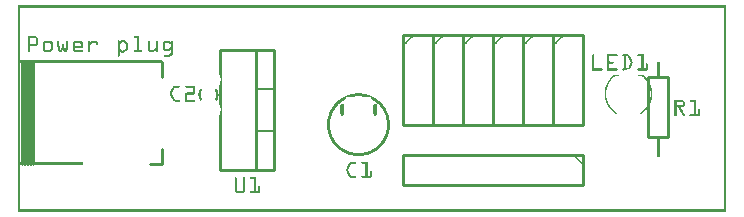
<source format=gto>
G04 MADE WITH FRITZING*
G04 WWW.FRITZING.ORG*
G04 DOUBLE SIDED*
G04 HOLES PLATED*
G04 CONTOUR ON CENTER OF CONTOUR VECTOR*
%ASAXBY*%
%FSLAX23Y23*%
%MOIN*%
%OFA0B0*%
%SFA1.0B1.0*%
%ADD10C,0.010000*%
%ADD11C,0.005000*%
%ADD12R,0.001000X0.001000*%
%LNSILK1*%
G90*
G70*
G54D10*
X1286Y591D02*
X1286Y291D01*
D02*
X1286Y291D02*
X1386Y291D01*
D02*
X1386Y291D02*
X1386Y591D01*
D02*
X1386Y591D02*
X1286Y591D01*
D02*
X1386Y591D02*
X1386Y291D01*
D02*
X1386Y291D02*
X1486Y291D01*
D02*
X1486Y291D02*
X1486Y591D01*
D02*
X1486Y591D02*
X1386Y591D01*
D02*
X1486Y591D02*
X1486Y291D01*
D02*
X1486Y291D02*
X1586Y291D01*
D02*
X1586Y291D02*
X1586Y591D01*
D02*
X1586Y591D02*
X1486Y591D01*
D02*
X1586Y591D02*
X1586Y291D01*
D02*
X1586Y291D02*
X1686Y291D01*
D02*
X1686Y291D02*
X1686Y591D01*
D02*
X1686Y591D02*
X1586Y591D01*
D02*
X1686Y591D02*
X1686Y291D01*
D02*
X1686Y291D02*
X1786Y291D01*
D02*
X1786Y291D02*
X1786Y591D01*
D02*
X1786Y591D02*
X1686Y591D01*
D02*
X1786Y591D02*
X1786Y291D01*
D02*
X1786Y291D02*
X1886Y291D01*
D02*
X1886Y291D02*
X1886Y591D01*
D02*
X1886Y591D02*
X1786Y591D01*
D02*
X856Y541D02*
X856Y141D01*
D02*
X856Y141D02*
X676Y141D01*
D02*
X676Y541D02*
X856Y541D01*
D02*
X856Y541D02*
X856Y141D01*
D02*
X856Y141D02*
X796Y141D01*
D02*
X796Y141D02*
X796Y541D01*
D02*
X796Y541D02*
X856Y541D01*
G54D11*
D02*
X856Y411D02*
X796Y411D01*
D02*
X856Y271D02*
X796Y271D01*
G54D10*
D02*
X481Y501D02*
X481Y451D01*
D02*
X441Y161D02*
X481Y161D01*
D02*
X481Y161D02*
X481Y211D01*
D02*
X51Y161D02*
X51Y501D01*
D02*
X46Y161D02*
X46Y501D01*
D02*
X41Y161D02*
X41Y501D01*
D02*
X36Y161D02*
X36Y501D01*
D02*
X31Y161D02*
X31Y501D01*
D02*
X26Y161D02*
X26Y501D01*
D02*
X21Y161D02*
X21Y501D01*
D02*
X16Y161D02*
X16Y501D01*
D02*
X1886Y191D02*
X1286Y191D01*
D02*
X1286Y191D02*
X1286Y91D01*
D02*
X1286Y91D02*
X1886Y91D01*
D02*
X1886Y91D02*
X1886Y191D01*
D02*
X2103Y250D02*
X2103Y450D01*
D02*
X2103Y450D02*
X2169Y450D01*
D02*
X2169Y450D02*
X2169Y250D01*
D02*
X2169Y250D02*
X2103Y250D01*
G54D12*
X1Y688D02*
X2362Y688D01*
X1Y687D02*
X2362Y687D01*
X1Y686D02*
X2362Y686D01*
X1Y685D02*
X2362Y685D01*
X1Y684D02*
X2362Y684D01*
X1Y683D02*
X2362Y683D01*
X1Y682D02*
X2362Y682D01*
X1Y681D02*
X2362Y681D01*
X1Y680D02*
X8Y680D01*
X2355Y680D02*
X2362Y680D01*
X1Y679D02*
X8Y679D01*
X2355Y679D02*
X2362Y679D01*
X1Y678D02*
X8Y678D01*
X2355Y678D02*
X2362Y678D01*
X1Y677D02*
X8Y677D01*
X2355Y677D02*
X2362Y677D01*
X1Y676D02*
X8Y676D01*
X2355Y676D02*
X2362Y676D01*
X1Y675D02*
X8Y675D01*
X2355Y675D02*
X2362Y675D01*
X1Y674D02*
X8Y674D01*
X2355Y674D02*
X2362Y674D01*
X1Y673D02*
X8Y673D01*
X2355Y673D02*
X2362Y673D01*
X1Y672D02*
X8Y672D01*
X2355Y672D02*
X2362Y672D01*
X1Y671D02*
X8Y671D01*
X2355Y671D02*
X2362Y671D01*
X1Y670D02*
X8Y670D01*
X2355Y670D02*
X2362Y670D01*
X1Y669D02*
X8Y669D01*
X2355Y669D02*
X2362Y669D01*
X1Y668D02*
X8Y668D01*
X2355Y668D02*
X2362Y668D01*
X1Y667D02*
X8Y667D01*
X2355Y667D02*
X2362Y667D01*
X1Y666D02*
X8Y666D01*
X2355Y666D02*
X2362Y666D01*
X1Y665D02*
X8Y665D01*
X2355Y665D02*
X2362Y665D01*
X1Y664D02*
X8Y664D01*
X2355Y664D02*
X2362Y664D01*
X1Y663D02*
X8Y663D01*
X2355Y663D02*
X2362Y663D01*
X1Y662D02*
X8Y662D01*
X2355Y662D02*
X2362Y662D01*
X1Y661D02*
X8Y661D01*
X2355Y661D02*
X2362Y661D01*
X1Y660D02*
X8Y660D01*
X2355Y660D02*
X2362Y660D01*
X1Y659D02*
X8Y659D01*
X2355Y659D02*
X2362Y659D01*
X1Y658D02*
X8Y658D01*
X2355Y658D02*
X2362Y658D01*
X1Y657D02*
X8Y657D01*
X2355Y657D02*
X2362Y657D01*
X1Y656D02*
X8Y656D01*
X2355Y656D02*
X2362Y656D01*
X1Y655D02*
X8Y655D01*
X2355Y655D02*
X2362Y655D01*
X1Y654D02*
X8Y654D01*
X2355Y654D02*
X2362Y654D01*
X1Y653D02*
X8Y653D01*
X2355Y653D02*
X2362Y653D01*
X1Y652D02*
X8Y652D01*
X2355Y652D02*
X2362Y652D01*
X1Y651D02*
X8Y651D01*
X2355Y651D02*
X2362Y651D01*
X1Y650D02*
X8Y650D01*
X2355Y650D02*
X2362Y650D01*
X1Y649D02*
X8Y649D01*
X2355Y649D02*
X2362Y649D01*
X1Y648D02*
X8Y648D01*
X2355Y648D02*
X2362Y648D01*
X1Y647D02*
X8Y647D01*
X2355Y647D02*
X2362Y647D01*
X1Y646D02*
X8Y646D01*
X2355Y646D02*
X2362Y646D01*
X1Y645D02*
X8Y645D01*
X2355Y645D02*
X2362Y645D01*
X1Y644D02*
X8Y644D01*
X2355Y644D02*
X2362Y644D01*
X1Y643D02*
X8Y643D01*
X2355Y643D02*
X2362Y643D01*
X1Y642D02*
X8Y642D01*
X2355Y642D02*
X2362Y642D01*
X1Y641D02*
X8Y641D01*
X2355Y641D02*
X2362Y641D01*
X1Y640D02*
X8Y640D01*
X2355Y640D02*
X2362Y640D01*
X1Y639D02*
X8Y639D01*
X2355Y639D02*
X2362Y639D01*
X1Y638D02*
X8Y638D01*
X2355Y638D02*
X2362Y638D01*
X1Y637D02*
X8Y637D01*
X2355Y637D02*
X2362Y637D01*
X1Y636D02*
X8Y636D01*
X2355Y636D02*
X2362Y636D01*
X1Y635D02*
X8Y635D01*
X2355Y635D02*
X2362Y635D01*
X1Y634D02*
X8Y634D01*
X2355Y634D02*
X2362Y634D01*
X1Y633D02*
X8Y633D01*
X2355Y633D02*
X2362Y633D01*
X1Y632D02*
X8Y632D01*
X2355Y632D02*
X2362Y632D01*
X1Y631D02*
X8Y631D01*
X2355Y631D02*
X2362Y631D01*
X1Y630D02*
X8Y630D01*
X2355Y630D02*
X2362Y630D01*
X1Y629D02*
X8Y629D01*
X2355Y629D02*
X2362Y629D01*
X1Y628D02*
X8Y628D01*
X2355Y628D02*
X2362Y628D01*
X1Y627D02*
X8Y627D01*
X2355Y627D02*
X2362Y627D01*
X1Y626D02*
X8Y626D01*
X2355Y626D02*
X2362Y626D01*
X1Y625D02*
X8Y625D01*
X2355Y625D02*
X2362Y625D01*
X1Y624D02*
X8Y624D01*
X2355Y624D02*
X2362Y624D01*
X1Y623D02*
X8Y623D01*
X2355Y623D02*
X2362Y623D01*
X1Y622D02*
X8Y622D01*
X2355Y622D02*
X2362Y622D01*
X1Y621D02*
X8Y621D01*
X2355Y621D02*
X2362Y621D01*
X1Y620D02*
X8Y620D01*
X2355Y620D02*
X2362Y620D01*
X1Y619D02*
X8Y619D01*
X2355Y619D02*
X2362Y619D01*
X1Y618D02*
X8Y618D01*
X2355Y618D02*
X2362Y618D01*
X1Y617D02*
X8Y617D01*
X2355Y617D02*
X2362Y617D01*
X1Y616D02*
X8Y616D01*
X2355Y616D02*
X2362Y616D01*
X1Y615D02*
X8Y615D01*
X2355Y615D02*
X2362Y615D01*
X1Y614D02*
X8Y614D01*
X2355Y614D02*
X2362Y614D01*
X1Y613D02*
X8Y613D01*
X2355Y613D02*
X2362Y613D01*
X1Y612D02*
X8Y612D01*
X2355Y612D02*
X2362Y612D01*
X1Y611D02*
X8Y611D01*
X2355Y611D02*
X2362Y611D01*
X1Y610D02*
X8Y610D01*
X2355Y610D02*
X2362Y610D01*
X1Y609D02*
X8Y609D01*
X2355Y609D02*
X2362Y609D01*
X1Y608D02*
X8Y608D01*
X2355Y608D02*
X2362Y608D01*
X1Y607D02*
X8Y607D01*
X2355Y607D02*
X2362Y607D01*
X1Y606D02*
X8Y606D01*
X2355Y606D02*
X2362Y606D01*
X1Y605D02*
X8Y605D01*
X2355Y605D02*
X2362Y605D01*
X1Y604D02*
X8Y604D01*
X2355Y604D02*
X2362Y604D01*
X1Y603D02*
X8Y603D01*
X2355Y603D02*
X2362Y603D01*
X1Y602D02*
X8Y602D01*
X2355Y602D02*
X2362Y602D01*
X1Y601D02*
X8Y601D01*
X2355Y601D02*
X2362Y601D01*
X1Y600D02*
X8Y600D01*
X2355Y600D02*
X2362Y600D01*
X1Y599D02*
X8Y599D01*
X2355Y599D02*
X2362Y599D01*
X1Y598D02*
X8Y598D01*
X2355Y598D02*
X2362Y598D01*
X1Y597D02*
X8Y597D01*
X2355Y597D02*
X2362Y597D01*
X1Y596D02*
X8Y596D01*
X2355Y596D02*
X2362Y596D01*
X1Y595D02*
X8Y595D01*
X2355Y595D02*
X2362Y595D01*
X1Y594D02*
X8Y594D01*
X2355Y594D02*
X2362Y594D01*
X1Y593D02*
X8Y593D01*
X2355Y593D02*
X2362Y593D01*
X1Y592D02*
X8Y592D01*
X2355Y592D02*
X2362Y592D01*
X1Y591D02*
X8Y591D01*
X1319Y591D02*
X1320Y591D01*
X1419Y591D02*
X1420Y591D01*
X1519Y591D02*
X1520Y591D01*
X1619Y591D02*
X1620Y591D01*
X1719Y591D02*
X1720Y591D01*
X1819Y591D02*
X1820Y591D01*
X2355Y591D02*
X2362Y591D01*
X1Y590D02*
X8Y590D01*
X1318Y590D02*
X1321Y590D01*
X1418Y590D02*
X1421Y590D01*
X1518Y590D02*
X1521Y590D01*
X1618Y590D02*
X1621Y590D01*
X1718Y590D02*
X1721Y590D01*
X1818Y590D02*
X1821Y590D01*
X2355Y590D02*
X2362Y590D01*
X1Y589D02*
X8Y589D01*
X1317Y589D02*
X1322Y589D01*
X1417Y589D02*
X1422Y589D01*
X1517Y589D02*
X1522Y589D01*
X1617Y589D02*
X1622Y589D01*
X1717Y589D02*
X1722Y589D01*
X1817Y589D02*
X1822Y589D01*
X2355Y589D02*
X2362Y589D01*
X1Y588D02*
X8Y588D01*
X1316Y588D02*
X1322Y588D01*
X1416Y588D02*
X1422Y588D01*
X1516Y588D02*
X1522Y588D01*
X1616Y588D02*
X1622Y588D01*
X1716Y588D02*
X1722Y588D01*
X1816Y588D02*
X1822Y588D01*
X2355Y588D02*
X2362Y588D01*
X1Y587D02*
X8Y587D01*
X1315Y587D02*
X1321Y587D01*
X1415Y587D02*
X1421Y587D01*
X1515Y587D02*
X1521Y587D01*
X1615Y587D02*
X1621Y587D01*
X1715Y587D02*
X1721Y587D01*
X1815Y587D02*
X1821Y587D01*
X2355Y587D02*
X2362Y587D01*
X1Y586D02*
X8Y586D01*
X34Y586D02*
X60Y586D01*
X389Y586D02*
X402Y586D01*
X1314Y586D02*
X1320Y586D01*
X1414Y586D02*
X1420Y586D01*
X1514Y586D02*
X1520Y586D01*
X1614Y586D02*
X1620Y586D01*
X1714Y586D02*
X1720Y586D01*
X1814Y586D02*
X1820Y586D01*
X2355Y586D02*
X2362Y586D01*
X1Y585D02*
X8Y585D01*
X34Y585D02*
X62Y585D01*
X388Y585D02*
X403Y585D01*
X1313Y585D02*
X1319Y585D01*
X1413Y585D02*
X1419Y585D01*
X1513Y585D02*
X1519Y585D01*
X1613Y585D02*
X1619Y585D01*
X1713Y585D02*
X1719Y585D01*
X1813Y585D02*
X1819Y585D01*
X2355Y585D02*
X2362Y585D01*
X1Y584D02*
X8Y584D01*
X34Y584D02*
X63Y584D01*
X387Y584D02*
X403Y584D01*
X1312Y584D02*
X1318Y584D01*
X1412Y584D02*
X1418Y584D01*
X1512Y584D02*
X1518Y584D01*
X1612Y584D02*
X1618Y584D01*
X1712Y584D02*
X1718Y584D01*
X1812Y584D02*
X1818Y584D01*
X2355Y584D02*
X2362Y584D01*
X1Y583D02*
X8Y583D01*
X34Y583D02*
X65Y583D01*
X387Y583D02*
X403Y583D01*
X1311Y583D02*
X1317Y583D01*
X1411Y583D02*
X1417Y583D01*
X1511Y583D02*
X1517Y583D01*
X1611Y583D02*
X1617Y583D01*
X1711Y583D02*
X1717Y583D01*
X1811Y583D02*
X1817Y583D01*
X2355Y583D02*
X2362Y583D01*
X1Y582D02*
X8Y582D01*
X34Y582D02*
X65Y582D01*
X387Y582D02*
X403Y582D01*
X1310Y582D02*
X1316Y582D01*
X1410Y582D02*
X1416Y582D01*
X1510Y582D02*
X1516Y582D01*
X1610Y582D02*
X1616Y582D01*
X1710Y582D02*
X1716Y582D01*
X1810Y582D02*
X1816Y582D01*
X2355Y582D02*
X2362Y582D01*
X1Y581D02*
X8Y581D01*
X34Y581D02*
X66Y581D01*
X388Y581D02*
X403Y581D01*
X1309Y581D02*
X1315Y581D01*
X1409Y581D02*
X1415Y581D01*
X1509Y581D02*
X1515Y581D01*
X1609Y581D02*
X1615Y581D01*
X1709Y581D02*
X1715Y581D01*
X1809Y581D02*
X1815Y581D01*
X2355Y581D02*
X2362Y581D01*
X1Y580D02*
X8Y580D01*
X34Y580D02*
X66Y580D01*
X389Y580D02*
X403Y580D01*
X1308Y580D02*
X1314Y580D01*
X1408Y580D02*
X1414Y580D01*
X1508Y580D02*
X1514Y580D01*
X1608Y580D02*
X1614Y580D01*
X1708Y580D02*
X1714Y580D01*
X1808Y580D02*
X1814Y580D01*
X2355Y580D02*
X2362Y580D01*
X1Y579D02*
X8Y579D01*
X34Y579D02*
X40Y579D01*
X59Y579D02*
X67Y579D01*
X397Y579D02*
X403Y579D01*
X1307Y579D02*
X1313Y579D01*
X1407Y579D02*
X1413Y579D01*
X1507Y579D02*
X1513Y579D01*
X1607Y579D02*
X1613Y579D01*
X1707Y579D02*
X1713Y579D01*
X1807Y579D02*
X1813Y579D01*
X2355Y579D02*
X2362Y579D01*
X1Y578D02*
X8Y578D01*
X34Y578D02*
X40Y578D01*
X61Y578D02*
X67Y578D01*
X397Y578D02*
X403Y578D01*
X1306Y578D02*
X1312Y578D01*
X1406Y578D02*
X1412Y578D01*
X1506Y578D02*
X1512Y578D01*
X1606Y578D02*
X1612Y578D01*
X1706Y578D02*
X1712Y578D01*
X1806Y578D02*
X1812Y578D01*
X2355Y578D02*
X2362Y578D01*
X1Y577D02*
X8Y577D01*
X34Y577D02*
X40Y577D01*
X61Y577D02*
X67Y577D01*
X397Y577D02*
X403Y577D01*
X1305Y577D02*
X1311Y577D01*
X1405Y577D02*
X1411Y577D01*
X1505Y577D02*
X1511Y577D01*
X1605Y577D02*
X1611Y577D01*
X1705Y577D02*
X1711Y577D01*
X1805Y577D02*
X1811Y577D01*
X2355Y577D02*
X2362Y577D01*
X1Y576D02*
X8Y576D01*
X34Y576D02*
X40Y576D01*
X61Y576D02*
X67Y576D01*
X397Y576D02*
X403Y576D01*
X1304Y576D02*
X1310Y576D01*
X1404Y576D02*
X1410Y576D01*
X1504Y576D02*
X1510Y576D01*
X1604Y576D02*
X1610Y576D01*
X1704Y576D02*
X1710Y576D01*
X1804Y576D02*
X1810Y576D01*
X2355Y576D02*
X2362Y576D01*
X1Y575D02*
X8Y575D01*
X34Y575D02*
X40Y575D01*
X61Y575D02*
X67Y575D01*
X397Y575D02*
X403Y575D01*
X1303Y575D02*
X1309Y575D01*
X1403Y575D02*
X1409Y575D01*
X1503Y575D02*
X1509Y575D01*
X1603Y575D02*
X1609Y575D01*
X1703Y575D02*
X1709Y575D01*
X1803Y575D02*
X1809Y575D01*
X2355Y575D02*
X2362Y575D01*
X1Y574D02*
X8Y574D01*
X34Y574D02*
X40Y574D01*
X61Y574D02*
X67Y574D01*
X397Y574D02*
X403Y574D01*
X1302Y574D02*
X1307Y574D01*
X1402Y574D02*
X1407Y574D01*
X1502Y574D02*
X1507Y574D01*
X1602Y574D02*
X1607Y574D01*
X1702Y574D02*
X1707Y574D01*
X1802Y574D02*
X1807Y574D01*
X2355Y574D02*
X2362Y574D01*
X1Y573D02*
X8Y573D01*
X34Y573D02*
X40Y573D01*
X61Y573D02*
X67Y573D01*
X336Y573D02*
X337Y573D01*
X348Y573D02*
X353Y573D01*
X397Y573D02*
X403Y573D01*
X1301Y573D02*
X1306Y573D01*
X1401Y573D02*
X1406Y573D01*
X1501Y573D02*
X1506Y573D01*
X1601Y573D02*
X1606Y573D01*
X1701Y573D02*
X1706Y573D01*
X1801Y573D02*
X1806Y573D01*
X2355Y573D02*
X2362Y573D01*
X1Y572D02*
X8Y572D01*
X34Y572D02*
X40Y572D01*
X61Y572D02*
X67Y572D01*
X335Y572D02*
X339Y572D01*
X345Y572D02*
X356Y572D01*
X397Y572D02*
X403Y572D01*
X1300Y572D02*
X1305Y572D01*
X1400Y572D02*
X1405Y572D01*
X1500Y572D02*
X1505Y572D01*
X1600Y572D02*
X1605Y572D01*
X1700Y572D02*
X1705Y572D01*
X1800Y572D02*
X1805Y572D01*
X2355Y572D02*
X2362Y572D01*
X1Y571D02*
X8Y571D01*
X34Y571D02*
X40Y571D01*
X61Y571D02*
X67Y571D01*
X93Y571D02*
X108Y571D01*
X134Y571D02*
X138Y571D01*
X163Y571D02*
X167Y571D01*
X193Y571D02*
X208Y571D01*
X235Y571D02*
X238Y571D01*
X249Y571D02*
X261Y571D01*
X334Y571D02*
X339Y571D01*
X344Y571D02*
X357Y571D01*
X397Y571D02*
X403Y571D01*
X435Y571D02*
X438Y571D01*
X463Y571D02*
X466Y571D01*
X493Y571D02*
X505Y571D01*
X513Y571D02*
X516Y571D01*
X1299Y571D02*
X1304Y571D01*
X1399Y571D02*
X1404Y571D01*
X1499Y571D02*
X1504Y571D01*
X1599Y571D02*
X1604Y571D01*
X1699Y571D02*
X1704Y571D01*
X1799Y571D02*
X1804Y571D01*
X2355Y571D02*
X2362Y571D01*
X1Y570D02*
X8Y570D01*
X34Y570D02*
X40Y570D01*
X61Y570D02*
X67Y570D01*
X91Y570D02*
X110Y570D01*
X133Y570D02*
X138Y570D01*
X162Y570D02*
X167Y570D01*
X191Y570D02*
X210Y570D01*
X234Y570D02*
X239Y570D01*
X247Y570D02*
X263Y570D01*
X334Y570D02*
X340Y570D01*
X343Y570D02*
X359Y570D01*
X397Y570D02*
X403Y570D01*
X434Y570D02*
X439Y570D01*
X462Y570D02*
X467Y570D01*
X491Y570D02*
X507Y570D01*
X512Y570D02*
X517Y570D01*
X1298Y570D02*
X1303Y570D01*
X1398Y570D02*
X1403Y570D01*
X1498Y570D02*
X1503Y570D01*
X1598Y570D02*
X1603Y570D01*
X1698Y570D02*
X1703Y570D01*
X1798Y570D02*
X1803Y570D01*
X2355Y570D02*
X2362Y570D01*
X1Y569D02*
X8Y569D01*
X34Y569D02*
X40Y569D01*
X61Y569D02*
X67Y569D01*
X89Y569D02*
X111Y569D01*
X133Y569D02*
X139Y569D01*
X162Y569D02*
X168Y569D01*
X189Y569D02*
X211Y569D01*
X234Y569D02*
X240Y569D01*
X246Y569D02*
X264Y569D01*
X334Y569D02*
X340Y569D01*
X342Y569D02*
X360Y569D01*
X397Y569D02*
X403Y569D01*
X434Y569D02*
X439Y569D01*
X461Y569D02*
X467Y569D01*
X489Y569D02*
X508Y569D01*
X511Y569D02*
X517Y569D01*
X1297Y569D02*
X1302Y569D01*
X1397Y569D02*
X1402Y569D01*
X1497Y569D02*
X1502Y569D01*
X1597Y569D02*
X1602Y569D01*
X1697Y569D02*
X1702Y569D01*
X1797Y569D02*
X1802Y569D01*
X2355Y569D02*
X2362Y569D01*
X1Y568D02*
X8Y568D01*
X34Y568D02*
X40Y568D01*
X61Y568D02*
X67Y568D01*
X88Y568D02*
X113Y568D01*
X133Y568D02*
X139Y568D01*
X162Y568D02*
X168Y568D01*
X188Y568D02*
X213Y568D01*
X234Y568D02*
X240Y568D01*
X245Y568D02*
X265Y568D01*
X334Y568D02*
X361Y568D01*
X397Y568D02*
X403Y568D01*
X434Y568D02*
X440Y568D01*
X461Y568D02*
X467Y568D01*
X488Y568D02*
X509Y568D01*
X511Y568D02*
X517Y568D01*
X1296Y568D02*
X1302Y568D01*
X1396Y568D02*
X1402Y568D01*
X1496Y568D02*
X1502Y568D01*
X1596Y568D02*
X1602Y568D01*
X1696Y568D02*
X1701Y568D01*
X1796Y568D02*
X1801Y568D01*
X2355Y568D02*
X2362Y568D01*
X1Y567D02*
X8Y567D01*
X34Y567D02*
X40Y567D01*
X61Y567D02*
X67Y567D01*
X87Y567D02*
X114Y567D01*
X133Y567D02*
X139Y567D01*
X162Y567D02*
X168Y567D01*
X187Y567D02*
X214Y567D01*
X234Y567D02*
X240Y567D01*
X244Y567D02*
X266Y567D01*
X334Y567D02*
X362Y567D01*
X397Y567D02*
X403Y567D01*
X434Y567D02*
X440Y567D01*
X461Y567D02*
X467Y567D01*
X487Y567D02*
X517Y567D01*
X1295Y567D02*
X1301Y567D01*
X1395Y567D02*
X1401Y567D01*
X1495Y567D02*
X1501Y567D01*
X1595Y567D02*
X1601Y567D01*
X1695Y567D02*
X1701Y567D01*
X1795Y567D02*
X1801Y567D01*
X2355Y567D02*
X2362Y567D01*
X1Y566D02*
X8Y566D01*
X34Y566D02*
X40Y566D01*
X61Y566D02*
X67Y566D01*
X86Y566D02*
X115Y566D01*
X133Y566D02*
X139Y566D01*
X162Y566D02*
X168Y566D01*
X186Y566D02*
X215Y566D01*
X234Y566D02*
X240Y566D01*
X243Y566D02*
X266Y566D01*
X334Y566D02*
X348Y566D01*
X353Y566D02*
X363Y566D01*
X397Y566D02*
X403Y566D01*
X434Y566D02*
X440Y566D01*
X461Y566D02*
X467Y566D01*
X486Y566D02*
X517Y566D01*
X1294Y566D02*
X1300Y566D01*
X1394Y566D02*
X1400Y566D01*
X1494Y566D02*
X1500Y566D01*
X1594Y566D02*
X1600Y566D01*
X1694Y566D02*
X1700Y566D01*
X1794Y566D02*
X1800Y566D01*
X2355Y566D02*
X2362Y566D01*
X1Y565D02*
X8Y565D01*
X34Y565D02*
X40Y565D01*
X61Y565D02*
X67Y565D01*
X86Y565D02*
X116Y565D01*
X133Y565D02*
X139Y565D01*
X162Y565D02*
X168Y565D01*
X186Y565D02*
X216Y565D01*
X234Y565D02*
X240Y565D01*
X242Y565D02*
X267Y565D01*
X334Y565D02*
X347Y565D01*
X355Y565D02*
X364Y565D01*
X397Y565D02*
X403Y565D01*
X434Y565D02*
X440Y565D01*
X461Y565D02*
X467Y565D01*
X485Y565D02*
X517Y565D01*
X1293Y565D02*
X1299Y565D01*
X1393Y565D02*
X1399Y565D01*
X1493Y565D02*
X1499Y565D01*
X1593Y565D02*
X1599Y565D01*
X1693Y565D02*
X1699Y565D01*
X1793Y565D02*
X1799Y565D01*
X2355Y565D02*
X2362Y565D01*
X1Y564D02*
X8Y564D01*
X34Y564D02*
X40Y564D01*
X61Y564D02*
X67Y564D01*
X85Y564D02*
X93Y564D01*
X108Y564D02*
X116Y564D01*
X133Y564D02*
X139Y564D01*
X162Y564D02*
X168Y564D01*
X185Y564D02*
X193Y564D01*
X208Y564D02*
X216Y564D01*
X234Y564D02*
X250Y564D01*
X260Y564D02*
X267Y564D01*
X334Y564D02*
X346Y564D01*
X356Y564D02*
X365Y564D01*
X397Y564D02*
X403Y564D01*
X434Y564D02*
X440Y564D01*
X461Y564D02*
X467Y564D01*
X485Y564D02*
X493Y564D01*
X504Y564D02*
X517Y564D01*
X1292Y564D02*
X1298Y564D01*
X1392Y564D02*
X1398Y564D01*
X1492Y564D02*
X1498Y564D01*
X1592Y564D02*
X1598Y564D01*
X1692Y564D02*
X1698Y564D01*
X1792Y564D02*
X1798Y564D01*
X2355Y564D02*
X2362Y564D01*
X1Y563D02*
X8Y563D01*
X34Y563D02*
X40Y563D01*
X61Y563D02*
X67Y563D01*
X85Y563D02*
X92Y563D01*
X109Y563D02*
X117Y563D01*
X133Y563D02*
X139Y563D01*
X162Y563D02*
X168Y563D01*
X184Y563D02*
X192Y563D01*
X209Y563D02*
X217Y563D01*
X234Y563D02*
X249Y563D01*
X261Y563D02*
X267Y563D01*
X334Y563D02*
X345Y563D01*
X357Y563D02*
X366Y563D01*
X397Y563D02*
X403Y563D01*
X434Y563D02*
X440Y563D01*
X461Y563D02*
X467Y563D01*
X484Y563D02*
X492Y563D01*
X505Y563D02*
X517Y563D01*
X1291Y563D02*
X1297Y563D01*
X1391Y563D02*
X1397Y563D01*
X1491Y563D02*
X1497Y563D01*
X1591Y563D02*
X1597Y563D01*
X1691Y563D02*
X1697Y563D01*
X1791Y563D02*
X1797Y563D01*
X2355Y563D02*
X2362Y563D01*
X1Y562D02*
X8Y562D01*
X34Y562D02*
X40Y562D01*
X61Y562D02*
X67Y562D01*
X84Y562D02*
X91Y562D01*
X110Y562D02*
X117Y562D01*
X133Y562D02*
X139Y562D01*
X162Y562D02*
X168Y562D01*
X184Y562D02*
X191Y562D01*
X210Y562D02*
X217Y562D01*
X234Y562D02*
X248Y562D01*
X261Y562D02*
X267Y562D01*
X334Y562D02*
X344Y562D01*
X358Y562D02*
X366Y562D01*
X397Y562D02*
X403Y562D01*
X434Y562D02*
X440Y562D01*
X461Y562D02*
X467Y562D01*
X484Y562D02*
X491Y562D01*
X506Y562D02*
X517Y562D01*
X1290Y562D02*
X1296Y562D01*
X1390Y562D02*
X1396Y562D01*
X1490Y562D02*
X1496Y562D01*
X1590Y562D02*
X1596Y562D01*
X1690Y562D02*
X1696Y562D01*
X1790Y562D02*
X1796Y562D01*
X2355Y562D02*
X2362Y562D01*
X1Y561D02*
X8Y561D01*
X34Y561D02*
X40Y561D01*
X60Y561D02*
X67Y561D01*
X84Y561D02*
X90Y561D01*
X111Y561D02*
X117Y561D01*
X133Y561D02*
X139Y561D01*
X162Y561D02*
X168Y561D01*
X184Y561D02*
X190Y561D01*
X211Y561D02*
X217Y561D01*
X234Y561D02*
X247Y561D01*
X261Y561D02*
X267Y561D01*
X334Y561D02*
X343Y561D01*
X359Y561D02*
X367Y561D01*
X397Y561D02*
X403Y561D01*
X434Y561D02*
X440Y561D01*
X461Y561D02*
X467Y561D01*
X484Y561D02*
X490Y561D01*
X507Y561D02*
X517Y561D01*
X1289Y561D02*
X1295Y561D01*
X1389Y561D02*
X1395Y561D01*
X1489Y561D02*
X1495Y561D01*
X1589Y561D02*
X1595Y561D01*
X1689Y561D02*
X1695Y561D01*
X1789Y561D02*
X1795Y561D01*
X2355Y561D02*
X2362Y561D01*
X1Y560D02*
X8Y560D01*
X34Y560D02*
X67Y560D01*
X84Y560D02*
X90Y560D01*
X111Y560D02*
X117Y560D01*
X133Y560D02*
X139Y560D01*
X162Y560D02*
X168Y560D01*
X184Y560D02*
X190Y560D01*
X211Y560D02*
X217Y560D01*
X234Y560D02*
X246Y560D01*
X261Y560D02*
X267Y560D01*
X334Y560D02*
X342Y560D01*
X360Y560D02*
X367Y560D01*
X397Y560D02*
X403Y560D01*
X434Y560D02*
X440Y560D01*
X461Y560D02*
X467Y560D01*
X484Y560D02*
X490Y560D01*
X509Y560D02*
X517Y560D01*
X1288Y560D02*
X1294Y560D01*
X1388Y560D02*
X1394Y560D01*
X1488Y560D02*
X1494Y560D01*
X1588Y560D02*
X1594Y560D01*
X1688Y560D02*
X1694Y560D01*
X1788Y560D02*
X1794Y560D01*
X2355Y560D02*
X2362Y560D01*
X1Y559D02*
X8Y559D01*
X34Y559D02*
X66Y559D01*
X84Y559D02*
X90Y559D01*
X111Y559D02*
X117Y559D01*
X133Y559D02*
X139Y559D01*
X149Y559D02*
X152Y559D01*
X162Y559D02*
X168Y559D01*
X184Y559D02*
X190Y559D01*
X211Y559D02*
X217Y559D01*
X234Y559D02*
X244Y559D01*
X261Y559D02*
X267Y559D01*
X334Y559D02*
X341Y559D01*
X361Y559D02*
X367Y559D01*
X397Y559D02*
X403Y559D01*
X434Y559D02*
X440Y559D01*
X461Y559D02*
X467Y559D01*
X484Y559D02*
X490Y559D01*
X510Y559D02*
X517Y559D01*
X1287Y559D02*
X1293Y559D01*
X1387Y559D02*
X1393Y559D01*
X1487Y559D02*
X1493Y559D01*
X1587Y559D02*
X1593Y559D01*
X1687Y559D02*
X1693Y559D01*
X1787Y559D02*
X1793Y559D01*
X2355Y559D02*
X2362Y559D01*
X1Y558D02*
X8Y558D01*
X34Y558D02*
X66Y558D01*
X84Y558D02*
X90Y558D01*
X111Y558D02*
X117Y558D01*
X133Y558D02*
X139Y558D01*
X148Y558D02*
X153Y558D01*
X162Y558D02*
X168Y558D01*
X184Y558D02*
X190Y558D01*
X211Y558D02*
X217Y558D01*
X234Y558D02*
X243Y558D01*
X262Y558D02*
X267Y558D01*
X334Y558D02*
X340Y558D01*
X361Y558D02*
X367Y558D01*
X397Y558D02*
X403Y558D01*
X434Y558D02*
X440Y558D01*
X461Y558D02*
X467Y558D01*
X484Y558D02*
X490Y558D01*
X511Y558D02*
X517Y558D01*
X1286Y558D02*
X1292Y558D01*
X1386Y558D02*
X1392Y558D01*
X1486Y558D02*
X1492Y558D01*
X1586Y558D02*
X1592Y558D01*
X1686Y558D02*
X1692Y558D01*
X1786Y558D02*
X1792Y558D01*
X2355Y558D02*
X2362Y558D01*
X1Y557D02*
X8Y557D01*
X34Y557D02*
X65Y557D01*
X84Y557D02*
X90Y557D01*
X111Y557D02*
X117Y557D01*
X133Y557D02*
X139Y557D01*
X148Y557D02*
X153Y557D01*
X162Y557D02*
X168Y557D01*
X184Y557D02*
X190Y557D01*
X211Y557D02*
X217Y557D01*
X234Y557D02*
X242Y557D01*
X262Y557D02*
X266Y557D01*
X334Y557D02*
X340Y557D01*
X361Y557D02*
X367Y557D01*
X397Y557D02*
X403Y557D01*
X434Y557D02*
X440Y557D01*
X461Y557D02*
X467Y557D01*
X484Y557D02*
X490Y557D01*
X511Y557D02*
X517Y557D01*
X1285Y557D02*
X1291Y557D01*
X1385Y557D02*
X1391Y557D01*
X1485Y557D02*
X1491Y557D01*
X1585Y557D02*
X1591Y557D01*
X1685Y557D02*
X1691Y557D01*
X1785Y557D02*
X1791Y557D01*
X2355Y557D02*
X2362Y557D01*
X1Y556D02*
X8Y556D01*
X34Y556D02*
X64Y556D01*
X84Y556D02*
X90Y556D01*
X111Y556D02*
X117Y556D01*
X133Y556D02*
X139Y556D01*
X147Y556D02*
X153Y556D01*
X162Y556D02*
X168Y556D01*
X184Y556D02*
X190Y556D01*
X211Y556D02*
X217Y556D01*
X234Y556D02*
X241Y556D01*
X334Y556D02*
X340Y556D01*
X361Y556D02*
X367Y556D01*
X397Y556D02*
X403Y556D01*
X434Y556D02*
X440Y556D01*
X461Y556D02*
X467Y556D01*
X484Y556D02*
X490Y556D01*
X511Y556D02*
X517Y556D01*
X1286Y556D02*
X1290Y556D01*
X1386Y556D02*
X1390Y556D01*
X1486Y556D02*
X1490Y556D01*
X1586Y556D02*
X1590Y556D01*
X1686Y556D02*
X1690Y556D01*
X1786Y556D02*
X1790Y556D01*
X2355Y556D02*
X2362Y556D01*
X1Y555D02*
X8Y555D01*
X34Y555D02*
X63Y555D01*
X84Y555D02*
X90Y555D01*
X111Y555D02*
X117Y555D01*
X133Y555D02*
X139Y555D01*
X147Y555D02*
X153Y555D01*
X161Y555D02*
X167Y555D01*
X184Y555D02*
X190Y555D01*
X211Y555D02*
X217Y555D01*
X234Y555D02*
X240Y555D01*
X334Y555D02*
X340Y555D01*
X361Y555D02*
X367Y555D01*
X397Y555D02*
X403Y555D01*
X434Y555D02*
X440Y555D01*
X461Y555D02*
X467Y555D01*
X484Y555D02*
X490Y555D01*
X511Y555D02*
X517Y555D01*
X1287Y555D02*
X1289Y555D01*
X1387Y555D02*
X1389Y555D01*
X1487Y555D02*
X1489Y555D01*
X1587Y555D02*
X1589Y555D01*
X1687Y555D02*
X1689Y555D01*
X1787Y555D02*
X1789Y555D01*
X2355Y555D02*
X2362Y555D01*
X1Y554D02*
X8Y554D01*
X34Y554D02*
X61Y554D01*
X84Y554D02*
X90Y554D01*
X111Y554D02*
X117Y554D01*
X133Y554D02*
X139Y554D01*
X147Y554D02*
X153Y554D01*
X161Y554D02*
X167Y554D01*
X184Y554D02*
X217Y554D01*
X234Y554D02*
X240Y554D01*
X334Y554D02*
X340Y554D01*
X361Y554D02*
X367Y554D01*
X397Y554D02*
X403Y554D01*
X434Y554D02*
X440Y554D01*
X461Y554D02*
X467Y554D01*
X484Y554D02*
X490Y554D01*
X511Y554D02*
X517Y554D01*
X2355Y554D02*
X2362Y554D01*
X1Y553D02*
X8Y553D01*
X34Y553D02*
X40Y553D01*
X84Y553D02*
X90Y553D01*
X111Y553D02*
X117Y553D01*
X133Y553D02*
X139Y553D01*
X147Y553D02*
X153Y553D01*
X161Y553D02*
X167Y553D01*
X184Y553D02*
X217Y553D01*
X234Y553D02*
X240Y553D01*
X334Y553D02*
X340Y553D01*
X361Y553D02*
X367Y553D01*
X397Y553D02*
X403Y553D01*
X434Y553D02*
X440Y553D01*
X461Y553D02*
X467Y553D01*
X484Y553D02*
X490Y553D01*
X511Y553D02*
X517Y553D01*
X2355Y553D02*
X2362Y553D01*
X1Y552D02*
X8Y552D01*
X34Y552D02*
X40Y552D01*
X84Y552D02*
X90Y552D01*
X111Y552D02*
X117Y552D01*
X133Y552D02*
X140Y552D01*
X147Y552D02*
X153Y552D01*
X161Y552D02*
X167Y552D01*
X184Y552D02*
X217Y552D01*
X234Y552D02*
X240Y552D01*
X334Y552D02*
X340Y552D01*
X361Y552D02*
X367Y552D01*
X397Y552D02*
X403Y552D01*
X434Y552D02*
X440Y552D01*
X461Y552D02*
X467Y552D01*
X484Y552D02*
X490Y552D01*
X511Y552D02*
X517Y552D01*
X2355Y552D02*
X2362Y552D01*
X1Y551D02*
X8Y551D01*
X34Y551D02*
X40Y551D01*
X84Y551D02*
X90Y551D01*
X111Y551D02*
X117Y551D01*
X134Y551D02*
X140Y551D01*
X147Y551D02*
X153Y551D01*
X161Y551D02*
X167Y551D01*
X184Y551D02*
X217Y551D01*
X234Y551D02*
X240Y551D01*
X334Y551D02*
X340Y551D01*
X361Y551D02*
X367Y551D01*
X397Y551D02*
X403Y551D01*
X434Y551D02*
X440Y551D01*
X461Y551D02*
X467Y551D01*
X484Y551D02*
X490Y551D01*
X511Y551D02*
X517Y551D01*
X2355Y551D02*
X2362Y551D01*
X1Y550D02*
X8Y550D01*
X34Y550D02*
X40Y550D01*
X84Y550D02*
X90Y550D01*
X111Y550D02*
X117Y550D01*
X134Y550D02*
X140Y550D01*
X147Y550D02*
X153Y550D01*
X161Y550D02*
X167Y550D01*
X184Y550D02*
X217Y550D01*
X234Y550D02*
X240Y550D01*
X334Y550D02*
X340Y550D01*
X361Y550D02*
X367Y550D01*
X397Y550D02*
X403Y550D01*
X434Y550D02*
X440Y550D01*
X461Y550D02*
X467Y550D01*
X484Y550D02*
X490Y550D01*
X511Y550D02*
X517Y550D01*
X2355Y550D02*
X2362Y550D01*
X1Y549D02*
X8Y549D01*
X34Y549D02*
X40Y549D01*
X84Y549D02*
X90Y549D01*
X111Y549D02*
X117Y549D01*
X134Y549D02*
X140Y549D01*
X147Y549D02*
X153Y549D01*
X161Y549D02*
X167Y549D01*
X184Y549D02*
X217Y549D01*
X234Y549D02*
X240Y549D01*
X334Y549D02*
X340Y549D01*
X361Y549D02*
X367Y549D01*
X397Y549D02*
X403Y549D01*
X434Y549D02*
X440Y549D01*
X461Y549D02*
X467Y549D01*
X484Y549D02*
X490Y549D01*
X511Y549D02*
X517Y549D01*
X2355Y549D02*
X2362Y549D01*
X1Y548D02*
X8Y548D01*
X34Y548D02*
X40Y548D01*
X84Y548D02*
X90Y548D01*
X111Y548D02*
X117Y548D01*
X134Y548D02*
X140Y548D01*
X147Y548D02*
X154Y548D01*
X161Y548D02*
X167Y548D01*
X184Y548D02*
X216Y548D01*
X234Y548D02*
X240Y548D01*
X334Y548D02*
X340Y548D01*
X361Y548D02*
X367Y548D01*
X397Y548D02*
X403Y548D01*
X434Y548D02*
X440Y548D01*
X461Y548D02*
X467Y548D01*
X484Y548D02*
X490Y548D01*
X510Y548D02*
X517Y548D01*
X2355Y548D02*
X2362Y548D01*
X1Y547D02*
X8Y547D01*
X34Y547D02*
X40Y547D01*
X84Y547D02*
X90Y547D01*
X111Y547D02*
X117Y547D01*
X134Y547D02*
X140Y547D01*
X146Y547D02*
X154Y547D01*
X161Y547D02*
X167Y547D01*
X184Y547D02*
X190Y547D01*
X234Y547D02*
X240Y547D01*
X334Y547D02*
X340Y547D01*
X361Y547D02*
X367Y547D01*
X397Y547D02*
X403Y547D01*
X434Y547D02*
X440Y547D01*
X461Y547D02*
X467Y547D01*
X484Y547D02*
X490Y547D01*
X508Y547D02*
X517Y547D01*
X2355Y547D02*
X2362Y547D01*
X1Y546D02*
X8Y546D01*
X34Y546D02*
X40Y546D01*
X84Y546D02*
X90Y546D01*
X111Y546D02*
X117Y546D01*
X134Y546D02*
X140Y546D01*
X146Y546D02*
X155Y546D01*
X161Y546D02*
X167Y546D01*
X184Y546D02*
X190Y546D01*
X234Y546D02*
X240Y546D01*
X334Y546D02*
X340Y546D01*
X361Y546D02*
X367Y546D01*
X397Y546D02*
X403Y546D01*
X434Y546D02*
X440Y546D01*
X460Y546D02*
X467Y546D01*
X484Y546D02*
X490Y546D01*
X507Y546D02*
X517Y546D01*
X2355Y546D02*
X2362Y546D01*
X1Y545D02*
X8Y545D01*
X34Y545D02*
X40Y545D01*
X84Y545D02*
X90Y545D01*
X111Y545D02*
X117Y545D01*
X134Y545D02*
X141Y545D01*
X145Y545D02*
X156Y545D01*
X160Y545D02*
X167Y545D01*
X184Y545D02*
X190Y545D01*
X234Y545D02*
X240Y545D01*
X334Y545D02*
X341Y545D01*
X361Y545D02*
X367Y545D01*
X397Y545D02*
X403Y545D01*
X434Y545D02*
X440Y545D01*
X459Y545D02*
X467Y545D01*
X484Y545D02*
X491Y545D01*
X506Y545D02*
X517Y545D01*
X2355Y545D02*
X2362Y545D01*
X1Y544D02*
X8Y544D01*
X34Y544D02*
X40Y544D01*
X84Y544D02*
X90Y544D01*
X111Y544D02*
X117Y544D01*
X135Y544D02*
X141Y544D01*
X145Y544D02*
X156Y544D01*
X160Y544D02*
X166Y544D01*
X184Y544D02*
X190Y544D01*
X234Y544D02*
X240Y544D01*
X334Y544D02*
X342Y544D01*
X360Y544D02*
X367Y544D01*
X397Y544D02*
X403Y544D01*
X434Y544D02*
X440Y544D01*
X457Y544D02*
X467Y544D01*
X484Y544D02*
X492Y544D01*
X505Y544D02*
X517Y544D01*
X2355Y544D02*
X2362Y544D01*
X1Y543D02*
X8Y543D01*
X34Y543D02*
X40Y543D01*
X84Y543D02*
X90Y543D01*
X110Y543D02*
X117Y543D01*
X135Y543D02*
X141Y543D01*
X144Y543D02*
X157Y543D01*
X160Y543D02*
X166Y543D01*
X184Y543D02*
X190Y543D01*
X234Y543D02*
X240Y543D01*
X334Y543D02*
X343Y543D01*
X359Y543D02*
X367Y543D01*
X397Y543D02*
X403Y543D01*
X434Y543D02*
X441Y543D01*
X455Y543D02*
X467Y543D01*
X485Y543D02*
X493Y543D01*
X504Y543D02*
X517Y543D01*
X2355Y543D02*
X2362Y543D01*
X1Y542D02*
X8Y542D01*
X34Y542D02*
X40Y542D01*
X84Y542D02*
X91Y542D01*
X110Y542D02*
X117Y542D01*
X135Y542D02*
X141Y542D01*
X144Y542D02*
X157Y542D01*
X159Y542D02*
X166Y542D01*
X184Y542D02*
X191Y542D01*
X234Y542D02*
X240Y542D01*
X334Y542D02*
X344Y542D01*
X358Y542D02*
X366Y542D01*
X397Y542D02*
X403Y542D01*
X435Y542D02*
X441Y542D01*
X454Y542D02*
X467Y542D01*
X486Y542D02*
X517Y542D01*
X2355Y542D02*
X2362Y542D01*
X1Y541D02*
X8Y541D01*
X34Y541D02*
X40Y541D01*
X84Y541D02*
X92Y541D01*
X108Y541D02*
X116Y541D01*
X135Y541D02*
X165Y541D01*
X184Y541D02*
X192Y541D01*
X234Y541D02*
X240Y541D01*
X334Y541D02*
X345Y541D01*
X357Y541D02*
X366Y541D01*
X397Y541D02*
X403Y541D01*
X435Y541D02*
X441Y541D01*
X452Y541D02*
X467Y541D01*
X486Y541D02*
X517Y541D01*
X2355Y541D02*
X2362Y541D01*
X1Y540D02*
X8Y540D01*
X34Y540D02*
X40Y540D01*
X85Y540D02*
X94Y540D01*
X107Y540D02*
X116Y540D01*
X136Y540D02*
X165Y540D01*
X185Y540D02*
X194Y540D01*
X234Y540D02*
X240Y540D01*
X334Y540D02*
X346Y540D01*
X355Y540D02*
X365Y540D01*
X397Y540D02*
X403Y540D01*
X435Y540D02*
X442Y540D01*
X451Y540D02*
X467Y540D01*
X487Y540D02*
X517Y540D01*
X672Y540D02*
X681Y540D01*
X2355Y540D02*
X2362Y540D01*
X1Y539D02*
X8Y539D01*
X34Y539D02*
X40Y539D01*
X86Y539D02*
X115Y539D01*
X136Y539D02*
X149Y539D01*
X152Y539D02*
X165Y539D01*
X186Y539D02*
X215Y539D01*
X234Y539D02*
X240Y539D01*
X334Y539D02*
X347Y539D01*
X354Y539D02*
X364Y539D01*
X389Y539D02*
X412Y539D01*
X435Y539D02*
X467Y539D01*
X489Y539D02*
X509Y539D01*
X511Y539D02*
X517Y539D01*
X672Y539D02*
X681Y539D01*
X2355Y539D02*
X2362Y539D01*
X1Y538D02*
X8Y538D01*
X34Y538D02*
X40Y538D01*
X86Y538D02*
X114Y538D01*
X136Y538D02*
X148Y538D01*
X153Y538D02*
X165Y538D01*
X186Y538D02*
X217Y538D01*
X234Y538D02*
X240Y538D01*
X334Y538D02*
X349Y538D01*
X352Y538D02*
X363Y538D01*
X388Y538D02*
X413Y538D01*
X436Y538D02*
X467Y538D01*
X490Y538D02*
X508Y538D01*
X511Y538D02*
X517Y538D01*
X672Y538D02*
X681Y538D01*
X2355Y538D02*
X2362Y538D01*
X1Y537D02*
X8Y537D01*
X34Y537D02*
X40Y537D01*
X87Y537D02*
X113Y537D01*
X137Y537D02*
X148Y537D01*
X153Y537D02*
X164Y537D01*
X187Y537D02*
X217Y537D01*
X234Y537D02*
X240Y537D01*
X334Y537D02*
X362Y537D01*
X387Y537D02*
X414Y537D01*
X436Y537D02*
X458Y537D01*
X461Y537D02*
X467Y537D01*
X491Y537D02*
X506Y537D01*
X511Y537D02*
X517Y537D01*
X672Y537D02*
X681Y537D01*
X2355Y537D02*
X2362Y537D01*
X1Y536D02*
X8Y536D01*
X34Y536D02*
X40Y536D01*
X89Y536D02*
X112Y536D01*
X137Y536D02*
X147Y536D01*
X154Y536D02*
X164Y536D01*
X189Y536D02*
X217Y536D01*
X234Y536D02*
X240Y536D01*
X334Y536D02*
X361Y536D01*
X387Y536D02*
X414Y536D01*
X437Y536D02*
X456Y536D01*
X461Y536D02*
X467Y536D01*
X493Y536D02*
X504Y536D01*
X511Y536D02*
X517Y536D01*
X672Y536D02*
X681Y536D01*
X2355Y536D02*
X2362Y536D01*
X1Y535D02*
X8Y535D01*
X34Y535D02*
X40Y535D01*
X90Y535D02*
X111Y535D01*
X137Y535D02*
X147Y535D01*
X154Y535D02*
X164Y535D01*
X190Y535D02*
X217Y535D01*
X234Y535D02*
X240Y535D01*
X334Y535D02*
X340Y535D01*
X342Y535D02*
X359Y535D01*
X387Y535D02*
X414Y535D01*
X438Y535D02*
X455Y535D01*
X461Y535D02*
X467Y535D01*
X511Y535D02*
X517Y535D01*
X672Y535D02*
X681Y535D01*
X2355Y535D02*
X2362Y535D01*
X1Y534D02*
X8Y534D01*
X34Y534D02*
X39Y534D01*
X91Y534D02*
X110Y534D01*
X138Y534D02*
X146Y534D01*
X155Y534D02*
X163Y534D01*
X191Y534D02*
X217Y534D01*
X234Y534D02*
X239Y534D01*
X334Y534D02*
X340Y534D01*
X343Y534D02*
X358Y534D01*
X388Y534D02*
X413Y534D01*
X439Y534D02*
X453Y534D01*
X462Y534D02*
X467Y534D01*
X511Y534D02*
X517Y534D01*
X672Y534D02*
X681Y534D01*
X2355Y534D02*
X2362Y534D01*
X1Y533D02*
X8Y533D01*
X35Y533D02*
X38Y533D01*
X93Y533D02*
X108Y533D01*
X139Y533D02*
X145Y533D01*
X156Y533D02*
X162Y533D01*
X193Y533D02*
X216Y533D01*
X235Y533D02*
X238Y533D01*
X334Y533D02*
X340Y533D01*
X344Y533D02*
X357Y533D01*
X389Y533D02*
X412Y533D01*
X442Y533D02*
X451Y533D01*
X463Y533D02*
X465Y533D01*
X511Y533D02*
X517Y533D01*
X672Y533D02*
X681Y533D01*
X2355Y533D02*
X2362Y533D01*
X1Y532D02*
X8Y532D01*
X334Y532D02*
X340Y532D01*
X346Y532D02*
X355Y532D01*
X511Y532D02*
X517Y532D01*
X672Y532D02*
X681Y532D01*
X2355Y532D02*
X2362Y532D01*
X1Y531D02*
X8Y531D01*
X334Y531D02*
X340Y531D01*
X350Y531D02*
X351Y531D01*
X511Y531D02*
X517Y531D01*
X672Y531D02*
X681Y531D01*
X2355Y531D02*
X2362Y531D01*
X1Y530D02*
X8Y530D01*
X334Y530D02*
X340Y530D01*
X511Y530D02*
X517Y530D01*
X672Y530D02*
X681Y530D01*
X2355Y530D02*
X2362Y530D01*
X1Y529D02*
X8Y529D01*
X334Y529D02*
X340Y529D01*
X511Y529D02*
X517Y529D01*
X672Y529D02*
X681Y529D01*
X2355Y529D02*
X2362Y529D01*
X1Y528D02*
X8Y528D01*
X334Y528D02*
X340Y528D01*
X510Y528D02*
X517Y528D01*
X672Y528D02*
X681Y528D01*
X2355Y528D02*
X2362Y528D01*
X1Y527D02*
X8Y527D01*
X334Y527D02*
X340Y527D01*
X509Y527D02*
X517Y527D01*
X672Y527D02*
X681Y527D01*
X2355Y527D02*
X2362Y527D01*
X1Y526D02*
X8Y526D01*
X334Y526D02*
X340Y526D01*
X508Y526D02*
X516Y526D01*
X672Y526D02*
X681Y526D01*
X2355Y526D02*
X2362Y526D01*
X1Y525D02*
X8Y525D01*
X334Y525D02*
X340Y525D01*
X506Y525D02*
X516Y525D01*
X672Y525D02*
X681Y525D01*
X1918Y525D02*
X1920Y525D01*
X1966Y525D02*
X1998Y525D01*
X2018Y525D02*
X2034Y525D01*
X2068Y525D02*
X2086Y525D01*
X2355Y525D02*
X2362Y525D01*
X1Y524D02*
X8Y524D01*
X334Y524D02*
X340Y524D01*
X489Y524D02*
X515Y524D01*
X672Y524D02*
X681Y524D01*
X1917Y524D02*
X1921Y524D01*
X1966Y524D02*
X1999Y524D01*
X2017Y524D02*
X2037Y524D01*
X2067Y524D02*
X2086Y524D01*
X2355Y524D02*
X2362Y524D01*
X1Y523D02*
X8Y523D01*
X334Y523D02*
X340Y523D01*
X488Y523D02*
X514Y523D01*
X672Y523D02*
X681Y523D01*
X1916Y523D02*
X1922Y523D01*
X1966Y523D02*
X2000Y523D01*
X2016Y523D02*
X2038Y523D01*
X2066Y523D02*
X2086Y523D01*
X2355Y523D02*
X2362Y523D01*
X1Y522D02*
X8Y522D01*
X334Y522D02*
X340Y522D01*
X487Y522D02*
X513Y522D01*
X672Y522D02*
X681Y522D01*
X1916Y522D02*
X1922Y522D01*
X1966Y522D02*
X2000Y522D01*
X2016Y522D02*
X2039Y522D01*
X2066Y522D02*
X2086Y522D01*
X2355Y522D02*
X2362Y522D01*
X1Y521D02*
X8Y521D01*
X334Y521D02*
X340Y521D01*
X487Y521D02*
X512Y521D01*
X672Y521D02*
X681Y521D01*
X1916Y521D02*
X1922Y521D01*
X1966Y521D02*
X2000Y521D01*
X2016Y521D02*
X2040Y521D01*
X2066Y521D02*
X2086Y521D01*
X2355Y521D02*
X2362Y521D01*
X1Y520D02*
X8Y520D01*
X334Y520D02*
X339Y520D01*
X487Y520D02*
X511Y520D01*
X672Y520D02*
X681Y520D01*
X1916Y520D02*
X1922Y520D01*
X1966Y520D02*
X1999Y520D01*
X2017Y520D02*
X2041Y520D01*
X2067Y520D02*
X2086Y520D01*
X2355Y520D02*
X2362Y520D01*
X1Y519D02*
X8Y519D01*
X335Y519D02*
X339Y519D01*
X488Y519D02*
X509Y519D01*
X672Y519D02*
X681Y519D01*
X1916Y519D02*
X1922Y519D01*
X1966Y519D02*
X1998Y519D01*
X2018Y519D02*
X2041Y519D01*
X2068Y519D02*
X2086Y519D01*
X2355Y519D02*
X2362Y519D01*
X1Y518D02*
X8Y518D01*
X336Y518D02*
X337Y518D01*
X489Y518D02*
X507Y518D01*
X672Y518D02*
X681Y518D01*
X1916Y518D02*
X1922Y518D01*
X1966Y518D02*
X1972Y518D01*
X2023Y518D02*
X2029Y518D01*
X2034Y518D02*
X2042Y518D01*
X2080Y518D02*
X2086Y518D01*
X2355Y518D02*
X2362Y518D01*
X1Y517D02*
X8Y517D01*
X672Y517D02*
X681Y517D01*
X1916Y517D02*
X1922Y517D01*
X1966Y517D02*
X1972Y517D01*
X2023Y517D02*
X2029Y517D01*
X2035Y517D02*
X2042Y517D01*
X2080Y517D02*
X2086Y517D01*
X2355Y517D02*
X2362Y517D01*
X1Y516D02*
X8Y516D01*
X672Y516D02*
X681Y516D01*
X1916Y516D02*
X1922Y516D01*
X1966Y516D02*
X1972Y516D01*
X2023Y516D02*
X2029Y516D01*
X2036Y516D02*
X2043Y516D01*
X2080Y516D02*
X2086Y516D01*
X2355Y516D02*
X2362Y516D01*
X1Y515D02*
X8Y515D01*
X672Y515D02*
X681Y515D01*
X1916Y515D02*
X1922Y515D01*
X1966Y515D02*
X1972Y515D01*
X2023Y515D02*
X2029Y515D01*
X2036Y515D02*
X2043Y515D01*
X2080Y515D02*
X2086Y515D01*
X2355Y515D02*
X2362Y515D01*
X1Y514D02*
X8Y514D01*
X672Y514D02*
X681Y514D01*
X1916Y514D02*
X1922Y514D01*
X1966Y514D02*
X1972Y514D01*
X2023Y514D02*
X2029Y514D01*
X2037Y514D02*
X2044Y514D01*
X2080Y514D02*
X2086Y514D01*
X2355Y514D02*
X2362Y514D01*
X1Y513D02*
X8Y513D01*
X672Y513D02*
X681Y513D01*
X1916Y513D02*
X1922Y513D01*
X1966Y513D02*
X1972Y513D01*
X2023Y513D02*
X2029Y513D01*
X2037Y513D02*
X2044Y513D01*
X2080Y513D02*
X2086Y513D01*
X2355Y513D02*
X2362Y513D01*
X1Y512D02*
X8Y512D01*
X672Y512D02*
X681Y512D01*
X1916Y512D02*
X1922Y512D01*
X1966Y512D02*
X1972Y512D01*
X2023Y512D02*
X2029Y512D01*
X2038Y512D02*
X2045Y512D01*
X2080Y512D02*
X2086Y512D01*
X2355Y512D02*
X2362Y512D01*
X1Y511D02*
X8Y511D01*
X672Y511D02*
X681Y511D01*
X1916Y511D02*
X1922Y511D01*
X1966Y511D02*
X1972Y511D01*
X2023Y511D02*
X2029Y511D01*
X2038Y511D02*
X2045Y511D01*
X2080Y511D02*
X2086Y511D01*
X2355Y511D02*
X2362Y511D01*
X1Y510D02*
X8Y510D01*
X672Y510D02*
X681Y510D01*
X1916Y510D02*
X1922Y510D01*
X1966Y510D02*
X1972Y510D01*
X2023Y510D02*
X2029Y510D01*
X2039Y510D02*
X2046Y510D01*
X2080Y510D02*
X2086Y510D01*
X2355Y510D02*
X2362Y510D01*
X1Y509D02*
X8Y509D01*
X672Y509D02*
X681Y509D01*
X1916Y509D02*
X1922Y509D01*
X1966Y509D02*
X1972Y509D01*
X2023Y509D02*
X2029Y509D01*
X2039Y509D02*
X2046Y509D01*
X2080Y509D02*
X2086Y509D01*
X2355Y509D02*
X2362Y509D01*
X1Y508D02*
X8Y508D01*
X672Y508D02*
X681Y508D01*
X1916Y508D02*
X1922Y508D01*
X1966Y508D02*
X1972Y508D01*
X2023Y508D02*
X2029Y508D01*
X2040Y508D02*
X2047Y508D01*
X2080Y508D02*
X2086Y508D01*
X2355Y508D02*
X2362Y508D01*
X1Y507D02*
X8Y507D01*
X672Y507D02*
X681Y507D01*
X1916Y507D02*
X1922Y507D01*
X1966Y507D02*
X1972Y507D01*
X2023Y507D02*
X2029Y507D01*
X2040Y507D02*
X2047Y507D01*
X2080Y507D02*
X2086Y507D01*
X2355Y507D02*
X2362Y507D01*
X1Y506D02*
X8Y506D01*
X672Y506D02*
X681Y506D01*
X1916Y506D02*
X1922Y506D01*
X1966Y506D02*
X1972Y506D01*
X2023Y506D02*
X2029Y506D01*
X2041Y506D02*
X2048Y506D01*
X2080Y506D02*
X2086Y506D01*
X2355Y506D02*
X2362Y506D01*
X1Y505D02*
X481Y505D01*
X672Y505D02*
X681Y505D01*
X1916Y505D02*
X1922Y505D01*
X1966Y505D02*
X1972Y505D01*
X2023Y505D02*
X2029Y505D01*
X2041Y505D02*
X2048Y505D01*
X2080Y505D02*
X2086Y505D01*
X2355Y505D02*
X2362Y505D01*
X1Y504D02*
X481Y504D01*
X672Y504D02*
X681Y504D01*
X1916Y504D02*
X1922Y504D01*
X1966Y504D02*
X1972Y504D01*
X2023Y504D02*
X2029Y504D01*
X2042Y504D02*
X2049Y504D01*
X2080Y504D02*
X2086Y504D01*
X2355Y504D02*
X2362Y504D01*
X1Y503D02*
X481Y503D01*
X672Y503D02*
X681Y503D01*
X1916Y503D02*
X1922Y503D01*
X1966Y503D02*
X1972Y503D01*
X2023Y503D02*
X2029Y503D01*
X2042Y503D02*
X2049Y503D01*
X2080Y503D02*
X2086Y503D01*
X2355Y503D02*
X2362Y503D01*
X1Y502D02*
X481Y502D01*
X672Y502D02*
X681Y502D01*
X1916Y502D02*
X1922Y502D01*
X1966Y502D02*
X1973Y502D01*
X2023Y502D02*
X2029Y502D01*
X2043Y502D02*
X2049Y502D01*
X2080Y502D02*
X2086Y502D01*
X2355Y502D02*
X2362Y502D01*
X1Y501D02*
X481Y501D01*
X672Y501D02*
X681Y501D01*
X1916Y501D02*
X1922Y501D01*
X1966Y501D02*
X1985Y501D01*
X2023Y501D02*
X2029Y501D01*
X2043Y501D02*
X2050Y501D01*
X2080Y501D02*
X2086Y501D01*
X2355Y501D02*
X2362Y501D01*
X1Y500D02*
X481Y500D01*
X672Y500D02*
X681Y500D01*
X1916Y500D02*
X1922Y500D01*
X1966Y500D02*
X1985Y500D01*
X2023Y500D02*
X2029Y500D01*
X2044Y500D02*
X2050Y500D01*
X2080Y500D02*
X2086Y500D01*
X2355Y500D02*
X2362Y500D01*
X1Y499D02*
X481Y499D01*
X672Y499D02*
X681Y499D01*
X1916Y499D02*
X1922Y499D01*
X1966Y499D02*
X1986Y499D01*
X2023Y499D02*
X2029Y499D01*
X2044Y499D02*
X2050Y499D01*
X2080Y499D02*
X2086Y499D01*
X2355Y499D02*
X2362Y499D01*
X1Y498D02*
X481Y498D01*
X672Y498D02*
X681Y498D01*
X1916Y498D02*
X1922Y498D01*
X1966Y498D02*
X1986Y498D01*
X2023Y498D02*
X2029Y498D01*
X2044Y498D02*
X2050Y498D01*
X2080Y498D02*
X2086Y498D01*
X2132Y498D02*
X2141Y498D01*
X2355Y498D02*
X2362Y498D01*
X1Y497D02*
X481Y497D01*
X672Y497D02*
X681Y497D01*
X1916Y497D02*
X1922Y497D01*
X1966Y497D02*
X1986Y497D01*
X2023Y497D02*
X2029Y497D01*
X2044Y497D02*
X2050Y497D01*
X2080Y497D02*
X2086Y497D01*
X2132Y497D02*
X2141Y497D01*
X2355Y497D02*
X2362Y497D01*
X1Y496D02*
X481Y496D01*
X672Y496D02*
X681Y496D01*
X1916Y496D02*
X1922Y496D01*
X1966Y496D02*
X1985Y496D01*
X2023Y496D02*
X2029Y496D01*
X2043Y496D02*
X2050Y496D01*
X2080Y496D02*
X2086Y496D01*
X2132Y496D02*
X2141Y496D01*
X2355Y496D02*
X2362Y496D01*
X1Y495D02*
X8Y495D01*
X672Y495D02*
X681Y495D01*
X1916Y495D02*
X1922Y495D01*
X1966Y495D02*
X1983Y495D01*
X2023Y495D02*
X2029Y495D01*
X2043Y495D02*
X2049Y495D01*
X2080Y495D02*
X2086Y495D01*
X2095Y495D02*
X2099Y495D01*
X2132Y495D02*
X2141Y495D01*
X2355Y495D02*
X2362Y495D01*
X1Y494D02*
X8Y494D01*
X672Y494D02*
X681Y494D01*
X1916Y494D02*
X1922Y494D01*
X1966Y494D02*
X1972Y494D01*
X2023Y494D02*
X2029Y494D01*
X2043Y494D02*
X2049Y494D01*
X2080Y494D02*
X2086Y494D01*
X2094Y494D02*
X2099Y494D01*
X2132Y494D02*
X2141Y494D01*
X2355Y494D02*
X2362Y494D01*
X1Y493D02*
X8Y493D01*
X672Y493D02*
X681Y493D01*
X1916Y493D02*
X1922Y493D01*
X1966Y493D02*
X1972Y493D01*
X2023Y493D02*
X2029Y493D01*
X2042Y493D02*
X2049Y493D01*
X2080Y493D02*
X2086Y493D01*
X2094Y493D02*
X2100Y493D01*
X2132Y493D02*
X2141Y493D01*
X2355Y493D02*
X2362Y493D01*
X1Y492D02*
X8Y492D01*
X672Y492D02*
X681Y492D01*
X1916Y492D02*
X1922Y492D01*
X1966Y492D02*
X1972Y492D01*
X2023Y492D02*
X2029Y492D01*
X2042Y492D02*
X2048Y492D01*
X2080Y492D02*
X2086Y492D01*
X2094Y492D02*
X2100Y492D01*
X2132Y492D02*
X2141Y492D01*
X2355Y492D02*
X2362Y492D01*
X1Y491D02*
X8Y491D01*
X672Y491D02*
X681Y491D01*
X1916Y491D02*
X1922Y491D01*
X1966Y491D02*
X1972Y491D01*
X2023Y491D02*
X2029Y491D01*
X2041Y491D02*
X2048Y491D01*
X2080Y491D02*
X2086Y491D01*
X2094Y491D02*
X2100Y491D01*
X2132Y491D02*
X2141Y491D01*
X2355Y491D02*
X2362Y491D01*
X1Y490D02*
X8Y490D01*
X672Y490D02*
X681Y490D01*
X1916Y490D02*
X1922Y490D01*
X1966Y490D02*
X1972Y490D01*
X2023Y490D02*
X2029Y490D01*
X2041Y490D02*
X2047Y490D01*
X2080Y490D02*
X2086Y490D01*
X2094Y490D02*
X2100Y490D01*
X2132Y490D02*
X2141Y490D01*
X2355Y490D02*
X2362Y490D01*
X1Y489D02*
X8Y489D01*
X672Y489D02*
X681Y489D01*
X1916Y489D02*
X1922Y489D01*
X1966Y489D02*
X1972Y489D01*
X2023Y489D02*
X2029Y489D01*
X2040Y489D02*
X2047Y489D01*
X2080Y489D02*
X2086Y489D01*
X2094Y489D02*
X2100Y489D01*
X2132Y489D02*
X2141Y489D01*
X2355Y489D02*
X2362Y489D01*
X1Y488D02*
X8Y488D01*
X672Y488D02*
X681Y488D01*
X1916Y488D02*
X1922Y488D01*
X1966Y488D02*
X1972Y488D01*
X2023Y488D02*
X2029Y488D01*
X2040Y488D02*
X2046Y488D01*
X2080Y488D02*
X2086Y488D01*
X2094Y488D02*
X2100Y488D01*
X2132Y488D02*
X2141Y488D01*
X2355Y488D02*
X2362Y488D01*
X1Y487D02*
X8Y487D01*
X672Y487D02*
X681Y487D01*
X1916Y487D02*
X1922Y487D01*
X1966Y487D02*
X1972Y487D01*
X2023Y487D02*
X2029Y487D01*
X2039Y487D02*
X2046Y487D01*
X2080Y487D02*
X2086Y487D01*
X2094Y487D02*
X2100Y487D01*
X2132Y487D02*
X2141Y487D01*
X2355Y487D02*
X2362Y487D01*
X1Y486D02*
X8Y486D01*
X672Y486D02*
X681Y486D01*
X1916Y486D02*
X1922Y486D01*
X1966Y486D02*
X1972Y486D01*
X2023Y486D02*
X2029Y486D01*
X2039Y486D02*
X2045Y486D01*
X2080Y486D02*
X2086Y486D01*
X2094Y486D02*
X2100Y486D01*
X2132Y486D02*
X2141Y486D01*
X2355Y486D02*
X2362Y486D01*
X1Y485D02*
X8Y485D01*
X672Y485D02*
X681Y485D01*
X1916Y485D02*
X1922Y485D01*
X1966Y485D02*
X1972Y485D01*
X2023Y485D02*
X2029Y485D01*
X2038Y485D02*
X2045Y485D01*
X2080Y485D02*
X2086Y485D01*
X2094Y485D02*
X2100Y485D01*
X2132Y485D02*
X2141Y485D01*
X2355Y485D02*
X2362Y485D01*
X1Y484D02*
X8Y484D01*
X672Y484D02*
X681Y484D01*
X1916Y484D02*
X1922Y484D01*
X1966Y484D02*
X1972Y484D01*
X2023Y484D02*
X2029Y484D01*
X2038Y484D02*
X2044Y484D01*
X2080Y484D02*
X2086Y484D01*
X2094Y484D02*
X2100Y484D01*
X2132Y484D02*
X2141Y484D01*
X2355Y484D02*
X2362Y484D01*
X1Y483D02*
X8Y483D01*
X672Y483D02*
X681Y483D01*
X1916Y483D02*
X1922Y483D01*
X1966Y483D02*
X1972Y483D01*
X2023Y483D02*
X2029Y483D01*
X2037Y483D02*
X2044Y483D01*
X2080Y483D02*
X2086Y483D01*
X2094Y483D02*
X2100Y483D01*
X2132Y483D02*
X2141Y483D01*
X2355Y483D02*
X2362Y483D01*
X1Y482D02*
X8Y482D01*
X672Y482D02*
X681Y482D01*
X1916Y482D02*
X1922Y482D01*
X1966Y482D02*
X1972Y482D01*
X2023Y482D02*
X2029Y482D01*
X2037Y482D02*
X2043Y482D01*
X2080Y482D02*
X2086Y482D01*
X2094Y482D02*
X2100Y482D01*
X2132Y482D02*
X2141Y482D01*
X2355Y482D02*
X2362Y482D01*
X1Y481D02*
X8Y481D01*
X672Y481D02*
X681Y481D01*
X1916Y481D02*
X1922Y481D01*
X1966Y481D02*
X1972Y481D01*
X2023Y481D02*
X2029Y481D01*
X2036Y481D02*
X2043Y481D01*
X2080Y481D02*
X2086Y481D01*
X2094Y481D02*
X2100Y481D01*
X2132Y481D02*
X2141Y481D01*
X2355Y481D02*
X2362Y481D01*
X1Y480D02*
X8Y480D01*
X672Y480D02*
X681Y480D01*
X1916Y480D02*
X1922Y480D01*
X1966Y480D02*
X1972Y480D01*
X2023Y480D02*
X2029Y480D01*
X2035Y480D02*
X2042Y480D01*
X2080Y480D02*
X2086Y480D01*
X2094Y480D02*
X2100Y480D01*
X2132Y480D02*
X2141Y480D01*
X2355Y480D02*
X2362Y480D01*
X1Y479D02*
X8Y479D01*
X672Y479D02*
X681Y479D01*
X1916Y479D02*
X1922Y479D01*
X1966Y479D02*
X1972Y479D01*
X2023Y479D02*
X2029Y479D01*
X2035Y479D02*
X2042Y479D01*
X2080Y479D02*
X2086Y479D01*
X2094Y479D02*
X2100Y479D01*
X2132Y479D02*
X2141Y479D01*
X2355Y479D02*
X2362Y479D01*
X1Y478D02*
X8Y478D01*
X672Y478D02*
X681Y478D01*
X1916Y478D02*
X1948Y478D01*
X1966Y478D02*
X1998Y478D01*
X2018Y478D02*
X2042Y478D01*
X2068Y478D02*
X2100Y478D01*
X2132Y478D02*
X2141Y478D01*
X2355Y478D02*
X2362Y478D01*
X1Y477D02*
X8Y477D01*
X672Y477D02*
X681Y477D01*
X1916Y477D02*
X1949Y477D01*
X1966Y477D02*
X1999Y477D01*
X2017Y477D02*
X2041Y477D01*
X2067Y477D02*
X2100Y477D01*
X2132Y477D02*
X2141Y477D01*
X2355Y477D02*
X2362Y477D01*
X1Y476D02*
X8Y476D01*
X672Y476D02*
X681Y476D01*
X1916Y476D02*
X1950Y476D01*
X1966Y476D02*
X2000Y476D01*
X2016Y476D02*
X2040Y476D01*
X2066Y476D02*
X2100Y476D01*
X2132Y476D02*
X2141Y476D01*
X2355Y476D02*
X2362Y476D01*
X1Y475D02*
X8Y475D01*
X672Y475D02*
X681Y475D01*
X1916Y475D02*
X1950Y475D01*
X1966Y475D02*
X2000Y475D01*
X2016Y475D02*
X2030Y475D01*
X2066Y475D02*
X2100Y475D01*
X2132Y475D02*
X2141Y475D01*
X2355Y475D02*
X2362Y475D01*
X1Y474D02*
X8Y474D01*
X672Y474D02*
X681Y474D01*
X1916Y474D02*
X1950Y474D01*
X1966Y474D02*
X2000Y474D01*
X2016Y474D02*
X2026Y474D01*
X2066Y474D02*
X2100Y474D01*
X2132Y474D02*
X2141Y474D01*
X2355Y474D02*
X2362Y474D01*
X1Y473D02*
X8Y473D01*
X672Y473D02*
X681Y473D01*
X1916Y473D02*
X1949Y473D01*
X1966Y473D02*
X1999Y473D01*
X2017Y473D02*
X2023Y473D01*
X2067Y473D02*
X2099Y473D01*
X2132Y473D02*
X2141Y473D01*
X2355Y473D02*
X2362Y473D01*
X1Y472D02*
X8Y472D01*
X672Y472D02*
X681Y472D01*
X1916Y472D02*
X1948Y472D01*
X1966Y472D02*
X1998Y472D01*
X2018Y472D02*
X2021Y472D01*
X2068Y472D02*
X2098Y472D01*
X2132Y472D02*
X2141Y472D01*
X2355Y472D02*
X2362Y472D01*
X1Y471D02*
X8Y471D01*
X672Y471D02*
X681Y471D01*
X2132Y471D02*
X2141Y471D01*
X2355Y471D02*
X2362Y471D01*
X1Y470D02*
X8Y470D01*
X672Y470D02*
X681Y470D01*
X2132Y470D02*
X2141Y470D01*
X2355Y470D02*
X2362Y470D01*
X1Y469D02*
X8Y469D01*
X672Y469D02*
X681Y469D01*
X2132Y469D02*
X2141Y469D01*
X2355Y469D02*
X2362Y469D01*
X1Y468D02*
X8Y468D01*
X672Y468D02*
X681Y468D01*
X2132Y468D02*
X2141Y468D01*
X2355Y468D02*
X2362Y468D01*
X1Y467D02*
X8Y467D01*
X672Y467D02*
X681Y467D01*
X2132Y467D02*
X2141Y467D01*
X2355Y467D02*
X2362Y467D01*
X1Y466D02*
X8Y466D01*
X672Y466D02*
X681Y466D01*
X2132Y466D02*
X2141Y466D01*
X2355Y466D02*
X2362Y466D01*
X1Y465D02*
X8Y465D01*
X672Y465D02*
X681Y465D01*
X2132Y465D02*
X2141Y465D01*
X2355Y465D02*
X2362Y465D01*
X1Y464D02*
X8Y464D01*
X672Y464D02*
X681Y464D01*
X2132Y464D02*
X2141Y464D01*
X2355Y464D02*
X2362Y464D01*
X1Y463D02*
X8Y463D01*
X672Y463D02*
X681Y463D01*
X2132Y463D02*
X2141Y463D01*
X2355Y463D02*
X2362Y463D01*
X1Y462D02*
X8Y462D01*
X672Y462D02*
X681Y462D01*
X2132Y462D02*
X2141Y462D01*
X2355Y462D02*
X2362Y462D01*
X1Y461D02*
X8Y461D01*
X672Y461D02*
X681Y461D01*
X2132Y461D02*
X2141Y461D01*
X2355Y461D02*
X2362Y461D01*
X1Y460D02*
X8Y460D01*
X672Y460D02*
X681Y460D01*
X2132Y460D02*
X2141Y460D01*
X2355Y460D02*
X2362Y460D01*
X1Y459D02*
X8Y459D01*
X672Y459D02*
X681Y459D01*
X2132Y459D02*
X2141Y459D01*
X2355Y459D02*
X2362Y459D01*
X1Y458D02*
X8Y458D01*
X673Y458D02*
X681Y458D01*
X2132Y458D02*
X2141Y458D01*
X2355Y458D02*
X2362Y458D01*
X1Y457D02*
X8Y457D01*
X673Y457D02*
X681Y457D01*
X1989Y457D02*
X2004Y457D01*
X2068Y457D02*
X2084Y457D01*
X2132Y457D02*
X2141Y457D01*
X2355Y457D02*
X2362Y457D01*
X1Y456D02*
X8Y456D01*
X674Y456D02*
X681Y456D01*
X1988Y456D02*
X2004Y456D01*
X2069Y456D02*
X2085Y456D01*
X2132Y456D02*
X2141Y456D01*
X2355Y456D02*
X2362Y456D01*
X1Y455D02*
X8Y455D01*
X674Y455D02*
X681Y455D01*
X1986Y455D02*
X2003Y455D01*
X2069Y455D02*
X2086Y455D01*
X2132Y455D02*
X2141Y455D01*
X2355Y455D02*
X2362Y455D01*
X1Y454D02*
X8Y454D01*
X675Y454D02*
X681Y454D01*
X1985Y454D02*
X2003Y454D01*
X2070Y454D02*
X2087Y454D01*
X2132Y454D02*
X2141Y454D01*
X2355Y454D02*
X2362Y454D01*
X1Y453D02*
X8Y453D01*
X675Y453D02*
X681Y453D01*
X1984Y453D02*
X2002Y453D01*
X2070Y453D02*
X2089Y453D01*
X2132Y453D02*
X2141Y453D01*
X2355Y453D02*
X2362Y453D01*
X1Y452D02*
X8Y452D01*
X675Y452D02*
X681Y452D01*
X1983Y452D02*
X1990Y452D01*
X2083Y452D02*
X2090Y452D01*
X2132Y452D02*
X2141Y452D01*
X2355Y452D02*
X2362Y452D01*
X1Y451D02*
X8Y451D01*
X675Y451D02*
X681Y451D01*
X1982Y451D02*
X1988Y451D01*
X2084Y451D02*
X2091Y451D01*
X2132Y451D02*
X2141Y451D01*
X2355Y451D02*
X2362Y451D01*
X1Y450D02*
X8Y450D01*
X676Y450D02*
X681Y450D01*
X1981Y450D02*
X1987Y450D01*
X2085Y450D02*
X2092Y450D01*
X2355Y450D02*
X2362Y450D01*
X1Y449D02*
X8Y449D01*
X676Y449D02*
X681Y449D01*
X1980Y449D02*
X1986Y449D01*
X2086Y449D02*
X2093Y449D01*
X2355Y449D02*
X2362Y449D01*
X1Y448D02*
X8Y448D01*
X676Y448D02*
X681Y448D01*
X1979Y448D02*
X1985Y448D01*
X2088Y448D02*
X2094Y448D01*
X2355Y448D02*
X2362Y448D01*
X1Y447D02*
X8Y447D01*
X676Y447D02*
X681Y447D01*
X1978Y447D02*
X1984Y447D01*
X2089Y447D02*
X2095Y447D01*
X2355Y447D02*
X2362Y447D01*
X1Y446D02*
X8Y446D01*
X676Y446D02*
X681Y446D01*
X1977Y446D02*
X1983Y446D01*
X2089Y446D02*
X2096Y446D01*
X2355Y446D02*
X2362Y446D01*
X1Y445D02*
X8Y445D01*
X677Y445D02*
X681Y445D01*
X1976Y445D02*
X1982Y445D01*
X2090Y445D02*
X2096Y445D01*
X2355Y445D02*
X2362Y445D01*
X1Y444D02*
X8Y444D01*
X677Y444D02*
X681Y444D01*
X1975Y444D02*
X1981Y444D01*
X2091Y444D02*
X2097Y444D01*
X2355Y444D02*
X2362Y444D01*
X1Y443D02*
X8Y443D01*
X677Y443D02*
X681Y443D01*
X1975Y443D02*
X1980Y443D01*
X2092Y443D02*
X2098Y443D01*
X2355Y443D02*
X2362Y443D01*
X1Y442D02*
X8Y442D01*
X677Y442D02*
X681Y442D01*
X1974Y442D02*
X1979Y442D01*
X2093Y442D02*
X2099Y442D01*
X2355Y442D02*
X2362Y442D01*
X1Y441D02*
X8Y441D01*
X677Y441D02*
X681Y441D01*
X1973Y441D02*
X1978Y441D01*
X2094Y441D02*
X2099Y441D01*
X2355Y441D02*
X2362Y441D01*
X1Y440D02*
X8Y440D01*
X677Y440D02*
X681Y440D01*
X1972Y440D02*
X1978Y440D01*
X2095Y440D02*
X2100Y440D01*
X2355Y440D02*
X2362Y440D01*
X1Y439D02*
X8Y439D01*
X677Y439D02*
X681Y439D01*
X1972Y439D02*
X1977Y439D01*
X2096Y439D02*
X2101Y439D01*
X2355Y439D02*
X2362Y439D01*
X1Y438D02*
X8Y438D01*
X677Y438D02*
X681Y438D01*
X1971Y438D02*
X1976Y438D01*
X2096Y438D02*
X2102Y438D01*
X2355Y438D02*
X2362Y438D01*
X1Y437D02*
X8Y437D01*
X677Y437D02*
X681Y437D01*
X1970Y437D02*
X1975Y437D01*
X2097Y437D02*
X2102Y437D01*
X2355Y437D02*
X2362Y437D01*
X1Y436D02*
X8Y436D01*
X676Y436D02*
X681Y436D01*
X1970Y436D02*
X1975Y436D01*
X2098Y436D02*
X2103Y436D01*
X2355Y436D02*
X2362Y436D01*
X1Y435D02*
X8Y435D01*
X676Y435D02*
X681Y435D01*
X1969Y435D02*
X1974Y435D01*
X2099Y435D02*
X2103Y435D01*
X2355Y435D02*
X2362Y435D01*
X1Y434D02*
X8Y434D01*
X676Y434D02*
X681Y434D01*
X1968Y434D02*
X1973Y434D01*
X2099Y434D02*
X2104Y434D01*
X2355Y434D02*
X2362Y434D01*
X1Y433D02*
X8Y433D01*
X676Y433D02*
X681Y433D01*
X1968Y433D02*
X1973Y433D01*
X2100Y433D02*
X2105Y433D01*
X2355Y433D02*
X2362Y433D01*
X1Y432D02*
X8Y432D01*
X676Y432D02*
X681Y432D01*
X1967Y432D02*
X1972Y432D01*
X2101Y432D02*
X2105Y432D01*
X2355Y432D02*
X2362Y432D01*
X1Y431D02*
X8Y431D01*
X676Y431D02*
X681Y431D01*
X1967Y431D02*
X1972Y431D01*
X2101Y431D02*
X2106Y431D01*
X2355Y431D02*
X2362Y431D01*
X1Y430D02*
X8Y430D01*
X675Y430D02*
X681Y430D01*
X1966Y430D02*
X1971Y430D01*
X2102Y430D02*
X2106Y430D01*
X2355Y430D02*
X2362Y430D01*
X1Y429D02*
X8Y429D01*
X675Y429D02*
X681Y429D01*
X1966Y429D02*
X1970Y429D01*
X2102Y429D02*
X2107Y429D01*
X2355Y429D02*
X2362Y429D01*
X1Y428D02*
X8Y428D01*
X675Y428D02*
X681Y428D01*
X1965Y428D02*
X1970Y428D01*
X2103Y428D02*
X2107Y428D01*
X2355Y428D02*
X2362Y428D01*
X1Y427D02*
X8Y427D01*
X674Y427D02*
X681Y427D01*
X1965Y427D02*
X1969Y427D01*
X2103Y427D02*
X2108Y427D01*
X2355Y427D02*
X2362Y427D01*
X1Y426D02*
X8Y426D01*
X674Y426D02*
X681Y426D01*
X1964Y426D02*
X1969Y426D01*
X2104Y426D02*
X2108Y426D01*
X2355Y426D02*
X2362Y426D01*
X1Y425D02*
X8Y425D01*
X674Y425D02*
X681Y425D01*
X1964Y425D02*
X1968Y425D01*
X2104Y425D02*
X2109Y425D01*
X2355Y425D02*
X2362Y425D01*
X1Y424D02*
X8Y424D01*
X673Y424D02*
X681Y424D01*
X1963Y424D02*
X1968Y424D01*
X2105Y424D02*
X2109Y424D01*
X2355Y424D02*
X2362Y424D01*
X1Y423D02*
X8Y423D01*
X673Y423D02*
X681Y423D01*
X1963Y423D02*
X1968Y423D01*
X2105Y423D02*
X2109Y423D01*
X2355Y423D02*
X2362Y423D01*
X1Y422D02*
X8Y422D01*
X672Y422D02*
X681Y422D01*
X1963Y422D02*
X1967Y422D01*
X2106Y422D02*
X2110Y422D01*
X2355Y422D02*
X2362Y422D01*
X1Y421D02*
X8Y421D01*
X523Y421D02*
X541Y421D01*
X560Y421D02*
X589Y421D01*
X672Y421D02*
X681Y421D01*
X1962Y421D02*
X1967Y421D01*
X2106Y421D02*
X2110Y421D01*
X2355Y421D02*
X2362Y421D01*
X1Y420D02*
X8Y420D01*
X521Y420D02*
X542Y420D01*
X559Y420D02*
X590Y420D01*
X672Y420D02*
X681Y420D01*
X1962Y420D02*
X1966Y420D01*
X2106Y420D02*
X2111Y420D01*
X2355Y420D02*
X2362Y420D01*
X1Y419D02*
X8Y419D01*
X520Y419D02*
X542Y419D01*
X559Y419D02*
X591Y419D01*
X672Y419D02*
X681Y419D01*
X1962Y419D02*
X1966Y419D01*
X2107Y419D02*
X2111Y419D01*
X2355Y419D02*
X2362Y419D01*
X1Y418D02*
X8Y418D01*
X519Y418D02*
X542Y418D01*
X559Y418D02*
X592Y418D01*
X672Y418D02*
X681Y418D01*
X1961Y418D02*
X1966Y418D01*
X2107Y418D02*
X2111Y418D01*
X2355Y418D02*
X2362Y418D01*
X1Y417D02*
X8Y417D01*
X518Y417D02*
X542Y417D01*
X559Y417D02*
X592Y417D01*
X672Y417D02*
X681Y417D01*
X1961Y417D02*
X1965Y417D01*
X2107Y417D02*
X2111Y417D01*
X2355Y417D02*
X2362Y417D01*
X1Y416D02*
X8Y416D01*
X517Y416D02*
X541Y416D01*
X560Y416D02*
X592Y416D01*
X672Y416D02*
X681Y416D01*
X1961Y416D02*
X1965Y416D01*
X2108Y416D02*
X2112Y416D01*
X2355Y416D02*
X2362Y416D01*
X1Y415D02*
X8Y415D01*
X517Y415D02*
X539Y415D01*
X562Y415D02*
X592Y415D01*
X672Y415D02*
X681Y415D01*
X1960Y415D02*
X1965Y415D01*
X2108Y415D02*
X2112Y415D01*
X2355Y415D02*
X2362Y415D01*
X1Y414D02*
X8Y414D01*
X516Y414D02*
X524Y414D01*
X586Y414D02*
X592Y414D01*
X672Y414D02*
X681Y414D01*
X1960Y414D02*
X1964Y414D01*
X2108Y414D02*
X2112Y414D01*
X2355Y414D02*
X2362Y414D01*
X1Y413D02*
X8Y413D01*
X516Y413D02*
X523Y413D01*
X586Y413D02*
X592Y413D01*
X672Y413D02*
X681Y413D01*
X1960Y413D02*
X1964Y413D01*
X2109Y413D02*
X2113Y413D01*
X2355Y413D02*
X2362Y413D01*
X1Y412D02*
X8Y412D01*
X515Y412D02*
X522Y412D01*
X586Y412D02*
X592Y412D01*
X672Y412D02*
X681Y412D01*
X1960Y412D02*
X1964Y412D01*
X2109Y412D02*
X2113Y412D01*
X2355Y412D02*
X2362Y412D01*
X1Y411D02*
X8Y411D01*
X515Y411D02*
X522Y411D01*
X586Y411D02*
X592Y411D01*
X663Y411D02*
X663Y411D01*
X672Y411D02*
X681Y411D01*
X1959Y411D02*
X1963Y411D01*
X2109Y411D02*
X2113Y411D01*
X2355Y411D02*
X2362Y411D01*
X1Y410D02*
X8Y410D01*
X514Y410D02*
X521Y410D01*
X586Y410D02*
X592Y410D01*
X609Y410D02*
X611Y410D01*
X662Y410D02*
X664Y410D01*
X672Y410D02*
X681Y410D01*
X1959Y410D02*
X1963Y410D01*
X2109Y410D02*
X2113Y410D01*
X2355Y410D02*
X2362Y410D01*
X1Y409D02*
X8Y409D01*
X514Y409D02*
X521Y409D01*
X586Y409D02*
X592Y409D01*
X608Y409D02*
X612Y409D01*
X661Y409D02*
X664Y409D01*
X672Y409D02*
X681Y409D01*
X1959Y409D02*
X1963Y409D01*
X2110Y409D02*
X2113Y409D01*
X2355Y409D02*
X2362Y409D01*
X1Y408D02*
X8Y408D01*
X513Y408D02*
X520Y408D01*
X586Y408D02*
X592Y408D01*
X608Y408D02*
X613Y408D01*
X659Y408D02*
X665Y408D01*
X672Y408D02*
X681Y408D01*
X1959Y408D02*
X1963Y408D01*
X2110Y408D02*
X2114Y408D01*
X2355Y408D02*
X2362Y408D01*
X1Y407D02*
X8Y407D01*
X513Y407D02*
X520Y407D01*
X586Y407D02*
X592Y407D01*
X607Y407D02*
X615Y407D01*
X658Y407D02*
X666Y407D01*
X672Y407D02*
X681Y407D01*
X1959Y407D02*
X1963Y407D01*
X2110Y407D02*
X2114Y407D01*
X2355Y407D02*
X2362Y407D01*
X1Y406D02*
X8Y406D01*
X512Y406D02*
X519Y406D01*
X586Y406D02*
X592Y406D01*
X607Y406D02*
X615Y406D01*
X658Y406D02*
X666Y406D01*
X672Y406D02*
X681Y406D01*
X1958Y406D02*
X1962Y406D01*
X2110Y406D02*
X2114Y406D01*
X2355Y406D02*
X2362Y406D01*
X1Y405D02*
X8Y405D01*
X512Y405D02*
X519Y405D01*
X586Y405D02*
X592Y405D01*
X606Y405D02*
X614Y405D01*
X659Y405D02*
X667Y405D01*
X672Y405D02*
X681Y405D01*
X1958Y405D02*
X1962Y405D01*
X2110Y405D02*
X2114Y405D01*
X2355Y405D02*
X2362Y405D01*
X1Y404D02*
X8Y404D01*
X511Y404D02*
X518Y404D01*
X586Y404D02*
X592Y404D01*
X606Y404D02*
X614Y404D01*
X659Y404D02*
X667Y404D01*
X672Y404D02*
X681Y404D01*
X1958Y404D02*
X1962Y404D01*
X2110Y404D02*
X2114Y404D01*
X2355Y404D02*
X2362Y404D01*
X1Y403D02*
X8Y403D01*
X511Y403D02*
X518Y403D01*
X586Y403D02*
X592Y403D01*
X605Y403D02*
X613Y403D01*
X660Y403D02*
X667Y403D01*
X672Y403D02*
X681Y403D01*
X1958Y403D02*
X1962Y403D01*
X2111Y403D02*
X2114Y403D01*
X2355Y403D02*
X2362Y403D01*
X1Y402D02*
X8Y402D01*
X510Y402D02*
X517Y402D01*
X586Y402D02*
X592Y402D01*
X605Y402D02*
X612Y402D01*
X660Y402D02*
X668Y402D01*
X672Y402D02*
X681Y402D01*
X1958Y402D02*
X1962Y402D01*
X2111Y402D02*
X2114Y402D01*
X2355Y402D02*
X2362Y402D01*
X1Y401D02*
X8Y401D01*
X510Y401D02*
X517Y401D01*
X586Y401D02*
X592Y401D01*
X605Y401D02*
X612Y401D01*
X661Y401D02*
X668Y401D01*
X672Y401D02*
X681Y401D01*
X1958Y401D02*
X1962Y401D01*
X2111Y401D02*
X2115Y401D01*
X2355Y401D02*
X2362Y401D01*
X1Y400D02*
X8Y400D01*
X510Y400D02*
X516Y400D01*
X586Y400D02*
X592Y400D01*
X604Y400D02*
X612Y400D01*
X661Y400D02*
X668Y400D01*
X672Y400D02*
X681Y400D01*
X1958Y400D02*
X1962Y400D01*
X2111Y400D02*
X2115Y400D01*
X2355Y400D02*
X2362Y400D01*
X1Y399D02*
X8Y399D01*
X509Y399D02*
X516Y399D01*
X586Y399D02*
X592Y399D01*
X604Y399D02*
X611Y399D01*
X662Y399D02*
X669Y399D01*
X672Y399D02*
X681Y399D01*
X1958Y399D02*
X1962Y399D01*
X2111Y399D02*
X2115Y399D01*
X2355Y399D02*
X2362Y399D01*
X1Y398D02*
X8Y398D01*
X509Y398D02*
X515Y398D01*
X564Y398D02*
X592Y398D01*
X604Y398D02*
X611Y398D01*
X662Y398D02*
X669Y398D01*
X672Y398D02*
X681Y398D01*
X1958Y398D02*
X1961Y398D01*
X2111Y398D02*
X2115Y398D01*
X2355Y398D02*
X2362Y398D01*
X1Y397D02*
X8Y397D01*
X509Y397D02*
X515Y397D01*
X562Y397D02*
X592Y397D01*
X604Y397D02*
X611Y397D01*
X662Y397D02*
X669Y397D01*
X672Y397D02*
X681Y397D01*
X1958Y397D02*
X1961Y397D01*
X2111Y397D02*
X2115Y397D01*
X2355Y397D02*
X2362Y397D01*
X1Y396D02*
X8Y396D01*
X509Y396D02*
X515Y396D01*
X561Y396D02*
X592Y396D01*
X603Y396D02*
X610Y396D01*
X663Y396D02*
X669Y396D01*
X672Y396D02*
X681Y396D01*
X1958Y396D02*
X1961Y396D01*
X2111Y396D02*
X2115Y396D01*
X2355Y396D02*
X2362Y396D01*
X1Y395D02*
X8Y395D01*
X509Y395D02*
X515Y395D01*
X560Y395D02*
X591Y395D01*
X603Y395D02*
X610Y395D01*
X663Y395D02*
X669Y395D01*
X672Y395D02*
X681Y395D01*
X1124Y395D02*
X1149Y395D01*
X1958Y395D02*
X1961Y395D01*
X2111Y395D02*
X2115Y395D01*
X2355Y395D02*
X2362Y395D01*
X1Y394D02*
X8Y394D01*
X509Y394D02*
X515Y394D01*
X559Y394D02*
X591Y394D01*
X603Y394D02*
X610Y394D01*
X663Y394D02*
X670Y394D01*
X672Y394D02*
X681Y394D01*
X1118Y394D02*
X1155Y394D01*
X1958Y394D02*
X1961Y394D01*
X2111Y394D02*
X2115Y394D01*
X2355Y394D02*
X2362Y394D01*
X1Y393D02*
X8Y393D01*
X509Y393D02*
X515Y393D01*
X559Y393D02*
X590Y393D01*
X603Y393D02*
X610Y393D01*
X663Y393D02*
X670Y393D01*
X672Y393D02*
X681Y393D01*
X1113Y393D02*
X1160Y393D01*
X1958Y393D02*
X1961Y393D01*
X2111Y393D02*
X2115Y393D01*
X2355Y393D02*
X2362Y393D01*
X1Y392D02*
X8Y392D01*
X509Y392D02*
X515Y392D01*
X559Y392D02*
X588Y392D01*
X603Y392D02*
X610Y392D01*
X663Y392D02*
X670Y392D01*
X672Y392D02*
X681Y392D01*
X1109Y392D02*
X1164Y392D01*
X1958Y392D02*
X1961Y392D01*
X2111Y392D02*
X2115Y392D01*
X2355Y392D02*
X2362Y392D01*
X1Y391D02*
X8Y391D01*
X509Y391D02*
X516Y391D01*
X559Y391D02*
X565Y391D01*
X603Y391D02*
X610Y391D01*
X663Y391D02*
X670Y391D01*
X672Y391D02*
X681Y391D01*
X1106Y391D02*
X1167Y391D01*
X1958Y391D02*
X1961Y391D01*
X2111Y391D02*
X2115Y391D01*
X2355Y391D02*
X2362Y391D01*
X1Y390D02*
X8Y390D01*
X510Y390D02*
X516Y390D01*
X559Y390D02*
X565Y390D01*
X603Y390D02*
X610Y390D01*
X663Y390D02*
X670Y390D01*
X672Y390D02*
X681Y390D01*
X1103Y390D02*
X1170Y390D01*
X1958Y390D02*
X1961Y390D01*
X2111Y390D02*
X2115Y390D01*
X2355Y390D02*
X2362Y390D01*
X1Y389D02*
X8Y389D01*
X510Y389D02*
X517Y389D01*
X559Y389D02*
X565Y389D01*
X603Y389D02*
X610Y389D01*
X663Y389D02*
X670Y389D01*
X672Y389D02*
X681Y389D01*
X1100Y389D02*
X1173Y389D01*
X1958Y389D02*
X1962Y389D01*
X2111Y389D02*
X2115Y389D01*
X2355Y389D02*
X2362Y389D01*
X1Y388D02*
X8Y388D01*
X510Y388D02*
X517Y388D01*
X559Y388D02*
X565Y388D01*
X603Y388D02*
X610Y388D01*
X663Y388D02*
X670Y388D01*
X672Y388D02*
X681Y388D01*
X1097Y388D02*
X1175Y388D01*
X1958Y388D02*
X1962Y388D01*
X2111Y388D02*
X2115Y388D01*
X2355Y388D02*
X2362Y388D01*
X1Y387D02*
X8Y387D01*
X511Y387D02*
X518Y387D01*
X559Y387D02*
X565Y387D01*
X603Y387D02*
X610Y387D01*
X663Y387D02*
X669Y387D01*
X672Y387D02*
X681Y387D01*
X1095Y387D02*
X1178Y387D01*
X1958Y387D02*
X1962Y387D01*
X2111Y387D02*
X2115Y387D01*
X2355Y387D02*
X2362Y387D01*
X1Y386D02*
X8Y386D01*
X511Y386D02*
X518Y386D01*
X559Y386D02*
X565Y386D01*
X603Y386D02*
X610Y386D01*
X663Y386D02*
X669Y386D01*
X672Y386D02*
X681Y386D01*
X1093Y386D02*
X1180Y386D01*
X1958Y386D02*
X1962Y386D01*
X2111Y386D02*
X2114Y386D01*
X2355Y386D02*
X2362Y386D01*
X1Y385D02*
X8Y385D01*
X512Y385D02*
X519Y385D01*
X559Y385D02*
X565Y385D01*
X604Y385D02*
X611Y385D01*
X662Y385D02*
X669Y385D01*
X672Y385D02*
X681Y385D01*
X1091Y385D02*
X1123Y385D01*
X1149Y385D02*
X1182Y385D01*
X1958Y385D02*
X1962Y385D01*
X2111Y385D02*
X2114Y385D01*
X2355Y385D02*
X2362Y385D01*
X1Y384D02*
X8Y384D01*
X512Y384D02*
X519Y384D01*
X559Y384D02*
X565Y384D01*
X604Y384D02*
X611Y384D01*
X662Y384D02*
X669Y384D01*
X672Y384D02*
X681Y384D01*
X1089Y384D02*
X1117Y384D01*
X1156Y384D02*
X1184Y384D01*
X1958Y384D02*
X1962Y384D01*
X2110Y384D02*
X2114Y384D01*
X2355Y384D02*
X2362Y384D01*
X1Y383D02*
X8Y383D01*
X513Y383D02*
X520Y383D01*
X559Y383D02*
X565Y383D01*
X604Y383D02*
X611Y383D01*
X662Y383D02*
X669Y383D01*
X672Y383D02*
X681Y383D01*
X1087Y383D02*
X1093Y383D01*
X1179Y383D02*
X1186Y383D01*
X1958Y383D02*
X1962Y383D01*
X2110Y383D02*
X2114Y383D01*
X2355Y383D02*
X2362Y383D01*
X1Y382D02*
X8Y382D01*
X513Y382D02*
X520Y382D01*
X559Y382D02*
X565Y382D01*
X604Y382D02*
X611Y382D01*
X661Y382D02*
X668Y382D01*
X672Y382D02*
X681Y382D01*
X1085Y382D02*
X1093Y382D01*
X1179Y382D02*
X1188Y382D01*
X1959Y382D02*
X1962Y382D01*
X2110Y382D02*
X2114Y382D01*
X2355Y382D02*
X2362Y382D01*
X1Y381D02*
X8Y381D01*
X514Y381D02*
X521Y381D01*
X559Y381D02*
X565Y381D01*
X605Y381D02*
X612Y381D01*
X661Y381D02*
X668Y381D01*
X672Y381D02*
X681Y381D01*
X1083Y381D02*
X1093Y381D01*
X1179Y381D02*
X1189Y381D01*
X1959Y381D02*
X1963Y381D01*
X2110Y381D02*
X2114Y381D01*
X2355Y381D02*
X2362Y381D01*
X1Y380D02*
X8Y380D01*
X514Y380D02*
X521Y380D01*
X559Y380D02*
X565Y380D01*
X605Y380D02*
X612Y380D01*
X660Y380D02*
X668Y380D01*
X672Y380D02*
X681Y380D01*
X1082Y380D02*
X1093Y380D01*
X1179Y380D02*
X1191Y380D01*
X1959Y380D02*
X1963Y380D01*
X2110Y380D02*
X2114Y380D01*
X2355Y380D02*
X2362Y380D01*
X1Y379D02*
X8Y379D01*
X515Y379D02*
X522Y379D01*
X559Y379D02*
X565Y379D01*
X605Y379D02*
X613Y379D01*
X660Y379D02*
X667Y379D01*
X672Y379D02*
X681Y379D01*
X1080Y379D02*
X1093Y379D01*
X1179Y379D02*
X1193Y379D01*
X1959Y379D02*
X1963Y379D01*
X2110Y379D02*
X2114Y379D01*
X2355Y379D02*
X2362Y379D01*
X1Y378D02*
X8Y378D01*
X515Y378D02*
X522Y378D01*
X559Y378D02*
X565Y378D01*
X606Y378D02*
X614Y378D01*
X659Y378D02*
X667Y378D01*
X672Y378D02*
X681Y378D01*
X1078Y378D02*
X1093Y378D01*
X1179Y378D02*
X1194Y378D01*
X1959Y378D02*
X1963Y378D01*
X2109Y378D02*
X2113Y378D01*
X2355Y378D02*
X2362Y378D01*
X1Y377D02*
X8Y377D01*
X516Y377D02*
X523Y377D01*
X559Y377D02*
X565Y377D01*
X606Y377D02*
X614Y377D01*
X659Y377D02*
X667Y377D01*
X672Y377D02*
X681Y377D01*
X1077Y377D02*
X1093Y377D01*
X1179Y377D02*
X1196Y377D01*
X1959Y377D02*
X1963Y377D01*
X2109Y377D02*
X2113Y377D01*
X2355Y377D02*
X2362Y377D01*
X1Y376D02*
X8Y376D01*
X517Y376D02*
X523Y376D01*
X559Y376D02*
X565Y376D01*
X607Y376D02*
X615Y376D01*
X658Y376D02*
X666Y376D01*
X672Y376D02*
X681Y376D01*
X1076Y376D02*
X1093Y376D01*
X1179Y376D02*
X1197Y376D01*
X1960Y376D02*
X1964Y376D01*
X2109Y376D02*
X2113Y376D01*
X2355Y376D02*
X2362Y376D01*
X1Y375D02*
X8Y375D01*
X517Y375D02*
X525Y375D01*
X559Y375D02*
X565Y375D01*
X607Y375D02*
X615Y375D01*
X658Y375D02*
X666Y375D01*
X672Y375D02*
X681Y375D01*
X1074Y375D02*
X1092Y375D01*
X1181Y375D02*
X1198Y375D01*
X1960Y375D02*
X1964Y375D01*
X2109Y375D02*
X2113Y375D01*
X2355Y375D02*
X2362Y375D01*
X1Y374D02*
X8Y374D01*
X518Y374D02*
X541Y374D01*
X559Y374D02*
X591Y374D01*
X608Y374D02*
X614Y374D01*
X659Y374D02*
X665Y374D01*
X672Y374D02*
X681Y374D01*
X1073Y374D02*
X1090Y374D01*
X1183Y374D02*
X1200Y374D01*
X1960Y374D02*
X1964Y374D01*
X2108Y374D02*
X2112Y374D01*
X2355Y374D02*
X2362Y374D01*
X1Y373D02*
X8Y373D01*
X519Y373D02*
X542Y373D01*
X559Y373D02*
X592Y373D01*
X608Y373D02*
X612Y373D01*
X661Y373D02*
X664Y373D01*
X672Y373D02*
X681Y373D01*
X1072Y373D02*
X1088Y373D01*
X1185Y373D02*
X1201Y373D01*
X1960Y373D02*
X1964Y373D01*
X2108Y373D02*
X2112Y373D01*
X2190Y373D02*
X2216Y373D01*
X2242Y373D02*
X2260Y373D01*
X2355Y373D02*
X2362Y373D01*
X1Y372D02*
X8Y372D01*
X519Y372D02*
X542Y372D01*
X559Y372D02*
X592Y372D01*
X609Y372D02*
X611Y372D01*
X662Y372D02*
X664Y372D01*
X672Y372D02*
X681Y372D01*
X1070Y372D02*
X1087Y372D01*
X1186Y372D02*
X1202Y372D01*
X1961Y372D02*
X1965Y372D01*
X2108Y372D02*
X2112Y372D01*
X2190Y372D02*
X2218Y372D01*
X2241Y372D02*
X2260Y372D01*
X2355Y372D02*
X2362Y372D01*
X1Y371D02*
X8Y371D01*
X520Y371D02*
X542Y371D01*
X559Y371D02*
X592Y371D01*
X610Y371D02*
X610Y371D01*
X663Y371D02*
X663Y371D01*
X672Y371D02*
X681Y371D01*
X1069Y371D02*
X1085Y371D01*
X1188Y371D02*
X1204Y371D01*
X1961Y371D02*
X1965Y371D01*
X2107Y371D02*
X2112Y371D01*
X2190Y371D02*
X2220Y371D01*
X2241Y371D02*
X2260Y371D01*
X2355Y371D02*
X2362Y371D01*
X1Y370D02*
X8Y370D01*
X521Y370D02*
X542Y370D01*
X559Y370D02*
X592Y370D01*
X672Y370D02*
X681Y370D01*
X1068Y370D02*
X1083Y370D01*
X1189Y370D02*
X1205Y370D01*
X1961Y370D02*
X1965Y370D01*
X2107Y370D02*
X2111Y370D01*
X2190Y370D02*
X2221Y370D01*
X2240Y370D02*
X2260Y370D01*
X2355Y370D02*
X2362Y370D01*
X1Y369D02*
X8Y369D01*
X522Y369D02*
X541Y369D01*
X559Y369D02*
X591Y369D01*
X672Y369D02*
X681Y369D01*
X1067Y369D02*
X1082Y369D01*
X1191Y369D02*
X1206Y369D01*
X1962Y369D02*
X1966Y369D01*
X2107Y369D02*
X2111Y369D01*
X2190Y369D02*
X2222Y369D01*
X2240Y369D02*
X2260Y369D01*
X2355Y369D02*
X2362Y369D01*
X1Y368D02*
X8Y368D01*
X525Y368D02*
X540Y368D01*
X559Y368D02*
X590Y368D01*
X672Y368D02*
X681Y368D01*
X1066Y368D02*
X1080Y368D01*
X1192Y368D02*
X1207Y368D01*
X1962Y368D02*
X1966Y368D01*
X2106Y368D02*
X2111Y368D01*
X2190Y368D02*
X2222Y368D01*
X2241Y368D02*
X2260Y368D01*
X2355Y368D02*
X2362Y368D01*
X1Y367D02*
X8Y367D01*
X672Y367D02*
X681Y367D01*
X1065Y367D02*
X1079Y367D01*
X1194Y367D02*
X1208Y367D01*
X1962Y367D02*
X1967Y367D01*
X2106Y367D02*
X2110Y367D01*
X2190Y367D02*
X2223Y367D01*
X2242Y367D02*
X2260Y367D01*
X2355Y367D02*
X2362Y367D01*
X1Y366D02*
X8Y366D01*
X672Y366D02*
X681Y366D01*
X1064Y366D02*
X1078Y366D01*
X1195Y366D02*
X1209Y366D01*
X1963Y366D02*
X1967Y366D01*
X2106Y366D02*
X2110Y366D01*
X2190Y366D02*
X2196Y366D01*
X2216Y366D02*
X2223Y366D01*
X2254Y366D02*
X2260Y366D01*
X2355Y366D02*
X2362Y366D01*
X1Y365D02*
X8Y365D01*
X672Y365D02*
X681Y365D01*
X1063Y365D02*
X1077Y365D01*
X1196Y365D02*
X1210Y365D01*
X1963Y365D02*
X1967Y365D01*
X2105Y365D02*
X2110Y365D01*
X2190Y365D02*
X2196Y365D01*
X2217Y365D02*
X2224Y365D01*
X2254Y365D02*
X2260Y365D01*
X2355Y365D02*
X2362Y365D01*
X1Y364D02*
X8Y364D01*
X672Y364D02*
X681Y364D01*
X1062Y364D02*
X1075Y364D01*
X1197Y364D02*
X1211Y364D01*
X1964Y364D02*
X1968Y364D01*
X2105Y364D02*
X2109Y364D01*
X2190Y364D02*
X2196Y364D01*
X2218Y364D02*
X2224Y364D01*
X2254Y364D02*
X2260Y364D01*
X2355Y364D02*
X2362Y364D01*
X1Y363D02*
X8Y363D01*
X672Y363D02*
X681Y363D01*
X1061Y363D02*
X1074Y363D01*
X1199Y363D02*
X1212Y363D01*
X1964Y363D02*
X1968Y363D01*
X2104Y363D02*
X2109Y363D01*
X2190Y363D02*
X2196Y363D01*
X2218Y363D02*
X2224Y363D01*
X2254Y363D02*
X2260Y363D01*
X2355Y363D02*
X2362Y363D01*
X1Y362D02*
X8Y362D01*
X672Y362D02*
X681Y362D01*
X1060Y362D02*
X1073Y362D01*
X1200Y362D02*
X1213Y362D01*
X1964Y362D02*
X1969Y362D01*
X2104Y362D02*
X2108Y362D01*
X2190Y362D02*
X2196Y362D01*
X2218Y362D02*
X2224Y362D01*
X2254Y362D02*
X2260Y362D01*
X2355Y362D02*
X2362Y362D01*
X1Y361D02*
X8Y361D01*
X672Y361D02*
X681Y361D01*
X1059Y361D02*
X1072Y361D01*
X1080Y361D02*
X1083Y361D01*
X1190Y361D02*
X1193Y361D01*
X1201Y361D02*
X1214Y361D01*
X1965Y361D02*
X1969Y361D01*
X2103Y361D02*
X2108Y361D01*
X2190Y361D02*
X2196Y361D01*
X2218Y361D02*
X2224Y361D01*
X2254Y361D02*
X2260Y361D01*
X2355Y361D02*
X2362Y361D01*
X1Y360D02*
X8Y360D01*
X672Y360D02*
X681Y360D01*
X1058Y360D02*
X1071Y360D01*
X1078Y360D02*
X1084Y360D01*
X1188Y360D02*
X1194Y360D01*
X1202Y360D02*
X1215Y360D01*
X1965Y360D02*
X1970Y360D01*
X2103Y360D02*
X2107Y360D01*
X2190Y360D02*
X2196Y360D01*
X2218Y360D02*
X2224Y360D01*
X2254Y360D02*
X2260Y360D01*
X2355Y360D02*
X2362Y360D01*
X1Y359D02*
X8Y359D01*
X672Y359D02*
X681Y359D01*
X1057Y359D02*
X1070Y359D01*
X1077Y359D02*
X1085Y359D01*
X1187Y359D02*
X1195Y359D01*
X1203Y359D02*
X1216Y359D01*
X1966Y359D02*
X1970Y359D01*
X2102Y359D02*
X2107Y359D01*
X2190Y359D02*
X2196Y359D01*
X2218Y359D02*
X2224Y359D01*
X2254Y359D02*
X2260Y359D01*
X2355Y359D02*
X2362Y359D01*
X1Y358D02*
X8Y358D01*
X673Y358D02*
X681Y358D01*
X1056Y358D02*
X1069Y358D01*
X1077Y358D02*
X1086Y358D01*
X1187Y358D02*
X1196Y358D01*
X1204Y358D02*
X1217Y358D01*
X1966Y358D02*
X1971Y358D01*
X2102Y358D02*
X2106Y358D01*
X2190Y358D02*
X2196Y358D01*
X2218Y358D02*
X2224Y358D01*
X2254Y358D02*
X2260Y358D01*
X2355Y358D02*
X2362Y358D01*
X1Y357D02*
X8Y357D01*
X673Y357D02*
X681Y357D01*
X1055Y357D02*
X1068Y357D01*
X1077Y357D02*
X1086Y357D01*
X1187Y357D02*
X1196Y357D01*
X1205Y357D02*
X1217Y357D01*
X1967Y357D02*
X1971Y357D01*
X2101Y357D02*
X2106Y357D01*
X2190Y357D02*
X2196Y357D01*
X2217Y357D02*
X2224Y357D01*
X2254Y357D02*
X2260Y357D01*
X2355Y357D02*
X2362Y357D01*
X1Y356D02*
X8Y356D01*
X674Y356D02*
X681Y356D01*
X1055Y356D02*
X1067Y356D01*
X1076Y356D02*
X1086Y356D01*
X1186Y356D02*
X1196Y356D01*
X1206Y356D02*
X1218Y356D01*
X1967Y356D02*
X1972Y356D01*
X2101Y356D02*
X2105Y356D01*
X2190Y356D02*
X2196Y356D01*
X2216Y356D02*
X2223Y356D01*
X2254Y356D02*
X2260Y356D01*
X2355Y356D02*
X2362Y356D01*
X1Y355D02*
X8Y355D01*
X674Y355D02*
X681Y355D01*
X1054Y355D02*
X1066Y355D01*
X1076Y355D02*
X1086Y355D01*
X1186Y355D02*
X1196Y355D01*
X1207Y355D02*
X1219Y355D01*
X1968Y355D02*
X1973Y355D01*
X2100Y355D02*
X2105Y355D01*
X2190Y355D02*
X2223Y355D01*
X2254Y355D02*
X2260Y355D01*
X2355Y355D02*
X2362Y355D01*
X1Y354D02*
X8Y354D01*
X675Y354D02*
X681Y354D01*
X1053Y354D02*
X1065Y354D01*
X1076Y354D02*
X1086Y354D01*
X1186Y354D02*
X1196Y354D01*
X1208Y354D02*
X1220Y354D01*
X1968Y354D02*
X1973Y354D01*
X2099Y354D02*
X2104Y354D01*
X2190Y354D02*
X2222Y354D01*
X2254Y354D02*
X2260Y354D01*
X2355Y354D02*
X2362Y354D01*
X1Y353D02*
X8Y353D01*
X675Y353D02*
X681Y353D01*
X1052Y353D02*
X1064Y353D01*
X1076Y353D02*
X1086Y353D01*
X1186Y353D02*
X1196Y353D01*
X1209Y353D02*
X1220Y353D01*
X1969Y353D02*
X1974Y353D01*
X2099Y353D02*
X2104Y353D01*
X2190Y353D02*
X2222Y353D01*
X2254Y353D02*
X2260Y353D01*
X2355Y353D02*
X2362Y353D01*
X1Y352D02*
X8Y352D01*
X675Y352D02*
X681Y352D01*
X1052Y352D02*
X1063Y352D01*
X1076Y352D02*
X1086Y352D01*
X1186Y352D02*
X1196Y352D01*
X1210Y352D02*
X1221Y352D01*
X1970Y352D02*
X1974Y352D01*
X2098Y352D02*
X2103Y352D01*
X2190Y352D02*
X2221Y352D01*
X2254Y352D02*
X2260Y352D01*
X2355Y352D02*
X2362Y352D01*
X1Y351D02*
X8Y351D01*
X675Y351D02*
X681Y351D01*
X1051Y351D02*
X1062Y351D01*
X1076Y351D02*
X1086Y351D01*
X1186Y351D02*
X1196Y351D01*
X1210Y351D02*
X1222Y351D01*
X1970Y351D02*
X1975Y351D01*
X2097Y351D02*
X2102Y351D01*
X2190Y351D02*
X2220Y351D01*
X2254Y351D02*
X2260Y351D01*
X2355Y351D02*
X2362Y351D01*
X1Y350D02*
X8Y350D01*
X676Y350D02*
X681Y350D01*
X1050Y350D02*
X1062Y350D01*
X1076Y350D02*
X1086Y350D01*
X1186Y350D02*
X1196Y350D01*
X1211Y350D02*
X1223Y350D01*
X1971Y350D02*
X1976Y350D01*
X2097Y350D02*
X2102Y350D01*
X2190Y350D02*
X2218Y350D01*
X2254Y350D02*
X2260Y350D01*
X2355Y350D02*
X2362Y350D01*
X1Y349D02*
X8Y349D01*
X676Y349D02*
X681Y349D01*
X1049Y349D02*
X1061Y349D01*
X1076Y349D02*
X1086Y349D01*
X1186Y349D02*
X1196Y349D01*
X1212Y349D02*
X1223Y349D01*
X1972Y349D02*
X1977Y349D01*
X2096Y349D02*
X2101Y349D01*
X2190Y349D02*
X2216Y349D01*
X2254Y349D02*
X2260Y349D01*
X2355Y349D02*
X2362Y349D01*
X1Y348D02*
X8Y348D01*
X676Y348D02*
X681Y348D01*
X1049Y348D02*
X1060Y348D01*
X1076Y348D02*
X1086Y348D01*
X1186Y348D02*
X1196Y348D01*
X1213Y348D02*
X1224Y348D01*
X1972Y348D02*
X1978Y348D01*
X2095Y348D02*
X2100Y348D01*
X2190Y348D02*
X2196Y348D01*
X2202Y348D02*
X2210Y348D01*
X2254Y348D02*
X2260Y348D01*
X2355Y348D02*
X2362Y348D01*
X1Y347D02*
X8Y347D01*
X676Y347D02*
X681Y347D01*
X1048Y347D02*
X1059Y347D01*
X1076Y347D02*
X1086Y347D01*
X1186Y347D02*
X1196Y347D01*
X1213Y347D02*
X1224Y347D01*
X1973Y347D02*
X1978Y347D01*
X2094Y347D02*
X2100Y347D01*
X2190Y347D02*
X2196Y347D01*
X2203Y347D02*
X2210Y347D01*
X2254Y347D02*
X2260Y347D01*
X2355Y347D02*
X2362Y347D01*
X1Y346D02*
X8Y346D01*
X676Y346D02*
X681Y346D01*
X1048Y346D02*
X1059Y346D01*
X1076Y346D02*
X1086Y346D01*
X1186Y346D02*
X1196Y346D01*
X1214Y346D02*
X1225Y346D01*
X1974Y346D02*
X1979Y346D01*
X2093Y346D02*
X2099Y346D01*
X2190Y346D02*
X2196Y346D01*
X2204Y346D02*
X2211Y346D01*
X2254Y346D02*
X2260Y346D01*
X2355Y346D02*
X2362Y346D01*
X1Y345D02*
X8Y345D01*
X677Y345D02*
X681Y345D01*
X1047Y345D02*
X1058Y345D01*
X1076Y345D02*
X1086Y345D01*
X1186Y345D02*
X1196Y345D01*
X1215Y345D02*
X1226Y345D01*
X1974Y345D02*
X1980Y345D01*
X2092Y345D02*
X2098Y345D01*
X2190Y345D02*
X2196Y345D01*
X2204Y345D02*
X2211Y345D01*
X2254Y345D02*
X2260Y345D01*
X2355Y345D02*
X2362Y345D01*
X1Y344D02*
X8Y344D01*
X677Y344D02*
X681Y344D01*
X1046Y344D02*
X1057Y344D01*
X1076Y344D02*
X1086Y344D01*
X1186Y344D02*
X1196Y344D01*
X1216Y344D02*
X1226Y344D01*
X1975Y344D02*
X1981Y344D01*
X2092Y344D02*
X2097Y344D01*
X2190Y344D02*
X2196Y344D01*
X2205Y344D02*
X2212Y344D01*
X2254Y344D02*
X2260Y344D01*
X2355Y344D02*
X2362Y344D01*
X1Y343D02*
X8Y343D01*
X677Y343D02*
X681Y343D01*
X1046Y343D02*
X1056Y343D01*
X1076Y343D02*
X1086Y343D01*
X1186Y343D02*
X1196Y343D01*
X1216Y343D02*
X1227Y343D01*
X1976Y343D02*
X1982Y343D01*
X2091Y343D02*
X2096Y343D01*
X2190Y343D02*
X2196Y343D01*
X2205Y343D02*
X2213Y343D01*
X2254Y343D02*
X2260Y343D01*
X2269Y343D02*
X2273Y343D01*
X2355Y343D02*
X2362Y343D01*
X1Y342D02*
X8Y342D01*
X677Y342D02*
X681Y342D01*
X1045Y342D02*
X1056Y342D01*
X1076Y342D02*
X1086Y342D01*
X1186Y342D02*
X1196Y342D01*
X1217Y342D02*
X1227Y342D01*
X1977Y342D02*
X1983Y342D01*
X2090Y342D02*
X2096Y342D01*
X2190Y342D02*
X2196Y342D01*
X2206Y342D02*
X2213Y342D01*
X2254Y342D02*
X2260Y342D01*
X2268Y342D02*
X2273Y342D01*
X2355Y342D02*
X2362Y342D01*
X1Y341D02*
X8Y341D01*
X677Y341D02*
X681Y341D01*
X1045Y341D02*
X1055Y341D01*
X1076Y341D02*
X1086Y341D01*
X1186Y341D02*
X1196Y341D01*
X1218Y341D02*
X1228Y341D01*
X1978Y341D02*
X1984Y341D01*
X2089Y341D02*
X2095Y341D01*
X2190Y341D02*
X2196Y341D01*
X2207Y341D02*
X2214Y341D01*
X2254Y341D02*
X2260Y341D01*
X2268Y341D02*
X2274Y341D01*
X2355Y341D02*
X2362Y341D01*
X1Y340D02*
X8Y340D01*
X677Y340D02*
X681Y340D01*
X1044Y340D02*
X1055Y340D01*
X1076Y340D02*
X1086Y340D01*
X1186Y340D02*
X1196Y340D01*
X1218Y340D02*
X1229Y340D01*
X1979Y340D02*
X1985Y340D01*
X2088Y340D02*
X2094Y340D01*
X2190Y340D02*
X2196Y340D01*
X2207Y340D02*
X2214Y340D01*
X2254Y340D02*
X2260Y340D01*
X2268Y340D02*
X2274Y340D01*
X2355Y340D02*
X2362Y340D01*
X1Y339D02*
X8Y339D01*
X677Y339D02*
X681Y339D01*
X1044Y339D02*
X1054Y339D01*
X1076Y339D02*
X1086Y339D01*
X1186Y339D02*
X1196Y339D01*
X1219Y339D02*
X1229Y339D01*
X1980Y339D02*
X1986Y339D01*
X2087Y339D02*
X2093Y339D01*
X2190Y339D02*
X2196Y339D01*
X2208Y339D02*
X2215Y339D01*
X2254Y339D02*
X2260Y339D01*
X2268Y339D02*
X2274Y339D01*
X2355Y339D02*
X2362Y339D01*
X1Y338D02*
X8Y338D01*
X677Y338D02*
X681Y338D01*
X1043Y338D02*
X1053Y338D01*
X1076Y338D02*
X1086Y338D01*
X1186Y338D02*
X1196Y338D01*
X1219Y338D02*
X1229Y338D01*
X1981Y338D02*
X1987Y338D01*
X2085Y338D02*
X2092Y338D01*
X2190Y338D02*
X2196Y338D01*
X2208Y338D02*
X2216Y338D01*
X2254Y338D02*
X2260Y338D01*
X2268Y338D02*
X2274Y338D01*
X2355Y338D02*
X2362Y338D01*
X1Y337D02*
X8Y337D01*
X677Y337D02*
X681Y337D01*
X1043Y337D02*
X1053Y337D01*
X1076Y337D02*
X1086Y337D01*
X1186Y337D02*
X1196Y337D01*
X1220Y337D02*
X1230Y337D01*
X1982Y337D02*
X1988Y337D01*
X2084Y337D02*
X2091Y337D01*
X2190Y337D02*
X2196Y337D01*
X2209Y337D02*
X2216Y337D01*
X2254Y337D02*
X2260Y337D01*
X2268Y337D02*
X2274Y337D01*
X2355Y337D02*
X2362Y337D01*
X1Y336D02*
X8Y336D01*
X677Y336D02*
X681Y336D01*
X1042Y336D02*
X1052Y336D01*
X1076Y336D02*
X1086Y336D01*
X1186Y336D02*
X1196Y336D01*
X1221Y336D02*
X1230Y336D01*
X1983Y336D02*
X1990Y336D01*
X2083Y336D02*
X2090Y336D01*
X2190Y336D02*
X2196Y336D01*
X2209Y336D02*
X2217Y336D01*
X2254Y336D02*
X2260Y336D01*
X2268Y336D02*
X2274Y336D01*
X2355Y336D02*
X2362Y336D01*
X1Y335D02*
X8Y335D01*
X676Y335D02*
X681Y335D01*
X1042Y335D02*
X1052Y335D01*
X1076Y335D02*
X1086Y335D01*
X1186Y335D02*
X1196Y335D01*
X1221Y335D02*
X1231Y335D01*
X1984Y335D02*
X1991Y335D01*
X2082Y335D02*
X2089Y335D01*
X2190Y335D02*
X2196Y335D01*
X2210Y335D02*
X2217Y335D01*
X2254Y335D02*
X2260Y335D01*
X2268Y335D02*
X2274Y335D01*
X2355Y335D02*
X2362Y335D01*
X1Y334D02*
X8Y334D01*
X676Y334D02*
X681Y334D01*
X1041Y334D02*
X1051Y334D01*
X1076Y334D02*
X1086Y334D01*
X1186Y334D02*
X1196Y334D01*
X1222Y334D02*
X1231Y334D01*
X1985Y334D02*
X1992Y334D01*
X2081Y334D02*
X2088Y334D01*
X2190Y334D02*
X2196Y334D01*
X2211Y334D02*
X2218Y334D01*
X2254Y334D02*
X2260Y334D01*
X2268Y334D02*
X2274Y334D01*
X2355Y334D02*
X2362Y334D01*
X1Y333D02*
X8Y333D01*
X676Y333D02*
X681Y333D01*
X1041Y333D02*
X1051Y333D01*
X1076Y333D02*
X1086Y333D01*
X1186Y333D02*
X1196Y333D01*
X1222Y333D02*
X1232Y333D01*
X1986Y333D02*
X1993Y333D01*
X2079Y333D02*
X2086Y333D01*
X2190Y333D02*
X2196Y333D01*
X2211Y333D02*
X2218Y333D01*
X2254Y333D02*
X2260Y333D01*
X2268Y333D02*
X2274Y333D01*
X2355Y333D02*
X2362Y333D01*
X1Y332D02*
X8Y332D01*
X676Y332D02*
X681Y332D01*
X1040Y332D02*
X1050Y332D01*
X1076Y332D02*
X1086Y332D01*
X1186Y332D02*
X1196Y332D01*
X1222Y332D02*
X1232Y332D01*
X1987Y332D02*
X1995Y332D01*
X2078Y332D02*
X2085Y332D01*
X2190Y332D02*
X2196Y332D01*
X2212Y332D02*
X2219Y332D01*
X2254Y332D02*
X2260Y332D01*
X2268Y332D02*
X2274Y332D01*
X2355Y332D02*
X2362Y332D01*
X1Y331D02*
X8Y331D01*
X676Y331D02*
X681Y331D01*
X1040Y331D02*
X1050Y331D01*
X1076Y331D02*
X1086Y331D01*
X1186Y331D02*
X1196Y331D01*
X1223Y331D02*
X1233Y331D01*
X1989Y331D02*
X1997Y331D01*
X2076Y331D02*
X2084Y331D01*
X2190Y331D02*
X2196Y331D01*
X2212Y331D02*
X2220Y331D01*
X2254Y331D02*
X2260Y331D01*
X2268Y331D02*
X2274Y331D01*
X2355Y331D02*
X2362Y331D01*
X1Y330D02*
X8Y330D01*
X675Y330D02*
X681Y330D01*
X1040Y330D02*
X1049Y330D01*
X1076Y330D02*
X1086Y330D01*
X1186Y330D02*
X1196Y330D01*
X1223Y330D02*
X1233Y330D01*
X1990Y330D02*
X1998Y330D01*
X2075Y330D02*
X2083Y330D01*
X2190Y330D02*
X2196Y330D01*
X2213Y330D02*
X2220Y330D01*
X2254Y330D02*
X2260Y330D01*
X2268Y330D02*
X2274Y330D01*
X2355Y330D02*
X2362Y330D01*
X1Y329D02*
X8Y329D01*
X675Y329D02*
X681Y329D01*
X1039Y329D02*
X1049Y329D01*
X1076Y329D02*
X1086Y329D01*
X1186Y329D02*
X1196Y329D01*
X1224Y329D02*
X1234Y329D01*
X1991Y329D02*
X1999Y329D01*
X2074Y329D02*
X2081Y329D01*
X2190Y329D02*
X2196Y329D01*
X2214Y329D02*
X2221Y329D01*
X2254Y329D02*
X2260Y329D01*
X2268Y329D02*
X2274Y329D01*
X2355Y329D02*
X2362Y329D01*
X1Y328D02*
X8Y328D01*
X675Y328D02*
X681Y328D01*
X1039Y328D02*
X1048Y328D01*
X1076Y328D02*
X1086Y328D01*
X1186Y328D02*
X1196Y328D01*
X1224Y328D02*
X1234Y328D01*
X1993Y328D02*
X1999Y328D01*
X2074Y328D02*
X2080Y328D01*
X2190Y328D02*
X2196Y328D01*
X2214Y328D02*
X2221Y328D01*
X2254Y328D02*
X2260Y328D01*
X2268Y328D02*
X2274Y328D01*
X2355Y328D02*
X2362Y328D01*
X1Y327D02*
X8Y327D01*
X674Y327D02*
X681Y327D01*
X1038Y327D02*
X1048Y327D01*
X1076Y327D02*
X1086Y327D01*
X1186Y327D02*
X1196Y327D01*
X1225Y327D02*
X1234Y327D01*
X1994Y327D02*
X1999Y327D01*
X2074Y327D02*
X2078Y327D01*
X2190Y327D02*
X2196Y327D01*
X2215Y327D02*
X2222Y327D01*
X2254Y327D02*
X2260Y327D01*
X2268Y327D02*
X2274Y327D01*
X2355Y327D02*
X2362Y327D01*
X1Y326D02*
X8Y326D01*
X674Y326D02*
X681Y326D01*
X1038Y326D02*
X1048Y326D01*
X1076Y326D02*
X1086Y326D01*
X1186Y326D02*
X1196Y326D01*
X1225Y326D02*
X1235Y326D01*
X1996Y326D02*
X1999Y326D01*
X2075Y326D02*
X2077Y326D01*
X2190Y326D02*
X2196Y326D01*
X2215Y326D02*
X2223Y326D01*
X2243Y326D02*
X2274Y326D01*
X2355Y326D02*
X2362Y326D01*
X1Y325D02*
X8Y325D01*
X674Y325D02*
X681Y325D01*
X1038Y325D02*
X1047Y325D01*
X1077Y325D02*
X1086Y325D01*
X1187Y325D02*
X1196Y325D01*
X1226Y325D02*
X1235Y325D01*
X1998Y325D02*
X1998Y325D01*
X2190Y325D02*
X2196Y325D01*
X2216Y325D02*
X2223Y325D01*
X2241Y325D02*
X2274Y325D01*
X2355Y325D02*
X2362Y325D01*
X1Y324D02*
X8Y324D01*
X673Y324D02*
X681Y324D01*
X1037Y324D02*
X1047Y324D01*
X1077Y324D02*
X1086Y324D01*
X1187Y324D02*
X1196Y324D01*
X1226Y324D02*
X1235Y324D01*
X2190Y324D02*
X2196Y324D01*
X2216Y324D02*
X2224Y324D01*
X2241Y324D02*
X2274Y324D01*
X2355Y324D02*
X2362Y324D01*
X1Y323D02*
X8Y323D01*
X673Y323D02*
X681Y323D01*
X1037Y323D02*
X1046Y323D01*
X1077Y323D02*
X1085Y323D01*
X1187Y323D02*
X1195Y323D01*
X1226Y323D02*
X1236Y323D01*
X2190Y323D02*
X2196Y323D01*
X2217Y323D02*
X2224Y323D01*
X2240Y323D02*
X2274Y323D01*
X2355Y323D02*
X2362Y323D01*
X1Y322D02*
X8Y322D01*
X672Y322D02*
X681Y322D01*
X1037Y322D02*
X1046Y322D01*
X1078Y322D02*
X1085Y322D01*
X1188Y322D02*
X1195Y322D01*
X1227Y322D02*
X1236Y322D01*
X2190Y322D02*
X2196Y322D01*
X2218Y322D02*
X2224Y322D01*
X2240Y322D02*
X2274Y322D01*
X2355Y322D02*
X2362Y322D01*
X1Y321D02*
X8Y321D01*
X672Y321D02*
X681Y321D01*
X1036Y321D02*
X1046Y321D01*
X1080Y321D02*
X1083Y321D01*
X1190Y321D02*
X1193Y321D01*
X1227Y321D02*
X1236Y321D01*
X2191Y321D02*
X2196Y321D01*
X2218Y321D02*
X2223Y321D01*
X2241Y321D02*
X2273Y321D01*
X2355Y321D02*
X2362Y321D01*
X1Y320D02*
X8Y320D01*
X672Y320D02*
X681Y320D01*
X1036Y320D02*
X1045Y320D01*
X1227Y320D02*
X1237Y320D01*
X2192Y320D02*
X2195Y320D01*
X2219Y320D02*
X2222Y320D01*
X2242Y320D02*
X2272Y320D01*
X2355Y320D02*
X2362Y320D01*
X1Y319D02*
X8Y319D01*
X672Y319D02*
X681Y319D01*
X1036Y319D02*
X1045Y319D01*
X1228Y319D02*
X1237Y319D01*
X2355Y319D02*
X2362Y319D01*
X1Y318D02*
X8Y318D01*
X672Y318D02*
X681Y318D01*
X1035Y318D02*
X1045Y318D01*
X1228Y318D02*
X1237Y318D01*
X2355Y318D02*
X2362Y318D01*
X1Y317D02*
X8Y317D01*
X672Y317D02*
X681Y317D01*
X1035Y317D02*
X1044Y317D01*
X1228Y317D02*
X1238Y317D01*
X2355Y317D02*
X2362Y317D01*
X1Y316D02*
X8Y316D01*
X672Y316D02*
X681Y316D01*
X1035Y316D02*
X1044Y316D01*
X1229Y316D02*
X1238Y316D01*
X2355Y316D02*
X2362Y316D01*
X1Y315D02*
X8Y315D01*
X672Y315D02*
X681Y315D01*
X1035Y315D02*
X1044Y315D01*
X1229Y315D02*
X1238Y315D01*
X2355Y315D02*
X2362Y315D01*
X1Y314D02*
X8Y314D01*
X672Y314D02*
X681Y314D01*
X1034Y314D02*
X1044Y314D01*
X1229Y314D02*
X1238Y314D01*
X2355Y314D02*
X2362Y314D01*
X1Y313D02*
X8Y313D01*
X672Y313D02*
X681Y313D01*
X1034Y313D02*
X1043Y313D01*
X1229Y313D02*
X1238Y313D01*
X2355Y313D02*
X2362Y313D01*
X1Y312D02*
X8Y312D01*
X672Y312D02*
X681Y312D01*
X1034Y312D02*
X1043Y312D01*
X1230Y312D02*
X1239Y312D01*
X2355Y312D02*
X2362Y312D01*
X1Y311D02*
X8Y311D01*
X672Y311D02*
X681Y311D01*
X1034Y311D02*
X1043Y311D01*
X1230Y311D02*
X1239Y311D01*
X2355Y311D02*
X2362Y311D01*
X1Y310D02*
X8Y310D01*
X672Y310D02*
X681Y310D01*
X1034Y310D02*
X1043Y310D01*
X1230Y310D02*
X1239Y310D01*
X2355Y310D02*
X2362Y310D01*
X1Y309D02*
X8Y309D01*
X672Y309D02*
X681Y309D01*
X1033Y309D02*
X1043Y309D01*
X1230Y309D02*
X1239Y309D01*
X2355Y309D02*
X2362Y309D01*
X1Y308D02*
X8Y308D01*
X672Y308D02*
X681Y308D01*
X1033Y308D02*
X1042Y308D01*
X1230Y308D02*
X1239Y308D01*
X2355Y308D02*
X2362Y308D01*
X1Y307D02*
X8Y307D01*
X672Y307D02*
X681Y307D01*
X1033Y307D02*
X1042Y307D01*
X1230Y307D02*
X1240Y307D01*
X2355Y307D02*
X2362Y307D01*
X1Y306D02*
X8Y306D01*
X672Y306D02*
X681Y306D01*
X1033Y306D02*
X1042Y306D01*
X1231Y306D02*
X1240Y306D01*
X2355Y306D02*
X2362Y306D01*
X1Y305D02*
X8Y305D01*
X672Y305D02*
X681Y305D01*
X1033Y305D02*
X1042Y305D01*
X1231Y305D02*
X1240Y305D01*
X2355Y305D02*
X2362Y305D01*
X1Y304D02*
X8Y304D01*
X672Y304D02*
X681Y304D01*
X1033Y304D02*
X1042Y304D01*
X1231Y304D02*
X1240Y304D01*
X2355Y304D02*
X2362Y304D01*
X1Y303D02*
X8Y303D01*
X672Y303D02*
X681Y303D01*
X1033Y303D02*
X1042Y303D01*
X1231Y303D02*
X1240Y303D01*
X2355Y303D02*
X2362Y303D01*
X1Y302D02*
X8Y302D01*
X672Y302D02*
X681Y302D01*
X1032Y302D02*
X1041Y302D01*
X1231Y302D02*
X1240Y302D01*
X2355Y302D02*
X2362Y302D01*
X1Y301D02*
X8Y301D01*
X672Y301D02*
X681Y301D01*
X1032Y301D02*
X1041Y301D01*
X1231Y301D02*
X1240Y301D01*
X2355Y301D02*
X2362Y301D01*
X1Y300D02*
X8Y300D01*
X672Y300D02*
X681Y300D01*
X1032Y300D02*
X1041Y300D01*
X1231Y300D02*
X1240Y300D01*
X2355Y300D02*
X2362Y300D01*
X1Y299D02*
X8Y299D01*
X672Y299D02*
X681Y299D01*
X1032Y299D02*
X1041Y299D01*
X1231Y299D02*
X1240Y299D01*
X2355Y299D02*
X2362Y299D01*
X1Y298D02*
X8Y298D01*
X672Y298D02*
X681Y298D01*
X1032Y298D02*
X1041Y298D01*
X1232Y298D02*
X1241Y298D01*
X2355Y298D02*
X2362Y298D01*
X1Y297D02*
X8Y297D01*
X672Y297D02*
X681Y297D01*
X1032Y297D02*
X1041Y297D01*
X1232Y297D02*
X1241Y297D01*
X2355Y297D02*
X2362Y297D01*
X1Y296D02*
X8Y296D01*
X672Y296D02*
X681Y296D01*
X1032Y296D02*
X1041Y296D01*
X1232Y296D02*
X1241Y296D01*
X2355Y296D02*
X2362Y296D01*
X1Y295D02*
X8Y295D01*
X672Y295D02*
X681Y295D01*
X1032Y295D02*
X1041Y295D01*
X1232Y295D02*
X1241Y295D01*
X2355Y295D02*
X2362Y295D01*
X1Y294D02*
X8Y294D01*
X672Y294D02*
X681Y294D01*
X1032Y294D02*
X1041Y294D01*
X1232Y294D02*
X1241Y294D01*
X2355Y294D02*
X2362Y294D01*
X1Y293D02*
X8Y293D01*
X672Y293D02*
X681Y293D01*
X1032Y293D02*
X1041Y293D01*
X1232Y293D02*
X1241Y293D01*
X2355Y293D02*
X2362Y293D01*
X1Y292D02*
X8Y292D01*
X672Y292D02*
X681Y292D01*
X1032Y292D02*
X1041Y292D01*
X1232Y292D02*
X1241Y292D01*
X2355Y292D02*
X2362Y292D01*
X1Y291D02*
X8Y291D01*
X672Y291D02*
X681Y291D01*
X1032Y291D02*
X1041Y291D01*
X1232Y291D02*
X1241Y291D01*
X2355Y291D02*
X2362Y291D01*
X1Y290D02*
X8Y290D01*
X672Y290D02*
X681Y290D01*
X1032Y290D02*
X1041Y290D01*
X1232Y290D02*
X1241Y290D01*
X2355Y290D02*
X2362Y290D01*
X1Y289D02*
X8Y289D01*
X672Y289D02*
X681Y289D01*
X1032Y289D02*
X1041Y289D01*
X1232Y289D02*
X1241Y289D01*
X2355Y289D02*
X2362Y289D01*
X1Y288D02*
X8Y288D01*
X672Y288D02*
X681Y288D01*
X1032Y288D02*
X1041Y288D01*
X1232Y288D02*
X1241Y288D01*
X2355Y288D02*
X2362Y288D01*
X1Y287D02*
X8Y287D01*
X672Y287D02*
X681Y287D01*
X1032Y287D02*
X1041Y287D01*
X1232Y287D02*
X1241Y287D01*
X2355Y287D02*
X2362Y287D01*
X1Y286D02*
X8Y286D01*
X672Y286D02*
X681Y286D01*
X1032Y286D02*
X1041Y286D01*
X1232Y286D02*
X1241Y286D01*
X2355Y286D02*
X2362Y286D01*
X1Y285D02*
X8Y285D01*
X672Y285D02*
X681Y285D01*
X1032Y285D02*
X1041Y285D01*
X1232Y285D02*
X1241Y285D01*
X2355Y285D02*
X2362Y285D01*
X1Y284D02*
X8Y284D01*
X672Y284D02*
X681Y284D01*
X1032Y284D02*
X1041Y284D01*
X1232Y284D02*
X1241Y284D01*
X2355Y284D02*
X2362Y284D01*
X1Y283D02*
X8Y283D01*
X672Y283D02*
X681Y283D01*
X1032Y283D02*
X1041Y283D01*
X1231Y283D02*
X1240Y283D01*
X2355Y283D02*
X2362Y283D01*
X1Y282D02*
X8Y282D01*
X672Y282D02*
X681Y282D01*
X1032Y282D02*
X1041Y282D01*
X1231Y282D02*
X1240Y282D01*
X2355Y282D02*
X2362Y282D01*
X1Y281D02*
X8Y281D01*
X672Y281D02*
X681Y281D01*
X1032Y281D02*
X1041Y281D01*
X1231Y281D02*
X1240Y281D01*
X2355Y281D02*
X2362Y281D01*
X1Y280D02*
X8Y280D01*
X672Y280D02*
X681Y280D01*
X1032Y280D02*
X1041Y280D01*
X1231Y280D02*
X1240Y280D01*
X2355Y280D02*
X2362Y280D01*
X1Y279D02*
X8Y279D01*
X672Y279D02*
X681Y279D01*
X1033Y279D02*
X1042Y279D01*
X1231Y279D02*
X1240Y279D01*
X2355Y279D02*
X2362Y279D01*
X1Y278D02*
X8Y278D01*
X672Y278D02*
X681Y278D01*
X1033Y278D02*
X1042Y278D01*
X1231Y278D02*
X1240Y278D01*
X2355Y278D02*
X2362Y278D01*
X1Y277D02*
X8Y277D01*
X672Y277D02*
X681Y277D01*
X1033Y277D02*
X1042Y277D01*
X1231Y277D02*
X1240Y277D01*
X2355Y277D02*
X2362Y277D01*
X1Y276D02*
X8Y276D01*
X672Y276D02*
X681Y276D01*
X1033Y276D02*
X1042Y276D01*
X1231Y276D02*
X1240Y276D01*
X2355Y276D02*
X2362Y276D01*
X1Y275D02*
X8Y275D01*
X672Y275D02*
X681Y275D01*
X1033Y275D02*
X1042Y275D01*
X1231Y275D02*
X1240Y275D01*
X2355Y275D02*
X2362Y275D01*
X1Y274D02*
X8Y274D01*
X672Y274D02*
X681Y274D01*
X1033Y274D02*
X1042Y274D01*
X1230Y274D02*
X1239Y274D01*
X2355Y274D02*
X2362Y274D01*
X1Y273D02*
X8Y273D01*
X672Y273D02*
X681Y273D01*
X1033Y273D02*
X1043Y273D01*
X1230Y273D02*
X1239Y273D01*
X2355Y273D02*
X2362Y273D01*
X1Y272D02*
X8Y272D01*
X672Y272D02*
X681Y272D01*
X1034Y272D02*
X1043Y272D01*
X1230Y272D02*
X1239Y272D01*
X2355Y272D02*
X2362Y272D01*
X1Y271D02*
X8Y271D01*
X672Y271D02*
X681Y271D01*
X1034Y271D02*
X1043Y271D01*
X1230Y271D02*
X1239Y271D01*
X2355Y271D02*
X2362Y271D01*
X1Y270D02*
X8Y270D01*
X672Y270D02*
X681Y270D01*
X1034Y270D02*
X1043Y270D01*
X1230Y270D02*
X1239Y270D01*
X2355Y270D02*
X2362Y270D01*
X1Y269D02*
X8Y269D01*
X672Y269D02*
X681Y269D01*
X1034Y269D02*
X1043Y269D01*
X1229Y269D02*
X1238Y269D01*
X2355Y269D02*
X2362Y269D01*
X1Y268D02*
X8Y268D01*
X672Y268D02*
X681Y268D01*
X1034Y268D02*
X1044Y268D01*
X1229Y268D02*
X1238Y268D01*
X2355Y268D02*
X2362Y268D01*
X1Y267D02*
X8Y267D01*
X672Y267D02*
X681Y267D01*
X1035Y267D02*
X1044Y267D01*
X1229Y267D02*
X1238Y267D01*
X2355Y267D02*
X2362Y267D01*
X1Y266D02*
X8Y266D01*
X672Y266D02*
X681Y266D01*
X1035Y266D02*
X1044Y266D01*
X1229Y266D02*
X1238Y266D01*
X2355Y266D02*
X2362Y266D01*
X1Y265D02*
X8Y265D01*
X672Y265D02*
X681Y265D01*
X1035Y265D02*
X1044Y265D01*
X1228Y265D02*
X1238Y265D01*
X2355Y265D02*
X2362Y265D01*
X1Y264D02*
X8Y264D01*
X672Y264D02*
X681Y264D01*
X1035Y264D02*
X1045Y264D01*
X1228Y264D02*
X1237Y264D01*
X2355Y264D02*
X2362Y264D01*
X1Y263D02*
X8Y263D01*
X672Y263D02*
X681Y263D01*
X1036Y263D02*
X1045Y263D01*
X1228Y263D02*
X1237Y263D01*
X2355Y263D02*
X2362Y263D01*
X1Y262D02*
X8Y262D01*
X672Y262D02*
X681Y262D01*
X1036Y262D02*
X1045Y262D01*
X1227Y262D02*
X1237Y262D01*
X2355Y262D02*
X2362Y262D01*
X1Y261D02*
X8Y261D01*
X672Y261D02*
X681Y261D01*
X1036Y261D02*
X1046Y261D01*
X1227Y261D02*
X1236Y261D01*
X2355Y261D02*
X2362Y261D01*
X1Y260D02*
X8Y260D01*
X672Y260D02*
X681Y260D01*
X1037Y260D02*
X1046Y260D01*
X1227Y260D02*
X1236Y260D01*
X2355Y260D02*
X2362Y260D01*
X1Y259D02*
X8Y259D01*
X672Y259D02*
X681Y259D01*
X1037Y259D02*
X1046Y259D01*
X1226Y259D02*
X1236Y259D01*
X2355Y259D02*
X2362Y259D01*
X1Y258D02*
X8Y258D01*
X672Y258D02*
X681Y258D01*
X1037Y258D02*
X1047Y258D01*
X1226Y258D02*
X1235Y258D01*
X2355Y258D02*
X2362Y258D01*
X1Y257D02*
X8Y257D01*
X672Y257D02*
X681Y257D01*
X1038Y257D02*
X1047Y257D01*
X1226Y257D02*
X1235Y257D01*
X2355Y257D02*
X2362Y257D01*
X1Y256D02*
X8Y256D01*
X672Y256D02*
X681Y256D01*
X1038Y256D02*
X1047Y256D01*
X1225Y256D02*
X1235Y256D01*
X2355Y256D02*
X2362Y256D01*
X1Y255D02*
X8Y255D01*
X672Y255D02*
X681Y255D01*
X1038Y255D02*
X1048Y255D01*
X1225Y255D02*
X1234Y255D01*
X2355Y255D02*
X2362Y255D01*
X1Y254D02*
X8Y254D01*
X672Y254D02*
X681Y254D01*
X1039Y254D02*
X1048Y254D01*
X1224Y254D02*
X1234Y254D01*
X2355Y254D02*
X2362Y254D01*
X1Y253D02*
X8Y253D01*
X672Y253D02*
X681Y253D01*
X1039Y253D02*
X1049Y253D01*
X1224Y253D02*
X1234Y253D01*
X2355Y253D02*
X2362Y253D01*
X1Y252D02*
X8Y252D01*
X672Y252D02*
X681Y252D01*
X1039Y252D02*
X1049Y252D01*
X1223Y252D02*
X1233Y252D01*
X2355Y252D02*
X2362Y252D01*
X1Y251D02*
X8Y251D01*
X672Y251D02*
X681Y251D01*
X1040Y251D02*
X1050Y251D01*
X1223Y251D02*
X1233Y251D01*
X2355Y251D02*
X2362Y251D01*
X1Y250D02*
X8Y250D01*
X672Y250D02*
X681Y250D01*
X1040Y250D02*
X1050Y250D01*
X1223Y250D02*
X1232Y250D01*
X2132Y250D02*
X2141Y250D01*
X2355Y250D02*
X2362Y250D01*
X1Y249D02*
X8Y249D01*
X672Y249D02*
X681Y249D01*
X1041Y249D02*
X1051Y249D01*
X1222Y249D02*
X1232Y249D01*
X2132Y249D02*
X2141Y249D01*
X2355Y249D02*
X2362Y249D01*
X1Y248D02*
X8Y248D01*
X672Y248D02*
X681Y248D01*
X1041Y248D02*
X1051Y248D01*
X1222Y248D02*
X1231Y248D01*
X2132Y248D02*
X2141Y248D01*
X2355Y248D02*
X2362Y248D01*
X1Y247D02*
X8Y247D01*
X672Y247D02*
X681Y247D01*
X1042Y247D02*
X1052Y247D01*
X1221Y247D02*
X1231Y247D01*
X2132Y247D02*
X2141Y247D01*
X2355Y247D02*
X2362Y247D01*
X1Y246D02*
X8Y246D01*
X672Y246D02*
X681Y246D01*
X1042Y246D02*
X1052Y246D01*
X1221Y246D02*
X1230Y246D01*
X2132Y246D02*
X2141Y246D01*
X2355Y246D02*
X2362Y246D01*
X1Y245D02*
X8Y245D01*
X672Y245D02*
X681Y245D01*
X1043Y245D02*
X1053Y245D01*
X1220Y245D02*
X1230Y245D01*
X2132Y245D02*
X2141Y245D01*
X2355Y245D02*
X2362Y245D01*
X1Y244D02*
X8Y244D01*
X672Y244D02*
X681Y244D01*
X1043Y244D02*
X1053Y244D01*
X1219Y244D02*
X1230Y244D01*
X2132Y244D02*
X2141Y244D01*
X2355Y244D02*
X2362Y244D01*
X1Y243D02*
X8Y243D01*
X672Y243D02*
X681Y243D01*
X1044Y243D02*
X1054Y243D01*
X1219Y243D02*
X1229Y243D01*
X2132Y243D02*
X2141Y243D01*
X2355Y243D02*
X2362Y243D01*
X1Y242D02*
X8Y242D01*
X672Y242D02*
X681Y242D01*
X1044Y242D02*
X1055Y242D01*
X1218Y242D02*
X1229Y242D01*
X2132Y242D02*
X2141Y242D01*
X2355Y242D02*
X2362Y242D01*
X1Y241D02*
X8Y241D01*
X672Y241D02*
X681Y241D01*
X1045Y241D02*
X1055Y241D01*
X1218Y241D02*
X1228Y241D01*
X2132Y241D02*
X2141Y241D01*
X2355Y241D02*
X2362Y241D01*
X1Y240D02*
X8Y240D01*
X672Y240D02*
X681Y240D01*
X1045Y240D02*
X1056Y240D01*
X1217Y240D02*
X1227Y240D01*
X2132Y240D02*
X2141Y240D01*
X2355Y240D02*
X2362Y240D01*
X1Y239D02*
X8Y239D01*
X672Y239D02*
X681Y239D01*
X1046Y239D02*
X1056Y239D01*
X1216Y239D02*
X1227Y239D01*
X2132Y239D02*
X2141Y239D01*
X2355Y239D02*
X2362Y239D01*
X1Y238D02*
X8Y238D01*
X672Y238D02*
X681Y238D01*
X1046Y238D02*
X1057Y238D01*
X1216Y238D02*
X1226Y238D01*
X2132Y238D02*
X2141Y238D01*
X2355Y238D02*
X2362Y238D01*
X1Y237D02*
X8Y237D01*
X672Y237D02*
X681Y237D01*
X1047Y237D02*
X1058Y237D01*
X1215Y237D02*
X1226Y237D01*
X2132Y237D02*
X2141Y237D01*
X2355Y237D02*
X2362Y237D01*
X1Y236D02*
X8Y236D01*
X672Y236D02*
X681Y236D01*
X1048Y236D02*
X1058Y236D01*
X1214Y236D02*
X1225Y236D01*
X2132Y236D02*
X2141Y236D01*
X2355Y236D02*
X2362Y236D01*
X1Y235D02*
X8Y235D01*
X672Y235D02*
X681Y235D01*
X1048Y235D02*
X1059Y235D01*
X1213Y235D02*
X1224Y235D01*
X2132Y235D02*
X2141Y235D01*
X2355Y235D02*
X2362Y235D01*
X1Y234D02*
X8Y234D01*
X672Y234D02*
X681Y234D01*
X1049Y234D02*
X1060Y234D01*
X1213Y234D02*
X1224Y234D01*
X2132Y234D02*
X2141Y234D01*
X2355Y234D02*
X2362Y234D01*
X1Y233D02*
X8Y233D01*
X672Y233D02*
X681Y233D01*
X1049Y233D02*
X1061Y233D01*
X1212Y233D02*
X1223Y233D01*
X2132Y233D02*
X2141Y233D01*
X2355Y233D02*
X2362Y233D01*
X1Y232D02*
X8Y232D01*
X672Y232D02*
X681Y232D01*
X1050Y232D02*
X1061Y232D01*
X1211Y232D02*
X1223Y232D01*
X2132Y232D02*
X2141Y232D01*
X2355Y232D02*
X2362Y232D01*
X1Y231D02*
X8Y231D01*
X672Y231D02*
X681Y231D01*
X1051Y231D02*
X1062Y231D01*
X1210Y231D02*
X1222Y231D01*
X2132Y231D02*
X2141Y231D01*
X2355Y231D02*
X2362Y231D01*
X1Y230D02*
X8Y230D01*
X672Y230D02*
X681Y230D01*
X1052Y230D02*
X1063Y230D01*
X1210Y230D02*
X1221Y230D01*
X2132Y230D02*
X2141Y230D01*
X2355Y230D02*
X2362Y230D01*
X1Y229D02*
X8Y229D01*
X672Y229D02*
X681Y229D01*
X1052Y229D02*
X1064Y229D01*
X1209Y229D02*
X1220Y229D01*
X2132Y229D02*
X2141Y229D01*
X2355Y229D02*
X2362Y229D01*
X1Y228D02*
X8Y228D01*
X672Y228D02*
X681Y228D01*
X1053Y228D02*
X1065Y228D01*
X1208Y228D02*
X1220Y228D01*
X2132Y228D02*
X2141Y228D01*
X2355Y228D02*
X2362Y228D01*
X1Y227D02*
X8Y227D01*
X672Y227D02*
X681Y227D01*
X1054Y227D02*
X1066Y227D01*
X1207Y227D02*
X1219Y227D01*
X2132Y227D02*
X2141Y227D01*
X2355Y227D02*
X2362Y227D01*
X1Y226D02*
X8Y226D01*
X672Y226D02*
X681Y226D01*
X1055Y226D02*
X1067Y226D01*
X1206Y226D02*
X1218Y226D01*
X2132Y226D02*
X2141Y226D01*
X2355Y226D02*
X2362Y226D01*
X1Y225D02*
X8Y225D01*
X672Y225D02*
X681Y225D01*
X1055Y225D02*
X1068Y225D01*
X1205Y225D02*
X1217Y225D01*
X2132Y225D02*
X2141Y225D01*
X2355Y225D02*
X2362Y225D01*
X1Y224D02*
X8Y224D01*
X672Y224D02*
X681Y224D01*
X1056Y224D02*
X1069Y224D01*
X1204Y224D02*
X1217Y224D01*
X2132Y224D02*
X2141Y224D01*
X2355Y224D02*
X2362Y224D01*
X1Y223D02*
X8Y223D01*
X672Y223D02*
X681Y223D01*
X1057Y223D02*
X1070Y223D01*
X1203Y223D02*
X1216Y223D01*
X2132Y223D02*
X2141Y223D01*
X2355Y223D02*
X2362Y223D01*
X1Y222D02*
X8Y222D01*
X672Y222D02*
X681Y222D01*
X1058Y222D02*
X1071Y222D01*
X1202Y222D02*
X1215Y222D01*
X2132Y222D02*
X2141Y222D01*
X2355Y222D02*
X2362Y222D01*
X1Y221D02*
X8Y221D01*
X672Y221D02*
X681Y221D01*
X1059Y221D02*
X1072Y221D01*
X1201Y221D02*
X1214Y221D01*
X2132Y221D02*
X2141Y221D01*
X2355Y221D02*
X2362Y221D01*
X1Y220D02*
X8Y220D01*
X672Y220D02*
X681Y220D01*
X1060Y220D02*
X1073Y220D01*
X1200Y220D02*
X1213Y220D01*
X2132Y220D02*
X2141Y220D01*
X2355Y220D02*
X2362Y220D01*
X1Y219D02*
X8Y219D01*
X672Y219D02*
X681Y219D01*
X1061Y219D02*
X1074Y219D01*
X1199Y219D02*
X1212Y219D01*
X2132Y219D02*
X2141Y219D01*
X2355Y219D02*
X2362Y219D01*
X1Y218D02*
X8Y218D01*
X672Y218D02*
X681Y218D01*
X1062Y218D02*
X1075Y218D01*
X1198Y218D02*
X1211Y218D01*
X2132Y218D02*
X2141Y218D01*
X2355Y218D02*
X2362Y218D01*
X1Y217D02*
X8Y217D01*
X672Y217D02*
X681Y217D01*
X1062Y217D02*
X1076Y217D01*
X1196Y217D02*
X1210Y217D01*
X2132Y217D02*
X2141Y217D01*
X2355Y217D02*
X2362Y217D01*
X1Y216D02*
X8Y216D01*
X672Y216D02*
X681Y216D01*
X1064Y216D02*
X1078Y216D01*
X1195Y216D02*
X1209Y216D01*
X2132Y216D02*
X2141Y216D01*
X2355Y216D02*
X2362Y216D01*
X1Y215D02*
X8Y215D01*
X672Y215D02*
X681Y215D01*
X1065Y215D02*
X1079Y215D01*
X1194Y215D02*
X1208Y215D01*
X2132Y215D02*
X2141Y215D01*
X2355Y215D02*
X2362Y215D01*
X1Y214D02*
X8Y214D01*
X672Y214D02*
X681Y214D01*
X1066Y214D02*
X1080Y214D01*
X1192Y214D02*
X1207Y214D01*
X2132Y214D02*
X2141Y214D01*
X2355Y214D02*
X2362Y214D01*
X1Y213D02*
X8Y213D01*
X672Y213D02*
X681Y213D01*
X1067Y213D02*
X1082Y213D01*
X1191Y213D02*
X1206Y213D01*
X2132Y213D02*
X2141Y213D01*
X2355Y213D02*
X2362Y213D01*
X1Y212D02*
X8Y212D01*
X672Y212D02*
X681Y212D01*
X1068Y212D02*
X1083Y212D01*
X1190Y212D02*
X1205Y212D01*
X2132Y212D02*
X2141Y212D01*
X2355Y212D02*
X2362Y212D01*
X1Y211D02*
X8Y211D01*
X672Y211D02*
X681Y211D01*
X1069Y211D02*
X1085Y211D01*
X1188Y211D02*
X1204Y211D01*
X2132Y211D02*
X2141Y211D01*
X2355Y211D02*
X2362Y211D01*
X1Y210D02*
X8Y210D01*
X672Y210D02*
X681Y210D01*
X1070Y210D02*
X1086Y210D01*
X1186Y210D02*
X1203Y210D01*
X2132Y210D02*
X2141Y210D01*
X2355Y210D02*
X2362Y210D01*
X1Y209D02*
X8Y209D01*
X672Y209D02*
X681Y209D01*
X1072Y209D02*
X1088Y209D01*
X1185Y209D02*
X1201Y209D01*
X2132Y209D02*
X2141Y209D01*
X2355Y209D02*
X2362Y209D01*
X1Y208D02*
X8Y208D01*
X672Y208D02*
X681Y208D01*
X1073Y208D02*
X1090Y208D01*
X1183Y208D02*
X1200Y208D01*
X2132Y208D02*
X2141Y208D01*
X2355Y208D02*
X2362Y208D01*
X1Y207D02*
X8Y207D01*
X672Y207D02*
X681Y207D01*
X1074Y207D02*
X1092Y207D01*
X1181Y207D02*
X1198Y207D01*
X2132Y207D02*
X2141Y207D01*
X2355Y207D02*
X2362Y207D01*
X1Y206D02*
X8Y206D01*
X672Y206D02*
X681Y206D01*
X1076Y206D02*
X1094Y206D01*
X1179Y206D02*
X1197Y206D01*
X2132Y206D02*
X2141Y206D01*
X2355Y206D02*
X2362Y206D01*
X1Y205D02*
X8Y205D01*
X672Y205D02*
X681Y205D01*
X1077Y205D02*
X1096Y205D01*
X1177Y205D02*
X1196Y205D01*
X2132Y205D02*
X2141Y205D01*
X2355Y205D02*
X2362Y205D01*
X1Y204D02*
X8Y204D01*
X672Y204D02*
X681Y204D01*
X1078Y204D02*
X1098Y204D01*
X1175Y204D02*
X1194Y204D01*
X2132Y204D02*
X2141Y204D01*
X2355Y204D02*
X2362Y204D01*
X1Y203D02*
X8Y203D01*
X672Y203D02*
X681Y203D01*
X1080Y203D02*
X1100Y203D01*
X1173Y203D02*
X1193Y203D01*
X2132Y203D02*
X2141Y203D01*
X2355Y203D02*
X2362Y203D01*
X1Y202D02*
X8Y202D01*
X672Y202D02*
X681Y202D01*
X1082Y202D02*
X1103Y202D01*
X1170Y202D02*
X1191Y202D01*
X2132Y202D02*
X2141Y202D01*
X2355Y202D02*
X2362Y202D01*
X1Y201D02*
X8Y201D01*
X672Y201D02*
X681Y201D01*
X1083Y201D02*
X1106Y201D01*
X1167Y201D02*
X1189Y201D01*
X2132Y201D02*
X2141Y201D01*
X2355Y201D02*
X2362Y201D01*
X1Y200D02*
X8Y200D01*
X672Y200D02*
X681Y200D01*
X1085Y200D02*
X1109Y200D01*
X1164Y200D02*
X1188Y200D01*
X2132Y200D02*
X2141Y200D01*
X2355Y200D02*
X2362Y200D01*
X1Y199D02*
X8Y199D01*
X672Y199D02*
X681Y199D01*
X1087Y199D02*
X1112Y199D01*
X1161Y199D02*
X1186Y199D01*
X2132Y199D02*
X2141Y199D01*
X2355Y199D02*
X2362Y199D01*
X1Y198D02*
X8Y198D01*
X672Y198D02*
X681Y198D01*
X1089Y198D02*
X1117Y198D01*
X1156Y198D02*
X1184Y198D01*
X2132Y198D02*
X2141Y198D01*
X2355Y198D02*
X2362Y198D01*
X1Y197D02*
X8Y197D01*
X672Y197D02*
X681Y197D01*
X1091Y197D02*
X1123Y197D01*
X1150Y197D02*
X1182Y197D01*
X2132Y197D02*
X2141Y197D01*
X2355Y197D02*
X2362Y197D01*
X1Y196D02*
X8Y196D01*
X672Y196D02*
X681Y196D01*
X1093Y196D02*
X1180Y196D01*
X2132Y196D02*
X2141Y196D01*
X2355Y196D02*
X2362Y196D01*
X1Y195D02*
X8Y195D01*
X672Y195D02*
X681Y195D01*
X1095Y195D02*
X1178Y195D01*
X2132Y195D02*
X2141Y195D01*
X2355Y195D02*
X2362Y195D01*
X1Y194D02*
X8Y194D01*
X672Y194D02*
X681Y194D01*
X1097Y194D02*
X1176Y194D01*
X2132Y194D02*
X2141Y194D01*
X2355Y194D02*
X2362Y194D01*
X1Y193D02*
X8Y193D01*
X672Y193D02*
X681Y193D01*
X1100Y193D02*
X1173Y193D01*
X2132Y193D02*
X2141Y193D01*
X2355Y193D02*
X2362Y193D01*
X1Y192D02*
X8Y192D01*
X672Y192D02*
X681Y192D01*
X1102Y192D02*
X1170Y192D01*
X1853Y192D02*
X1853Y192D01*
X2132Y192D02*
X2141Y192D01*
X2355Y192D02*
X2362Y192D01*
X1Y191D02*
X8Y191D01*
X672Y191D02*
X681Y191D01*
X1105Y191D02*
X1167Y191D01*
X1852Y191D02*
X1854Y191D01*
X2132Y191D02*
X2141Y191D01*
X2355Y191D02*
X2362Y191D01*
X1Y190D02*
X8Y190D01*
X672Y190D02*
X681Y190D01*
X1109Y190D02*
X1164Y190D01*
X1851Y190D02*
X1855Y190D01*
X2132Y190D02*
X2141Y190D01*
X2355Y190D02*
X2362Y190D01*
X1Y189D02*
X8Y189D01*
X672Y189D02*
X681Y189D01*
X1113Y189D02*
X1160Y189D01*
X1850Y189D02*
X1856Y189D01*
X2132Y189D02*
X2141Y189D01*
X2355Y189D02*
X2362Y189D01*
X1Y188D02*
X8Y188D01*
X672Y188D02*
X681Y188D01*
X1117Y188D02*
X1155Y188D01*
X1851Y188D02*
X1857Y188D01*
X2132Y188D02*
X2141Y188D01*
X2355Y188D02*
X2362Y188D01*
X1Y187D02*
X8Y187D01*
X672Y187D02*
X681Y187D01*
X1124Y187D02*
X1149Y187D01*
X1852Y187D02*
X1858Y187D01*
X2132Y187D02*
X2141Y187D01*
X2355Y187D02*
X2362Y187D01*
X1Y186D02*
X8Y186D01*
X672Y186D02*
X681Y186D01*
X1853Y186D02*
X1859Y186D01*
X2132Y186D02*
X2141Y186D01*
X2355Y186D02*
X2362Y186D01*
X1Y185D02*
X8Y185D01*
X672Y185D02*
X681Y185D01*
X1854Y185D02*
X1860Y185D01*
X2132Y185D02*
X2141Y185D01*
X2355Y185D02*
X2362Y185D01*
X1Y184D02*
X8Y184D01*
X672Y184D02*
X681Y184D01*
X1855Y184D02*
X1861Y184D01*
X2132Y184D02*
X2141Y184D01*
X2355Y184D02*
X2362Y184D01*
X1Y183D02*
X8Y183D01*
X672Y183D02*
X681Y183D01*
X1856Y183D02*
X1862Y183D01*
X2355Y183D02*
X2362Y183D01*
X1Y182D02*
X8Y182D01*
X672Y182D02*
X681Y182D01*
X1857Y182D02*
X1863Y182D01*
X2355Y182D02*
X2362Y182D01*
X1Y181D02*
X8Y181D01*
X672Y181D02*
X681Y181D01*
X1858Y181D02*
X1864Y181D01*
X2355Y181D02*
X2362Y181D01*
X1Y180D02*
X8Y180D01*
X672Y180D02*
X681Y180D01*
X1859Y180D02*
X1865Y180D01*
X2355Y180D02*
X2362Y180D01*
X1Y179D02*
X8Y179D01*
X672Y179D02*
X681Y179D01*
X1860Y179D02*
X1866Y179D01*
X2355Y179D02*
X2362Y179D01*
X1Y178D02*
X8Y178D01*
X672Y178D02*
X681Y178D01*
X1861Y178D02*
X1867Y178D01*
X2355Y178D02*
X2362Y178D01*
X1Y177D02*
X8Y177D01*
X672Y177D02*
X681Y177D01*
X1862Y177D02*
X1868Y177D01*
X2355Y177D02*
X2362Y177D01*
X1Y176D02*
X8Y176D01*
X672Y176D02*
X681Y176D01*
X1863Y176D02*
X1869Y176D01*
X2355Y176D02*
X2362Y176D01*
X1Y175D02*
X8Y175D01*
X672Y175D02*
X681Y175D01*
X1865Y175D02*
X1870Y175D01*
X2355Y175D02*
X2362Y175D01*
X1Y174D02*
X8Y174D01*
X672Y174D02*
X681Y174D01*
X1866Y174D02*
X1871Y174D01*
X2355Y174D02*
X2362Y174D01*
X1Y173D02*
X8Y173D01*
X672Y173D02*
X681Y173D01*
X1867Y173D02*
X1872Y173D01*
X2355Y173D02*
X2362Y173D01*
X1Y172D02*
X8Y172D01*
X672Y172D02*
X681Y172D01*
X1868Y172D02*
X1873Y172D01*
X2355Y172D02*
X2362Y172D01*
X1Y171D02*
X8Y171D01*
X672Y171D02*
X681Y171D01*
X1869Y171D02*
X1874Y171D01*
X2355Y171D02*
X2362Y171D01*
X1Y170D02*
X8Y170D01*
X672Y170D02*
X681Y170D01*
X1870Y170D02*
X1875Y170D01*
X2355Y170D02*
X2362Y170D01*
X1Y169D02*
X8Y169D01*
X672Y169D02*
X681Y169D01*
X1871Y169D02*
X1876Y169D01*
X2355Y169D02*
X2362Y169D01*
X1Y168D02*
X8Y168D01*
X672Y168D02*
X681Y168D01*
X1872Y168D02*
X1877Y168D01*
X2355Y168D02*
X2362Y168D01*
X1Y167D02*
X8Y167D01*
X672Y167D02*
X681Y167D01*
X1112Y167D02*
X1127Y167D01*
X1148Y167D02*
X1166Y167D01*
X1872Y167D02*
X1878Y167D01*
X2355Y167D02*
X2362Y167D01*
X1Y166D02*
X216Y166D01*
X672Y166D02*
X681Y166D01*
X1109Y166D02*
X1129Y166D01*
X1147Y166D02*
X1166Y166D01*
X1873Y166D02*
X1879Y166D01*
X2355Y166D02*
X2362Y166D01*
X1Y165D02*
X216Y165D01*
X672Y165D02*
X681Y165D01*
X1108Y165D02*
X1129Y165D01*
X1146Y165D02*
X1166Y165D01*
X1874Y165D02*
X1880Y165D01*
X2355Y165D02*
X2362Y165D01*
X1Y164D02*
X216Y164D01*
X672Y164D02*
X681Y164D01*
X1106Y164D02*
X1130Y164D01*
X1146Y164D02*
X1166Y164D01*
X1875Y164D02*
X1881Y164D01*
X2355Y164D02*
X2362Y164D01*
X1Y163D02*
X216Y163D01*
X672Y163D02*
X681Y163D01*
X1106Y163D02*
X1129Y163D01*
X1146Y163D02*
X1166Y163D01*
X1876Y163D02*
X1882Y163D01*
X2355Y163D02*
X2362Y163D01*
X1Y162D02*
X216Y162D01*
X672Y162D02*
X681Y162D01*
X1105Y162D02*
X1129Y162D01*
X1147Y162D02*
X1166Y162D01*
X1877Y162D02*
X1883Y162D01*
X2355Y162D02*
X2362Y162D01*
X1Y161D02*
X216Y161D01*
X672Y161D02*
X681Y161D01*
X1104Y161D02*
X1128Y161D01*
X1148Y161D02*
X1166Y161D01*
X1878Y161D02*
X1884Y161D01*
X2355Y161D02*
X2362Y161D01*
X1Y160D02*
X216Y160D01*
X672Y160D02*
X681Y160D01*
X1104Y160D02*
X1112Y160D01*
X1160Y160D02*
X1166Y160D01*
X1879Y160D02*
X1885Y160D01*
X2355Y160D02*
X2362Y160D01*
X1Y159D02*
X216Y159D01*
X672Y159D02*
X681Y159D01*
X1103Y159D02*
X1111Y159D01*
X1160Y159D02*
X1166Y159D01*
X1880Y159D02*
X1886Y159D01*
X2355Y159D02*
X2362Y159D01*
X1Y158D02*
X216Y158D01*
X672Y158D02*
X681Y158D01*
X1103Y158D02*
X1110Y158D01*
X1160Y158D02*
X1166Y158D01*
X1881Y158D02*
X1887Y158D01*
X2355Y158D02*
X2362Y158D01*
X1Y157D02*
X216Y157D01*
X672Y157D02*
X681Y157D01*
X1102Y157D02*
X1109Y157D01*
X1160Y157D02*
X1166Y157D01*
X1882Y157D02*
X1887Y157D01*
X2355Y157D02*
X2362Y157D01*
X1Y156D02*
X8Y156D01*
X672Y156D02*
X681Y156D01*
X1102Y156D02*
X1109Y156D01*
X1160Y156D02*
X1166Y156D01*
X1883Y156D02*
X1886Y156D01*
X2355Y156D02*
X2362Y156D01*
X1Y155D02*
X8Y155D01*
X672Y155D02*
X681Y155D01*
X1101Y155D02*
X1108Y155D01*
X1160Y155D02*
X1166Y155D01*
X1884Y155D02*
X1885Y155D01*
X2355Y155D02*
X2362Y155D01*
X1Y154D02*
X8Y154D01*
X672Y154D02*
X681Y154D01*
X1101Y154D02*
X1108Y154D01*
X1160Y154D02*
X1166Y154D01*
X2355Y154D02*
X2362Y154D01*
X1Y153D02*
X8Y153D01*
X672Y153D02*
X681Y153D01*
X1101Y153D02*
X1107Y153D01*
X1160Y153D02*
X1166Y153D01*
X2355Y153D02*
X2362Y153D01*
X1Y152D02*
X8Y152D01*
X672Y152D02*
X681Y152D01*
X1100Y152D02*
X1107Y152D01*
X1160Y152D02*
X1166Y152D01*
X2355Y152D02*
X2362Y152D01*
X1Y151D02*
X8Y151D01*
X672Y151D02*
X681Y151D01*
X1100Y151D02*
X1106Y151D01*
X1160Y151D02*
X1166Y151D01*
X2355Y151D02*
X2362Y151D01*
X1Y150D02*
X8Y150D01*
X672Y150D02*
X681Y150D01*
X1099Y150D02*
X1106Y150D01*
X1160Y150D02*
X1166Y150D01*
X2355Y150D02*
X2362Y150D01*
X1Y149D02*
X8Y149D01*
X672Y149D02*
X681Y149D01*
X1099Y149D02*
X1105Y149D01*
X1160Y149D02*
X1166Y149D01*
X2355Y149D02*
X2362Y149D01*
X1Y148D02*
X8Y148D01*
X672Y148D02*
X681Y148D01*
X1098Y148D02*
X1105Y148D01*
X1160Y148D02*
X1166Y148D01*
X2355Y148D02*
X2362Y148D01*
X1Y147D02*
X8Y147D01*
X672Y147D02*
X681Y147D01*
X1098Y147D02*
X1104Y147D01*
X1160Y147D02*
X1166Y147D01*
X2355Y147D02*
X2362Y147D01*
X1Y146D02*
X8Y146D01*
X672Y146D02*
X681Y146D01*
X1097Y146D02*
X1104Y146D01*
X1160Y146D02*
X1166Y146D01*
X2355Y146D02*
X2362Y146D01*
X1Y145D02*
X8Y145D01*
X672Y145D02*
X681Y145D01*
X1097Y145D02*
X1103Y145D01*
X1160Y145D02*
X1166Y145D01*
X2355Y145D02*
X2362Y145D01*
X1Y144D02*
X8Y144D01*
X672Y144D02*
X681Y144D01*
X1097Y144D02*
X1103Y144D01*
X1160Y144D02*
X1166Y144D01*
X2355Y144D02*
X2362Y144D01*
X1Y143D02*
X8Y143D01*
X672Y143D02*
X681Y143D01*
X1096Y143D02*
X1103Y143D01*
X1160Y143D02*
X1166Y143D01*
X2355Y143D02*
X2362Y143D01*
X1Y142D02*
X8Y142D01*
X672Y142D02*
X681Y142D01*
X1096Y142D02*
X1102Y142D01*
X1160Y142D02*
X1166Y142D01*
X2355Y142D02*
X2362Y142D01*
X1Y141D02*
X8Y141D01*
X1096Y141D02*
X1102Y141D01*
X1160Y141D02*
X1166Y141D01*
X2355Y141D02*
X2362Y141D01*
X1Y140D02*
X8Y140D01*
X1096Y140D02*
X1102Y140D01*
X1160Y140D02*
X1166Y140D01*
X2355Y140D02*
X2362Y140D01*
X1Y139D02*
X8Y139D01*
X1096Y139D02*
X1102Y139D01*
X1160Y139D02*
X1166Y139D01*
X2355Y139D02*
X2362Y139D01*
X1Y138D02*
X8Y138D01*
X1096Y138D02*
X1102Y138D01*
X1160Y138D02*
X1166Y138D01*
X2355Y138D02*
X2362Y138D01*
X1Y137D02*
X8Y137D01*
X1096Y137D02*
X1103Y137D01*
X1160Y137D02*
X1166Y137D01*
X1175Y137D02*
X1178Y137D01*
X2355Y137D02*
X2362Y137D01*
X1Y136D02*
X8Y136D01*
X1097Y136D02*
X1103Y136D01*
X1160Y136D02*
X1166Y136D01*
X1174Y136D02*
X1179Y136D01*
X2355Y136D02*
X2362Y136D01*
X1Y135D02*
X8Y135D01*
X1097Y135D02*
X1104Y135D01*
X1160Y135D02*
X1166Y135D01*
X1174Y135D02*
X1180Y135D01*
X2355Y135D02*
X2362Y135D01*
X1Y134D02*
X8Y134D01*
X1097Y134D02*
X1104Y134D01*
X1160Y134D02*
X1166Y134D01*
X1174Y134D02*
X1180Y134D01*
X2355Y134D02*
X2362Y134D01*
X1Y133D02*
X8Y133D01*
X1098Y133D02*
X1105Y133D01*
X1160Y133D02*
X1166Y133D01*
X1174Y133D02*
X1180Y133D01*
X2355Y133D02*
X2362Y133D01*
X1Y132D02*
X8Y132D01*
X1098Y132D02*
X1105Y132D01*
X1160Y132D02*
X1166Y132D01*
X1174Y132D02*
X1180Y132D01*
X2355Y132D02*
X2362Y132D01*
X1Y131D02*
X8Y131D01*
X1099Y131D02*
X1106Y131D01*
X1160Y131D02*
X1166Y131D01*
X1174Y131D02*
X1180Y131D01*
X2355Y131D02*
X2362Y131D01*
X1Y130D02*
X8Y130D01*
X1099Y130D02*
X1106Y130D01*
X1160Y130D02*
X1166Y130D01*
X1174Y130D02*
X1180Y130D01*
X2355Y130D02*
X2362Y130D01*
X1Y129D02*
X8Y129D01*
X1100Y129D02*
X1107Y129D01*
X1160Y129D02*
X1166Y129D01*
X1174Y129D02*
X1180Y129D01*
X2355Y129D02*
X2362Y129D01*
X1Y128D02*
X8Y128D01*
X1100Y128D02*
X1107Y128D01*
X1160Y128D02*
X1166Y128D01*
X1174Y128D02*
X1180Y128D01*
X2355Y128D02*
X2362Y128D01*
X1Y127D02*
X8Y127D01*
X1101Y127D02*
X1108Y127D01*
X1160Y127D02*
X1166Y127D01*
X1174Y127D02*
X1180Y127D01*
X2355Y127D02*
X2362Y127D01*
X1Y126D02*
X8Y126D01*
X1101Y126D02*
X1108Y126D01*
X1160Y126D02*
X1166Y126D01*
X1174Y126D02*
X1180Y126D01*
X2355Y126D02*
X2362Y126D01*
X1Y125D02*
X8Y125D01*
X1102Y125D02*
X1109Y125D01*
X1160Y125D02*
X1166Y125D01*
X1174Y125D02*
X1180Y125D01*
X2355Y125D02*
X2362Y125D01*
X1Y124D02*
X8Y124D01*
X1102Y124D02*
X1109Y124D01*
X1160Y124D02*
X1166Y124D01*
X1174Y124D02*
X1180Y124D01*
X2355Y124D02*
X2362Y124D01*
X1Y123D02*
X8Y123D01*
X1103Y123D02*
X1110Y123D01*
X1160Y123D02*
X1166Y123D01*
X1174Y123D02*
X1180Y123D01*
X2355Y123D02*
X2362Y123D01*
X1Y122D02*
X8Y122D01*
X1103Y122D02*
X1110Y122D01*
X1160Y122D02*
X1166Y122D01*
X1174Y122D02*
X1180Y122D01*
X2355Y122D02*
X2362Y122D01*
X1Y121D02*
X8Y121D01*
X1104Y121D02*
X1111Y121D01*
X1160Y121D02*
X1166Y121D01*
X1174Y121D02*
X1180Y121D01*
X2355Y121D02*
X2362Y121D01*
X1Y120D02*
X8Y120D01*
X1104Y120D02*
X1127Y120D01*
X1148Y120D02*
X1180Y120D01*
X2355Y120D02*
X2362Y120D01*
X1Y119D02*
X8Y119D01*
X1105Y119D02*
X1129Y119D01*
X1147Y119D02*
X1180Y119D01*
X2355Y119D02*
X2362Y119D01*
X1Y118D02*
X8Y118D01*
X1106Y118D02*
X1129Y118D01*
X1146Y118D02*
X1180Y118D01*
X2355Y118D02*
X2362Y118D01*
X1Y117D02*
X8Y117D01*
X1106Y117D02*
X1130Y117D01*
X1146Y117D02*
X1180Y117D01*
X2355Y117D02*
X2362Y117D01*
X1Y116D02*
X8Y116D01*
X725Y116D02*
X729Y116D01*
X753Y116D02*
X756Y116D01*
X775Y116D02*
X794Y116D01*
X1107Y116D02*
X1130Y116D01*
X1146Y116D02*
X1180Y116D01*
X2355Y116D02*
X2362Y116D01*
X1Y115D02*
X8Y115D01*
X725Y115D02*
X729Y115D01*
X752Y115D02*
X757Y115D01*
X775Y115D02*
X794Y115D01*
X1108Y115D02*
X1129Y115D01*
X1147Y115D02*
X1179Y115D01*
X2355Y115D02*
X2362Y115D01*
X1Y114D02*
X8Y114D01*
X724Y114D02*
X730Y114D01*
X752Y114D02*
X757Y114D01*
X774Y114D02*
X794Y114D01*
X1110Y114D02*
X1128Y114D01*
X1147Y114D02*
X1178Y114D01*
X2355Y114D02*
X2362Y114D01*
X1Y113D02*
X8Y113D01*
X724Y113D02*
X730Y113D01*
X752Y113D02*
X758Y113D01*
X774Y113D02*
X794Y113D01*
X2355Y113D02*
X2362Y113D01*
X1Y112D02*
X8Y112D01*
X724Y112D02*
X730Y112D01*
X752Y112D02*
X758Y112D01*
X774Y112D02*
X794Y112D01*
X2355Y112D02*
X2362Y112D01*
X1Y111D02*
X8Y111D01*
X724Y111D02*
X730Y111D01*
X752Y111D02*
X758Y111D01*
X775Y111D02*
X794Y111D01*
X2355Y111D02*
X2362Y111D01*
X1Y110D02*
X8Y110D01*
X724Y110D02*
X730Y110D01*
X752Y110D02*
X758Y110D01*
X776Y110D02*
X794Y110D01*
X2355Y110D02*
X2362Y110D01*
X1Y109D02*
X8Y109D01*
X724Y109D02*
X730Y109D01*
X752Y109D02*
X758Y109D01*
X788Y109D02*
X794Y109D01*
X2355Y109D02*
X2362Y109D01*
X1Y108D02*
X8Y108D01*
X724Y108D02*
X730Y108D01*
X752Y108D02*
X758Y108D01*
X788Y108D02*
X794Y108D01*
X2355Y108D02*
X2362Y108D01*
X1Y107D02*
X8Y107D01*
X724Y107D02*
X730Y107D01*
X752Y107D02*
X758Y107D01*
X788Y107D02*
X794Y107D01*
X2355Y107D02*
X2362Y107D01*
X1Y106D02*
X8Y106D01*
X724Y106D02*
X730Y106D01*
X752Y106D02*
X758Y106D01*
X788Y106D02*
X794Y106D01*
X2355Y106D02*
X2362Y106D01*
X1Y105D02*
X8Y105D01*
X724Y105D02*
X730Y105D01*
X752Y105D02*
X758Y105D01*
X788Y105D02*
X794Y105D01*
X2355Y105D02*
X2362Y105D01*
X1Y104D02*
X8Y104D01*
X724Y104D02*
X730Y104D01*
X752Y104D02*
X758Y104D01*
X788Y104D02*
X794Y104D01*
X2355Y104D02*
X2362Y104D01*
X1Y103D02*
X8Y103D01*
X724Y103D02*
X730Y103D01*
X752Y103D02*
X758Y103D01*
X788Y103D02*
X794Y103D01*
X2355Y103D02*
X2362Y103D01*
X1Y102D02*
X8Y102D01*
X724Y102D02*
X730Y102D01*
X752Y102D02*
X758Y102D01*
X788Y102D02*
X794Y102D01*
X2355Y102D02*
X2362Y102D01*
X1Y101D02*
X8Y101D01*
X724Y101D02*
X730Y101D01*
X752Y101D02*
X758Y101D01*
X788Y101D02*
X794Y101D01*
X2355Y101D02*
X2362Y101D01*
X1Y100D02*
X8Y100D01*
X724Y100D02*
X730Y100D01*
X752Y100D02*
X758Y100D01*
X788Y100D02*
X794Y100D01*
X2355Y100D02*
X2362Y100D01*
X1Y99D02*
X8Y99D01*
X724Y99D02*
X730Y99D01*
X752Y99D02*
X758Y99D01*
X788Y99D02*
X794Y99D01*
X2355Y99D02*
X2362Y99D01*
X1Y98D02*
X8Y98D01*
X724Y98D02*
X730Y98D01*
X752Y98D02*
X758Y98D01*
X788Y98D02*
X794Y98D01*
X2355Y98D02*
X2362Y98D01*
X1Y97D02*
X8Y97D01*
X724Y97D02*
X730Y97D01*
X752Y97D02*
X758Y97D01*
X788Y97D02*
X794Y97D01*
X2355Y97D02*
X2362Y97D01*
X1Y96D02*
X8Y96D01*
X724Y96D02*
X730Y96D01*
X752Y96D02*
X758Y96D01*
X788Y96D02*
X794Y96D01*
X2355Y96D02*
X2362Y96D01*
X1Y95D02*
X8Y95D01*
X724Y95D02*
X730Y95D01*
X752Y95D02*
X758Y95D01*
X788Y95D02*
X794Y95D01*
X2355Y95D02*
X2362Y95D01*
X1Y94D02*
X8Y94D01*
X724Y94D02*
X730Y94D01*
X752Y94D02*
X758Y94D01*
X788Y94D02*
X794Y94D01*
X2355Y94D02*
X2362Y94D01*
X1Y93D02*
X8Y93D01*
X724Y93D02*
X730Y93D01*
X752Y93D02*
X758Y93D01*
X788Y93D02*
X794Y93D01*
X2355Y93D02*
X2362Y93D01*
X1Y92D02*
X8Y92D01*
X724Y92D02*
X730Y92D01*
X752Y92D02*
X758Y92D01*
X788Y92D02*
X794Y92D01*
X2355Y92D02*
X2362Y92D01*
X1Y91D02*
X8Y91D01*
X724Y91D02*
X730Y91D01*
X752Y91D02*
X758Y91D01*
X788Y91D02*
X794Y91D01*
X2355Y91D02*
X2362Y91D01*
X1Y90D02*
X8Y90D01*
X724Y90D02*
X730Y90D01*
X752Y90D02*
X758Y90D01*
X788Y90D02*
X794Y90D01*
X2355Y90D02*
X2362Y90D01*
X1Y89D02*
X8Y89D01*
X724Y89D02*
X730Y89D01*
X752Y89D02*
X758Y89D01*
X788Y89D02*
X794Y89D01*
X2355Y89D02*
X2362Y89D01*
X1Y88D02*
X8Y88D01*
X724Y88D02*
X730Y88D01*
X752Y88D02*
X758Y88D01*
X788Y88D02*
X794Y88D01*
X2355Y88D02*
X2362Y88D01*
X1Y87D02*
X8Y87D01*
X724Y87D02*
X730Y87D01*
X752Y87D02*
X758Y87D01*
X788Y87D02*
X794Y87D01*
X804Y87D02*
X805Y87D01*
X2355Y87D02*
X2362Y87D01*
X1Y86D02*
X8Y86D01*
X724Y86D02*
X730Y86D01*
X752Y86D02*
X758Y86D01*
X788Y86D02*
X794Y86D01*
X802Y86D02*
X807Y86D01*
X2355Y86D02*
X2362Y86D01*
X1Y85D02*
X8Y85D01*
X724Y85D02*
X730Y85D01*
X752Y85D02*
X758Y85D01*
X788Y85D02*
X794Y85D01*
X802Y85D02*
X807Y85D01*
X2355Y85D02*
X2362Y85D01*
X1Y84D02*
X8Y84D01*
X724Y84D02*
X730Y84D01*
X752Y84D02*
X758Y84D01*
X788Y84D02*
X794Y84D01*
X802Y84D02*
X808Y84D01*
X2355Y84D02*
X2362Y84D01*
X1Y83D02*
X8Y83D01*
X724Y83D02*
X730Y83D01*
X752Y83D02*
X758Y83D01*
X788Y83D02*
X794Y83D01*
X802Y83D02*
X808Y83D01*
X2355Y83D02*
X2362Y83D01*
X1Y82D02*
X8Y82D01*
X724Y82D02*
X730Y82D01*
X752Y82D02*
X758Y82D01*
X788Y82D02*
X794Y82D01*
X802Y82D02*
X808Y82D01*
X2355Y82D02*
X2362Y82D01*
X1Y81D02*
X8Y81D01*
X724Y81D02*
X730Y81D01*
X752Y81D02*
X758Y81D01*
X788Y81D02*
X794Y81D01*
X802Y81D02*
X808Y81D01*
X2355Y81D02*
X2362Y81D01*
X1Y80D02*
X8Y80D01*
X724Y80D02*
X730Y80D01*
X752Y80D02*
X758Y80D01*
X788Y80D02*
X794Y80D01*
X802Y80D02*
X808Y80D01*
X2355Y80D02*
X2362Y80D01*
X1Y79D02*
X8Y79D01*
X724Y79D02*
X730Y79D01*
X752Y79D02*
X758Y79D01*
X788Y79D02*
X794Y79D01*
X802Y79D02*
X808Y79D01*
X2355Y79D02*
X2362Y79D01*
X1Y78D02*
X8Y78D01*
X724Y78D02*
X730Y78D01*
X752Y78D02*
X758Y78D01*
X788Y78D02*
X794Y78D01*
X802Y78D02*
X808Y78D01*
X2355Y78D02*
X2362Y78D01*
X1Y77D02*
X8Y77D01*
X724Y77D02*
X730Y77D01*
X752Y77D02*
X758Y77D01*
X788Y77D02*
X794Y77D01*
X802Y77D02*
X808Y77D01*
X2355Y77D02*
X2362Y77D01*
X1Y76D02*
X8Y76D01*
X724Y76D02*
X730Y76D01*
X752Y76D02*
X758Y76D01*
X788Y76D02*
X794Y76D01*
X802Y76D02*
X808Y76D01*
X2355Y76D02*
X2362Y76D01*
X1Y75D02*
X8Y75D01*
X724Y75D02*
X730Y75D01*
X752Y75D02*
X758Y75D01*
X788Y75D02*
X794Y75D01*
X802Y75D02*
X808Y75D01*
X2355Y75D02*
X2362Y75D01*
X1Y74D02*
X8Y74D01*
X724Y74D02*
X730Y74D01*
X752Y74D02*
X758Y74D01*
X788Y74D02*
X794Y74D01*
X802Y74D02*
X808Y74D01*
X2355Y74D02*
X2362Y74D01*
X1Y73D02*
X8Y73D01*
X724Y73D02*
X730Y73D01*
X752Y73D02*
X758Y73D01*
X788Y73D02*
X794Y73D01*
X802Y73D02*
X808Y73D01*
X2355Y73D02*
X2362Y73D01*
X1Y72D02*
X8Y72D01*
X724Y72D02*
X730Y72D01*
X751Y72D02*
X757Y72D01*
X788Y72D02*
X794Y72D01*
X802Y72D02*
X808Y72D01*
X2355Y72D02*
X2362Y72D01*
X1Y71D02*
X8Y71D01*
X724Y71D02*
X731Y71D01*
X751Y71D02*
X757Y71D01*
X788Y71D02*
X794Y71D01*
X802Y71D02*
X808Y71D01*
X2355Y71D02*
X2362Y71D01*
X1Y70D02*
X8Y70D01*
X724Y70D02*
X732Y70D01*
X749Y70D02*
X757Y70D01*
X788Y70D02*
X794Y70D01*
X801Y70D02*
X808Y70D01*
X2355Y70D02*
X2362Y70D01*
X1Y69D02*
X8Y69D01*
X725Y69D02*
X757Y69D01*
X776Y69D02*
X808Y69D01*
X2355Y69D02*
X2362Y69D01*
X1Y68D02*
X8Y68D01*
X725Y68D02*
X756Y68D01*
X775Y68D02*
X808Y68D01*
X2355Y68D02*
X2362Y68D01*
X1Y67D02*
X8Y67D01*
X726Y67D02*
X756Y67D01*
X774Y67D02*
X808Y67D01*
X2355Y67D02*
X2362Y67D01*
X1Y66D02*
X8Y66D01*
X727Y66D02*
X755Y66D01*
X774Y66D02*
X808Y66D01*
X2355Y66D02*
X2362Y66D01*
X1Y65D02*
X8Y65D01*
X728Y65D02*
X754Y65D01*
X774Y65D02*
X807Y65D01*
X2355Y65D02*
X2362Y65D01*
X1Y64D02*
X8Y64D01*
X729Y64D02*
X752Y64D01*
X775Y64D02*
X807Y64D01*
X2355Y64D02*
X2362Y64D01*
X1Y63D02*
X8Y63D01*
X732Y63D02*
X750Y63D01*
X776Y63D02*
X805Y63D01*
X2355Y63D02*
X2362Y63D01*
X1Y62D02*
X8Y62D01*
X2355Y62D02*
X2362Y62D01*
X1Y61D02*
X8Y61D01*
X2355Y61D02*
X2362Y61D01*
X1Y60D02*
X8Y60D01*
X2355Y60D02*
X2362Y60D01*
X1Y59D02*
X8Y59D01*
X2355Y59D02*
X2362Y59D01*
X1Y58D02*
X8Y58D01*
X2355Y58D02*
X2362Y58D01*
X1Y57D02*
X8Y57D01*
X2355Y57D02*
X2362Y57D01*
X1Y56D02*
X8Y56D01*
X2355Y56D02*
X2362Y56D01*
X1Y55D02*
X8Y55D01*
X2355Y55D02*
X2362Y55D01*
X1Y54D02*
X8Y54D01*
X2355Y54D02*
X2362Y54D01*
X1Y53D02*
X8Y53D01*
X2355Y53D02*
X2362Y53D01*
X1Y52D02*
X8Y52D01*
X2355Y52D02*
X2362Y52D01*
X1Y51D02*
X8Y51D01*
X2355Y51D02*
X2362Y51D01*
X1Y50D02*
X8Y50D01*
X2355Y50D02*
X2362Y50D01*
X1Y49D02*
X8Y49D01*
X2355Y49D02*
X2362Y49D01*
X1Y48D02*
X8Y48D01*
X2355Y48D02*
X2362Y48D01*
X1Y47D02*
X8Y47D01*
X2355Y47D02*
X2362Y47D01*
X1Y46D02*
X8Y46D01*
X2355Y46D02*
X2362Y46D01*
X1Y45D02*
X8Y45D01*
X2355Y45D02*
X2362Y45D01*
X1Y44D02*
X8Y44D01*
X2355Y44D02*
X2362Y44D01*
X1Y43D02*
X8Y43D01*
X2355Y43D02*
X2362Y43D01*
X1Y42D02*
X8Y42D01*
X2355Y42D02*
X2362Y42D01*
X1Y41D02*
X8Y41D01*
X2355Y41D02*
X2362Y41D01*
X1Y40D02*
X8Y40D01*
X2355Y40D02*
X2362Y40D01*
X1Y39D02*
X8Y39D01*
X2355Y39D02*
X2362Y39D01*
X1Y38D02*
X8Y38D01*
X2355Y38D02*
X2362Y38D01*
X1Y37D02*
X8Y37D01*
X2355Y37D02*
X2362Y37D01*
X1Y36D02*
X8Y36D01*
X2355Y36D02*
X2362Y36D01*
X1Y35D02*
X8Y35D01*
X2355Y35D02*
X2362Y35D01*
X1Y34D02*
X8Y34D01*
X2355Y34D02*
X2362Y34D01*
X1Y33D02*
X8Y33D01*
X2355Y33D02*
X2362Y33D01*
X1Y32D02*
X8Y32D01*
X2355Y32D02*
X2362Y32D01*
X1Y31D02*
X8Y31D01*
X2355Y31D02*
X2362Y31D01*
X1Y30D02*
X8Y30D01*
X2355Y30D02*
X2362Y30D01*
X1Y29D02*
X8Y29D01*
X2355Y29D02*
X2362Y29D01*
X1Y28D02*
X8Y28D01*
X2355Y28D02*
X2362Y28D01*
X1Y27D02*
X8Y27D01*
X2355Y27D02*
X2362Y27D01*
X1Y26D02*
X8Y26D01*
X2355Y26D02*
X2362Y26D01*
X1Y25D02*
X8Y25D01*
X2355Y25D02*
X2362Y25D01*
X1Y24D02*
X8Y24D01*
X2355Y24D02*
X2362Y24D01*
X1Y23D02*
X8Y23D01*
X2355Y23D02*
X2362Y23D01*
X1Y22D02*
X8Y22D01*
X2355Y22D02*
X2362Y22D01*
X1Y21D02*
X8Y21D01*
X2355Y21D02*
X2362Y21D01*
X1Y20D02*
X8Y20D01*
X2355Y20D02*
X2362Y20D01*
X1Y19D02*
X8Y19D01*
X2355Y19D02*
X2362Y19D01*
X1Y18D02*
X8Y18D01*
X2355Y18D02*
X2362Y18D01*
X1Y17D02*
X8Y17D01*
X2355Y17D02*
X2362Y17D01*
X1Y16D02*
X8Y16D01*
X2355Y16D02*
X2362Y16D01*
X1Y15D02*
X8Y15D01*
X2355Y15D02*
X2362Y15D01*
X1Y14D02*
X8Y14D01*
X2355Y14D02*
X2362Y14D01*
X1Y13D02*
X8Y13D01*
X2355Y13D02*
X2362Y13D01*
X1Y12D02*
X8Y12D01*
X2355Y12D02*
X2362Y12D01*
X1Y11D02*
X8Y11D01*
X2355Y11D02*
X2362Y11D01*
X1Y10D02*
X8Y10D01*
X2355Y10D02*
X2362Y10D01*
X1Y9D02*
X8Y9D01*
X2355Y9D02*
X2362Y9D01*
X1Y8D02*
X2362Y8D01*
X1Y7D02*
X2362Y7D01*
X1Y6D02*
X2362Y6D01*
X1Y5D02*
X2362Y5D01*
X1Y4D02*
X2362Y4D01*
X1Y3D02*
X2362Y3D01*
X1Y2D02*
X2362Y2D01*
X1Y1D02*
X2362Y1D01*
D02*
G04 End of Silk1*
M02*
</source>
